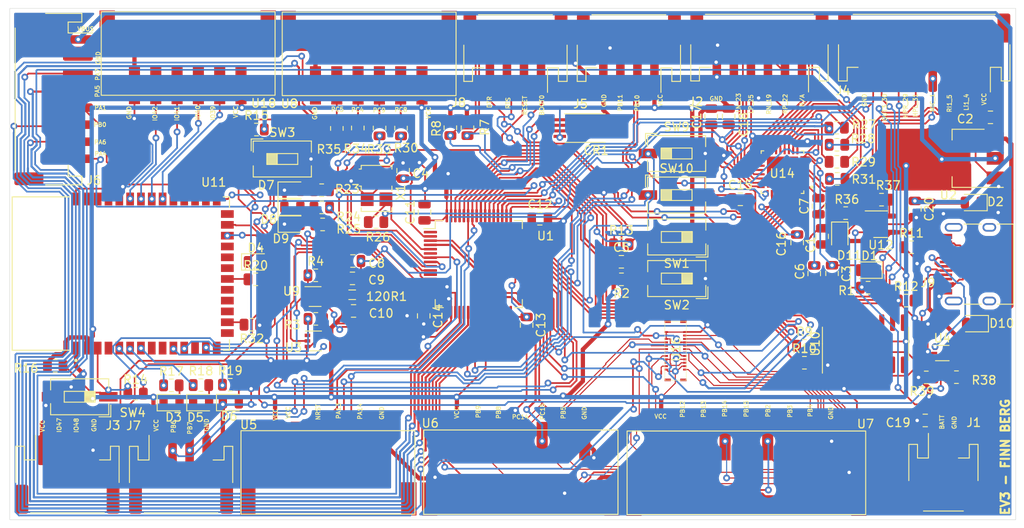
<source format=kicad_pcb>
(kicad_pcb (version 20211014) (generator pcbnew)
  (layers (0 "F.Cu" signal) (31 "B.Cu" power) (34 "B.Paste" user) (35 "F.Paste" user) (36 "B.SilkS" user "B.Silkscreen") (37 "F.SilkS" user "F.Silkscreen") (38 "B.Mask" user) (39 "F.Mask" user) (44 "Edge.Cuts" user))
  (net 0 "")
  (net 1 "+3.3VA")
  (net 2 "+3.3V")
  (net 3 "VBUS")
  (net 4 "GND")
  (net 5 "/RESET")
  (net 6 "/MICBIAS")
  (net 7 "Net-(C7-Pad2)")
  (net 8 "Net-(C15-Pad2)")
  (net 9 "+BATT")
  (net 13 "/EEP_SDA")
  (net 14 "/EEP_SCL")
  (net 16 "Net-(D1-Pad1)")
  (net 17 "Net-(D3-Pad2)")
  (net 18 "Net-(D4-Pad2)")
  (net 19 "Net-(D5-Pad2)")
  (net 20 "Net-(D6-Pad2)")
  (net 21 "Net-(D7-Pad2)")
  (net 22 "Net-(D8-Pad2)")
  (net 23 "Net-(D9-Pad2)")
  (net 24 "Net-(D11-Pad1)")
  (net 25 "Net-(J9-PadA5)")
  (net 26 "/USB_D+")
  (net 27 "/USB_D-")
  (net 29 "Net-(J9-PadB5)")
  (net 32 "/IO_PC4")
  (net 33 "/IO_PC5")
  (net 34 "/IO_PC8")
  (net 35 "/IO_PC9")
  (net 36 "/UART1_RX")
  (net 37 "/CH_TXD")
  (net 38 "/UART1_TX")
  (net 39 "/CH_RXD")
  (net 40 "/BOOT0")
  (net 41 "/EN_ESP")
  (net 42 "Net-(R14-Pad2)")
  (net 43 "Net-(R15-Pad1)")
  (net 44 "Net-(R17-Pad1)")
  (net 45 "Net-(R18-Pad1)")
  (net 46 "Net-(R19-Pad1)")
  (net 47 "Net-(R20-Pad1)")
  (net 50 "/PC1")
  (net 51 "/PC0")
  (net 52 "/PD2")
  (net 53 "/HSE_IN")
  (net 54 "Net-(R26-Pad2)")
  (net 55 "/BCLK")
  (net 56 "Net-(R27-Pad2)")
  (net 57 "/DACLRC")
  (net 58 "Net-(R28-Pad2)")
  (net 59 "/DACDAT")
  (net 60 "Net-(R29-Pad2)")
  (net 61 "Net-(R30-Pad1)")
  (net 62 "/ADCDAT")
  (net 63 "Net-(R31-Pad2)")
  (net 64 "Net-(R32-Pad2)")
  (net 65 "Net-(R33-Pad1)")
  (net 66 "Net-(R34-Pad1)")
  (net 67 "Net-(R35-Pad1)")
  (net 68 "Net-(R36-Pad1)")
  (net 69 "/BATT_CHG_PA0")
  (net 70 "Net-(SW9-Pad1)")
  (net 71 "Net-(SW10-Pad1)")
  (net 73 "/BB_COLS_3")
  (net 74 "/BB_COLS_4")
  (net 78 "/CS_PA1")
  (net 79 "/ESP_UART1_RX")
  (net 80 "/ESP_UART1_TX")
  (net 81 "/SCK_SPI")
  (net 82 "/RST_PA6")
  (net 83 "/MOSI_SPI")
  (net 84 "/DC_PB0")
  (net 85 "/BB_MIC")
  (net 86 "/BB_ROW_5")
  (net 87 "/UART3_TX")
  (net 88 "/UART3_RX")
  (net 90 "/BB_ROW_1")
  (net 91 "/BB_ROW_2")
  (net 92 "/BB_ROW_3")
  (net 93 "/BB_ROW_4")
  (net 97 "/SWD_DIO")
  (net 99 "/SWD_CLK")
  (net 100 "/BL_PA4")
  (net 101 "/BB_ROW_6")
  (net 102 "/BB_ROW_7")
  (net 103 "/BB_COLS_5")
  (net 104 "/BB_COLS_2")
  (net 105 "/BB_COLS_1")
  (net 106 "/UD-")
  (net 107 "/UD+")
  (net 114 "/RTS")
  (net 123 "/ESP_SDA")
  (net 124 "/ESP_SCL")
  (net 130 "/MTCK")
  (net 131 "/MTDO")
  (net 132 "/MTDI")
  (net 133 "/MTMS")
  (net 138 "/LINPUT1")
  (net 139 "/RINPUT1")
  (net 143 "/SPK_RN")
  (net 144 "/SPK_RP")
  (net 145 "/SPK_LN")
  (net 146 "/SPK_LP")
  (net 147 "/HP_R")
  (net 148 "/OUT3")
  (net 149 "/HP_L")
  (net 156 "/DTR")
  (net 157 "/ESP_UART1_EN")
  (net 158 "/UART2_EN")
  (net 159 "/UART2_TX")
  (net 160 "/UART2_RX")
  (net 166 "Net-(U12-Pad5)")
  (net 167 "Net-(D2-Pad1)")
  (footprint "Capacitor_SMD:C_0805_2012Metric" (layer "F.Cu") (at 175.5 69.27 90)
    (fp_text reference "C17")
    (fp_text value "100n" hide)
  )
  (footprint "Diode_SMD:D_0805_2012Metric" (layer "F.Cu") (at 206.2025 79.34 180)
    (fp_text reference "D2")
    (fp_text value "DIODE" hide)
  )
  (footprint "1x4 pin download:1x6_connector" (layer "F.Cu") (at 124.32 107.31)
    (fp_text reference "U5")
    (fp_text value "1x6_connector" hide)
  )
  (footprint "Capacitor_SMD:C_0805_2012Metric" (layer "F.Cu") (at 178.92 78.96)
    (fp_text reference "C15")
    (fp_text value "4.7u" hide)
  )
  (footprint "Resistor_SMD:R_0805_2012Metric" (layer "F.Cu") (at 129.8 79.91 180)
    (fp_text reference "R24")
    (fp_text value "660" hide)
  )
  (footprint "Resistor_SMD:R_0805_2012Metric" (layer "F.Cu") (at 195.49 79)
    (fp_text reference "R37")
    (fp_text value "2k" hide)
  )
  (footprint "Resistor_SMD:R_0805_2012Metric" (layer "F.Cu") (at 98.52 98.5 180)
    (fp_text reference "R16")
    (fp_text value "10k" hide)
  )
  (footprint "1x4 pin download:1x7_connector" (layer "F.Cu") (at 145.66 107.33)
    (fp_text reference "U6")
    (fp_text value "1x7_connector" hide)
  )
  (footprint "Resistor_SMD:R_0805_2012Metric" (layer "F.Cu") (at 204.28 99.83)
    (fp_text reference "R38")
    (fp_text value "10k" hide)
  )
  (footprint "Button_Switch_SMD:SW_DIP_SPSTx01_Slide_6.7x4.1mm_W6.73mm_P2.54mm_LowProfile_JPin" (layer "F.Cu") (at 171.46 88.26 180)
    (fp_text reference "SW2")
    (fp_text value "SW_Push" hide)
  )
  (footprint "Connector_JST:JST_PH_S4B-PH-SM4-TB_1x04-1MP_P2.00mm_Horizontal" (layer "F.Cu") (at 99.96 111.25)
    (fp_text reference "J3")
    (fp_text value "Conn_01x04_Female" hide)
  )
  (footprint "LED_SMD:LED_0805_2012Metric" (layer "F.Cu") (at 126.35 77.88)
    (fp_text reference "D7")
    (fp_text value "LED" hide)
  )
  (footprint "Resistor_SMD:R_0805_2012Metric" (layer "F.Cu") (at 134.03 70.59 -90)
    (fp_text reference "R34")
    (fp_text value "220" hide)
  )
  (footprint "Capacitor_SMD:C_0805_2012Metric" (layer "F.Cu") (at 188.1 79.77 90)
    (fp_text reference "C7")
    (fp_text value "4.7u" hide)
  )
  (footprint "Resistor_SMD:R_0805_2012Metric" (layer "F.Cu") (at 146.9 70.57 -90)
    (fp_text reference "R7")
    (fp_text value "1k5" hide)
  )
  (footprint "Capacitor_SMD:C_0805_2012Metric" (layer "F.Cu") (at 153.84 93.72 -90)
    (fp_text reference "C13")
    (fp_text value "100n" hide)
  )
  (footprint "LED_SMD:LED_0805_2012Metric" (layer "F.Cu") (at 193.88 87.27 180)
    (fp_text reference "D1")
    (fp_text value "LED" hide)
  )
  (footprint "Package_QFP:LQFP-64_10x10mm_P0.5mm" (layer "F.Cu") (at 148.225 86.56)
    (fp_text reference "U1")
    (fp_text value "STM32F405RGTx" hide)
  )
  (footprint "Capacitor_SMD:C_0805_2012Metric" (layer "F.Cu") (at 133.53 92.06)
    (fp_text reference "C10")
    (fp_text value "1u" hide)
  )
  (footprint "Package_TO_SOT_SMD:SOT-666" (layer "F.Cu") (at 202.62 97)
    (fp_text reference "U4")
    (fp_text value "USBLC6-2P6" hide)
  )
  (footprint "Inductor_SMD:L_0805_2012Metric" (layer "F.Cu") (at 133.37 90.16 180)
    (fp_text reference "120R1")
    (fp_text value "FerriteBead" hide)
  )
  (footprint "Capacitor_SMD:C_0805_2012Metric" (layer "F.Cu") (at 139.35 75.59 90)
    (fp_text reference "C4")
    (fp_text value "100n" hide)
  )
  (footprint "Resistor_SMD:R_0805_2012Metric" (layer "F.Cu") (at 122.05 88.35)
    (fp_text reference "R20")
    (fp_text value "660" hide)
  )
  (footprint "Connector_JST:JST_PH_S8B-PH-SM4-TB_1x08-1MP_P2.00mm_Horizontal" (layer "F.Cu") (at 98.33 67.2 -90)
    (fp_text reference "J6")
    (fp_text value "Conn_01x08_Female" hide)
  )
  (footprint "Capacitor_SMD:C_0805_2012Metric" (layer "F.Cu") (at 208.27 69.34)
    (fp_text reference "C2")
    (fp_text value "22u" hide)
  )
  (footprint "Resistor_SMD:R_0805_2012Metric" (layer "F.Cu") (at 131.57 70.64 -90)
    (fp_text reference "R35")
    (fp_text value "220" hide)
  )
  (footprint "Resistor_SMD:R_0805_2012Metric" (layer "F.Cu") (at 139.1 70.61 -90)
    (fp_text reference "R30")
    (fp_text value "220" hide)
  )
  (footprint "Resistor_SMD:R_0805_2012Metric" (layer "F.Cu") (at 119.06 100.72)
    (fp_text reference "R19")
    (fp_text value "660" hide)
  )
  (footprint "Resistor_SMD:R_0805_2012Metric" (layer "F.Cu") (at 136.58 70.6 -90)
    (fp_text reference "R33")
    (fp_text value "220" hide)
  )
  (footprint "Resistor_SMD:R_0805_2012Metric" (layer "F.Cu") (at 144.89 70.56 -90)
    (fp_text reference "R8")
    (fp_text value "1k5" hide)
  )
  (footprint "Connector_JST:JST_PH_S4B-PH-SM4-TB_1x04-1MP_P2.00mm_Horizontal" (layer "F.Cu") (at 152.53 61.81 180)
    (fp_text reference "J8")
    (fp_text value "Conn_01x04_Female" hide)
  )
  (footprint "Resistor_SMD:R_0805_2012Metric" (layer "F.Cu") (at 164.97 88.35 180)
    (fp_text reference "R2")
    (fp_text value "4k7" hide)
  )
  (footprint "Package_TO_SOT_SMD:SOT-23-5" (layer "F.Cu") (at 195.37 81.88)
    (fp_text reference "U12")
    (fp_text value "MCP73832-2-OT" hide)
  )
  (footprint "Button_Switch_SMD:SW_DIP_SPSTx01_Slide_6.7x4.1mm_W6.73mm_P2.54mm_LowProfile_JPin" (layer "F.Cu") (at 171.44 78.46)
    (fp_text reference "SW10")
    (fp_text value "SW_Push" hide)
  )
  (footprint "LED_SMD:LED_0805_2012Metric" (layer "F.Cu") (at 122.07 86.31)
    (fp_text reference "D4")
    (fp_text value "LED" hide)
  )
  (footprint "Capacitor_SMD:C_0805_2012Metric" (layer "F.Cu") (at 177.55 69.25 90)
    (fp_text reference "C18")
    (fp_text value "100n" hide)
  )
  (footprint "Resistor_SMD:R_0805_2012Metric" (layer "F.Cu") (at 186.44 98.14)
    (fp_text reference "R10")
    (fp_text value "560" hide)
  )
  (footprint "Capacitor_SMD:C_0805_2012Metric" (layer "F.Cu") (at 164.96 86.29)
    (fp_text reference "C5")
    (fp_text value "100n" hide)
  )
  (footprint "Capacitor_SMD:C_0805_2012Metric" (layer "F.Cu") (at 155.39 81.24)
    (fp_text reference "C12")
    (fp_text value "100n" hide)
  )
  (footprint "Capacitor_SMD:C_0805_2012Metric" (layer "F.Cu") (at 189.68 87.65 90)
    (fp_text reference "C3")
    (fp_text value "100n" hide)
  )
  (footprint "Connector_JST:JST_PH_S8B-PH-SM4-TB_1x08-1MP_P2.00mm_Horizontal" (layer "F.Cu") (at 200.5 61.76 180)
    (fp_text reference "J4")
    (fp_text value "Conn_01x08_Female" hide)
  )
  (footprint "1x4 pin download:1x6_connector" (layer "F.Cu") (at 120.32 65.55 180)
    (fp_text reference "U18")
    (fp_text value "1x6_connector" hide)
  )
  (footprint "Capacitor_SMD:C_0805_2012Metric" (layer "F.Cu") (at 133.45 86.2 180)
    (fp_text reference "C8")
    (fp_text value "10n" hide)
  )
  (footprint "Capacitor_SMD:C_0805_2012Metric" (layer "F.Cu") (at 141.855 80.48 90)
    (fp_text reference "C11")
    (fp_text value "100n" hide)
  )
  (footprint "Capacitor_SMD:C_0805_2012Metric" (layer "F.Cu") (at 187.59 87.67 90)
    (fp_text reference "C6")
    (fp_text value "100n" hide)
  )
  (footprint "Connector_JST:JST_PH_S6B-PH-SM4-TB_1x06-1MP_P2.00mm_Horizontal" (layer "F.Cu") (at 181.16 61.76 180)
    (fp_text reference "J2")
    (fp_text value "Conn_01x06_Female" hide)
  )
  (footprint "Connector_JST:JST_PH_S4B-PH-SM4-TB_1x04-1MP_P2.00mm_Horizontal" (layer "F.Cu") (at 165.84 61.81 180)
    (fp_text reference "J5")
    (fp_text value "Conn_01x04_Female" hide)
  )
  (footprint "Resistor_SMD:R_0805_2012Metric" (layer "F.Cu") (at 121.59 93.67 180)
    (fp_text reference "R32")
    (fp_text value "4k7" hide)
  )
  (footprint "Button_Switch_SMD:SW_DIP_SPSTx01_Slide_6.7x4.1mm_W6.73mm_P2.54mm_LowProfile_JPin" (layer "F.Cu") (at 171.46 83.38 180)
    (fp_text reference "SW1")
    (fp_text value "SW_Push" hide)
  )
  (footprint "Resistor_SMD:R_0805_2012Metric" (layer "F.Cu") (at 129.9 81.91 180)
    (fp_text reference "R25")
    (fp_text value "660" hide)
  )
  (footprint "Resistor_SMD:R_0805_2012Metric" (layer "F.Cu") (at 190.29 76.56)
    (fp_text reference "R31")
    (fp_text value "100" hide)
  )
  (footprint "Resistor_SMD:R_0805_2012Metric" (layer "F.Cu") (at 191.28 80.58 180)
    (fp_text reference "R36")
    (fp_text value "1k" hide)
  )
  (footprint "Resistor_SMD:R_0805_2012Metric" (layer "F.Cu") (at 198.38 90.84)
    (fp_text reference "R12")
    (fp_text value "5k1" hide)
  )
  (footprint "Resistor_SMD:R_0805_2012Metric" (layer "F.Cu") (at 115.62 100.76)
    (fp_text reference "R18")
    (fp_text value "660" hide)
  )
  (footprint "Resistor_SMD:R_0805_2012Metric" (layer "F.Cu") (at 190.25 74.56)
    (fp_text reference "R29")
    (fp_text value "100" hide)
  )
  (footprint "LED_SMD:LED_0805_2012Metric" (layer "F.Cu") (at 119.13 102.81)
    (fp_text reference "D6")
    (fp_text value "LED" hide)
  )
  (footprint "ESP32-S3-WROOM-1-N8R2:M24C02-RDW6TP" (layer "F.Cu") (at 160.68 70.6 180)
    (fp_text reference "CR1")
    (fp_text value "M24C02-RDW6TP" hide)
  )
  (footprint "ESP32-S3-WROOM-1-N8R2:QFN50P500X500X90-33N" (layer "F.Cu") (at 183.8675 75.77 180)
    (fp_text reference "U14")
    (fp_text value "WM8960CGEFL/RV" hide)
  )
  (footprint "LED_SMD:LED_0805_2012Metric" (layer "F.Cu") (at 190.59 83.31 -90)
    (fp_text reference "D11")
    (fp_text value "LED" hide)
  )
  (footprint "Resistor_SMD:R_0805_2012Metric" (layer "F.Cu") (at 190.26 72.56)
    (fp_text reference "R28")
    (fp_text value "100" hide)
  )
  (footprint "Capacitor_SMD:C_0805_2012Metric" (layer "F.Cu") (at 185.59 84.04 -90)
    (fp_text reference "C16")
    (fp_text value "100n" hide)
  )
  (footprint "Resistor_SMD:R_0805_2012Metric" (layer "F.Cu") (at 107.95 101.76)
    (fp_text reference "R14")
    (fp_text value "100" hide)
  )
  (footprint "Resistor_SMD:R_0805_2012Metric" (layer "F.Cu") (at 200.74 99.86)
    (fp_text reference "R39")
    (fp_text value "6.8k" hide)
  )
  (footprint "Resistor_SMD:R_0805_2012Metric" (layer "F.Cu") (at 186.4375 96.15)
    (fp_text reference "R9")
    (fp_text value "560" hide)
  )
  (footprint "Capacitor_SMD:C_0805_2012Metric" (layer "F.Cu") (at 188.52 83.31 90)
    (fp_text reference "C1")
    (fp_text value "4u7" hide)
  )
  (footprint "Resistor_SMD:R_0805_2012Metric" (layer "F.Cu") (at 164.9475 84.24)
    (fp_text reference "R13")
    (fp_text value "4k7" hide)
  )
  (footprint "Capacitor_SMD:C_0805_2012Metric" (layer "F.Cu") (at 200.62 104.91 180)
    (fp_text reference "C19")
    (fp_text value "4u7" hide)
  )
  (footprint "Resistor_SMD:R_0805_2012Metric" (layer "F.Cu") (at 193.91 89.33)
    (fp_text reference "R1")
    (fp_text value "150" hide)
  )
  (footprint "Capacitor_SMD:C_0805_2012Metric" (layer "F.Cu") (at 141.765 92.64 -90)
    (fp_text reference "C14")
    (fp_text value "100n" hide)
  )
  (footprint "Capacitor_SMD:C_0805_2012Metric" (layer "F.Cu") (at 133.4 88.24 180)
    (fp_text reference "C9")
    (fp_text value "1u" hide)
  )
  (footprint "Package_TO_SOT_SMD:SOT-353_SC-70-5" (layer "F.Cu") (at 129.07 95.58)
    (fp_text reference "U3")
    (fp_text value "NC7SZ125P5X" hide)
  )
  (footprint "LED_SMD:LED_0805_2012Metric" (layer "F.Cu") (at 112.17 102.82)
    (fp_text reference "D3")
    (fp_text value "LED" hide)
  )
  (footprint "Oscillator:Oscillator_SMD_SeikoEpson_SG8002LB-4Pin_5.0x3.2mm" (layer "F.Cu") (at 136.23 77.68 -90)
    (fp_text reference "X1")
    (fp_text value "SG-5032CAN" hide)
  )
  (footprint "Capacitor_SMD:C_0805_2012Metric" (layer "F.Cu") (at 199.4 80.1 -90)
    (fp_text reference "C20")
    (fp_text value "100n" hide)
  )
  (footprint "Connector_USB:USB_C_Receptacle_HRO_TYPE-C-31-M-12" (layer "F.Cu") (at 207.09 86.57 90)
    (fp_text reference "J9")
    (fp_text value "USB_C_Receptacle" hide)
  )
  (footprint "Button_Switch_SMD:SW_DIP_SPSTx01_Slide_6.7x4.1mm_W6.73mm_P2.54mm_LowProfile_JPin" (layer "F.Cu") (at 101.39 102.13 180)
    (fp_text reference "SW4")
    (fp_text value "SW_Push" hide)
  )
  (footprint "Resistor_SMD:R_0805_2012Metric" (layer "F.Cu") (at 199.01 84.58)
    (fp_text reference "R11")
    (fp_text value "5k1" hide)
  )
  (footprint "Connector_JST:JST_PH_S4B-PH-SM4-TB_1x04-1MP_P2.00mm_Horizontal" (layer "F.Cu") (at 113.29 111.26)
    (fp_text reference "J7")
    (fp_text value "Conn_01x04_Female" hide)
  )
  (footprint "Resistor_SMD:R_0805_2012Metric" (layer "F.Cu") (at 129.79 77.89 180)
    (fp_text reference "R23")
    (fp_text value "660" hide)
  )
  (footprint "Resistor_SMD:R_0805_2012Metric" (layer "F.Cu") (at 190.22 70.55)
    (fp_text reference "R27")
    (fp_text value "100" hide)
  )
  (footprint "Button_Switch_SMD:SW_DIP_SPSTx01_Slide_6.7x4.1mm_W6.73mm_P2.54mm_LowProfile_JPin" (layer "F.Cu") (at 125.17 74.23)
    (fp_text reference "SW3")
    (fp_text value "SW_Push" hide)
  )
  (footprint "1x4 pin download:1x6_connector" (layer "F.Cu") (at 141.56 65.59 180)
    (fp_text reference "U8")
    (fp_text value "1x6_connector" hide)
  )
  (footprint "Resistor_SMD:R_0805_2012Metric" (layer "F.Cu") (at 112.15 100.79)
    (fp_text reference "R17")
    (fp_text value "660" hide)
  )
  (footprint "1x4 pin download:1x9_connector" (layer "F.Cu") (at 169.63 107.35)
    (fp_text reference "U7")
    (fp_text value "1x9_connector" hide)
  )
  (footprint "Resistor_SMD:R_0805_2012Metric" (layer "F.Cu") (at 129.1 92.99)
    (fp_text reference "R3")
    (fp_text value "4k7" hide)
  )
  (footprint "LED_SMD:LED_0805_2012Metric" (layer "F.Cu") (at 126.35 79.88)
    (fp_text reference "D8")
    (fp_text value "LED" hide)
  )
  (footprint "LED_SMD:LED_0805_2012Metric" (layer "F.Cu") (at 126.36 81.87)
    (fp_text reference "D9")
    (fp_text value "LED" hide)
  )
  (footprint "Package_TO_SOT_SMD:SOT-353_SC-70-5" (layer "F.Cu") (at 129.02 90.37)
    (fp_text reference "U9")
    (fp_text value "NC7SZ125P5X" hide)
  )
  (footprint "Resistor_SMD:R_0805_2012Metric" (layer "F.Cu") (at 136.17 81.63)
    (fp_text reference "R26")
    (fp_text value "220" hide)
  )
  (footprint "footprints:BM20B(0.8)-24DS-0.4V(51)" (layer "F.Cu") (at 172.615 98.94 90)
    (fp_text reference "U16")
    (fp_text value "BM20B(0.8)-24DS-0.4V(51)" hide)
  )
  (footprint "Resistor_SMD:R_0805_2012Metric" (layer "F.Cu") (at 122.14 70.77)
    (fp_text reference "R15")
    (fp_text value "10k" hide)
  )
  (footprint "Connector_JST:JST_PH_S2B-PH-SM4-TB_1x02-1MP_P2.00mm_Horizontal" (layer "F.Cu") (at 202.75 111.03)
    (fp_text reference "J1")
    (fp_text value "Conn_01x02_Female" hide)
  )
  (footprint "Package_TO_SOT_SMD:SOT-223-3_TabPin2" (layer "F.Cu") (at 205.68 74.15 180)
    (fp_text reference "U2")
    (fp_text value "AMS1117-3.3" hide)
  )
  (footprint "Resistor_SMD:R_0805_2012Metric" (layer "F.Cu") (at 129.09 87.88)
    (fp_text reference "R4")
    (fp_text value "4k7" hide)
  )
  (footprint "Package_SO:SOIC-16_3.9x9.9mm_P1.27mm" (layer "F.Cu") (at 193.61 95.91 90)
    (fp_text reference "U10")
    (fp_text value "CH340C" hide)
  )
  (footprint "Button_Switch_SMD:SW_DIP_SPSTx01_Slide_6.7x4.1mm_W6.73mm_P2.54mm_LowProfile_JPin" (layer "F.Cu") (at 171.44 73.58)
    (fp_text reference "SW9")
    (fp_text value "SW_Push" hide)
  )
  (footprint "ESP32-S3-WROOM-1-N8R2:ESP32-S3-WROOM-1-N8R2" (layer "F.Cu") (at 106.22 87.67 90)
    (fp_text reference "U11")
    (fp_text value "ESP32-S3-WROOM-1-N8R2" hide)
  )
  (footprint "Diode_SMD:D_0805_2012Metric" (layer "F.Cu") (at 206.35 93.55 180)
    (fp_text reference "D10")
    (fp_text value "DIODE" hide)
  )
  (footprint "LED_SMD:LED_0805_2012Metric" (layer "F.Cu") (at 115.64 102.82)
    (fp_text reference "D5")
    (fp_text value "LED" hide)
  )
  (gr_rect (start 93.19 56.56) (end 211.24 116.56) (layer "Edge.Cuts") (width 0.05) (fill none))
  (gr_text "PB12" (at 172.14 103.59 90) (layer "F.SilkS") (effects (font (size 0.5 0.5) (thickness 0.1))))
  (gr_text "GND" (at 189.54 104.04 90) (layer "F.SilkS") (effects (font (size 0.5 0.5) (thickness 0.1))))
  (gr_text "GND" (at 162.92 67.39 90) (layer "F.SilkS") (effects (font (size 0.5 0.5) (thickness 0.1))))
  (gr_text "PB0" (at 103.78 70.2) (layer "F.SilkS") (effects (font (size 0.5 0.5) (thickness 0.1))))
  (gr_text "MIC_1" (at 201.48 67.62 90) (layer "F.SilkS") (effects (font (size 0.5 0.5) (thickness 0.1))))
  (gr_text "NRST" (at 129.37 103.92 90) (layer "F.SilkS") (effects (font (size 0.5 0.5) (thickness 0.1))))
  (gr_text "VCC" (at 207.52 67.21 90) (layer "F.SilkS") (effects (font (size 0.5 0.5) (thickness 0.1))))
  (gr_text "PC14" (at 153.11 104.5) (layer "F.SilkS") (effects (font (size 0.5 0.5) (thickness 0.1))))
  (gr_text "GND" (at 103.56 62.37 90) (layer "F.SilkS") (effects (font (size 0.5 0.5) (thickness 0.1))))
  (gr_text "GND" (at 103.08 105.47 90) (layer "F.SilkS") (effects (font (size 0.5 0.5) (thickness 0.1))))
  (gr_text "HPL_31" (at 199.47 67.93 90) (layer "F.SilkS") (effects (font (size 0.5 0.5) (thickness 0.1))))
  (gr_text "GND" (at 193.49 67.33 90) (layer "F.SilkS") (effects (font (size 0.5 0.5) (thickness 0.1))))
  (gr_text "PB8" (at 150.55 103.97 90) (layer "F.SilkS") (effects (font (size 0.5 0.5) (thickness 0.1))))
  (gr_text "VCC" (at 169.56 104.44) (layer "F.SilkS") (effects (font (size 0.5 0.5) (thickness 0.1))))
  (gr_text "RTS" (at 151.67 67.67 90) (layer "F.SilkS") (effects (font (size 0.5 0.5) (thickness 0.1))))
  (gr_text "GND" (at 160.62 104.05 90) (layer "F.SilkS") (effects (font (size 0.5 0.5) (thickness 0.1))))
  (gr_text "VCC" (at 142.33 68.82 90) (layer "F.SilkS") (effects (font (size 0.5 0.5) (thickness 0.1))))
  (gr_text "PB15" (at 179.61 103.55 90) (layer "F.SilkS") (effects (font (size 0.5 0.5) (thickness 0.1))))
  (gr_text "VCC" (at 169.53 67.35 90) (layer "F.SilkS") (effects (font (size 0.5 0.5) (thickness 0.1))))
  (gr_text "EV3 - FINN BERG" (at 210.01 109.2 90) (layer "F.SilkS") (effects (font (size 1 1) (thickness 0.25))))
  (gr_text "IO42" (at 110.23 68.92 90) (layer "F.SilkS") (effects (font (size 0.5 0.5) (thickness 0.1))))
  (gr_text "PA1" (at 103.83 68.22) (layer "F.SilkS") (effects (font (size 0.5 0.5) (thickness 0.1))))
  (gr_text "IO48" (at 101 105.49 90) (layer "F.SilkS") (effects (font (size 0.5 0.5) (thickness 0.1))))
  (gr_text "PC4" (at 134 68.45) (layer "F.SilkS") (effects (font (size 0.5 0.5) (thickness 0.1))))
  (gr_text "PC15" (at 155.72 103.86 90) (layer "F.SilkS") (effects (font (size 0.5 0.5) (thickness 0.1))))
  (gr_text "PA13" (at 131.77 103.78 90) (layer "F.SilkS") (effects (font (size 0.5 0.5) (thickness 0.1))))
  (gr_text "IO47" (at 98.99 105.47 90) (layer "F.SilkS") (effects (font (size 0.5 0.5) (thickness 0.1))))
  (gr_text "PB14" (at 177.09 103.52 90) (layer "F.SilkS") (effects (font (size 0.5 0.5) (thickness 0.1))))
  (gr_text "GND" (at 136.84 104.05 90) (layer "F.SilkS") (effects (font (size 0.5 0.5) (thickness 0.1))))
  (gr_text "IO39" (at 117.03 68.86 90) (layer "F.SilkS") (effects (font (size 0.5 0.5) (thickness 0.1))))
  (gr_text "VCC" (at 124.37 104.23 90) (layer "F.SilkS") (effects (font (size 0.5 0.5) (thickness 0.1))))
  (gr_text "DTR" (at 149.48 67.56 90) (layer "F.SilkS") (effects (font (size 0.5 0.5) (thickness 0.1))))
  (gr_text "HPR_29" (at 198.31 67.98 90) (layer "F.SilkS") (effects (font (size 0.5 0.5) (thickness 0.1))))
  (gr_text "GND" (at 107.19 68.8 90) (layer "F.SilkS") (effects (font (size 0.5 0.5) (thickness 0.1))))
  (gr_text "OUT3_30" (at 195.86 68.17 90) (layer "F.SilkS") (effects (font (size 0.5 0.5) (thickness 0.1))))
  (gr_text "PA6" (at 103.81 72.25) (layer "F.SilkS") (effects (font (size 0.5 0.5) (thickness 0.1))))
  (gr_text "GND" (at 116.28 105.45 90) (layer "F.SilkS") (effects (font (size 0.5 0.5) (thickness 0.1))))
  (gr_text "PC8" (at 139.09 68.45) (layer "F.SilkS") (effects (font (size 0.5 0.5) (thickness 0.1))))
  (gr_text "RN_19" (at 182.27 67.81 90) (layer "F.SilkS") (effects (font (size 0.5 0.5) (thickness 0.1))))
  (gr_text "VBUS" (at 102.09 58.97) (layer "F.SilkS") (effects (font (size 0.5 0.5) (thickness 0.1))))
  (gr_text "PA14" (at 134.28 103.85 90) (layer "F.SilkS") (effects (font (size 0.5 0.5) (thickness 0.1))))
  (gr_text "PB4" (at 187.12 103.75 90) (layer "F.SilkS") (effects (font (size 0.5 0.5) (thickness 0.1))))
  (gr_text "PB11" (at 164.82 67.62 90) (layer "F.SilkS") (effects (font (size 0.5 0.5) (thickness 0.1))))
  (gr_text "GND" (at 128.99 68.86 90) (layer "F.SilkS") (effects (font (size 0.5 0.5) (thickness 0.1))))
  (gr_text "PA5" (at 103.47 66.28 90) (layer "F.SilkS") (effects (font (size 0.5 0.5) (thickness 0.1))))
  (gr_text "BATT" (at 202.58 105.1 90) (layer "F.SilkS") (effects (font (size 0.5 0.5) (thickness 0.1))))
  (gr_text "IO41" (at 112.8 68.9 90) (layer "F.SilkS") (effects (font (size 0.5 0.5) (thickness 0.1))))
  (gr_text "LP_25" (at 180.17 67.78 90) (layer "F.SilkS") (effects (font (size 0.5 0.5) (thickness 0.1))))
  (gr_text "PC5" (at 131.64 68.41) (layer "F.SilkS") (effects (font (size 0.5 0.5) (thickness 0.1))))
  (gr_text "PC9" (at 136.54 68.51) (layer "F.SilkS") (effects (font (size 0.5 0.5) (thickness 0.1))))
  (gr_text "VCC" (at 110.37 105.49 90) (layer "F.SilkS") (effects (font (size 0.5 0.5) (thickness 0.1))))
  (gr_text "VCC" (at 119.7 68.72 90) (layer "F.SilkS") (effects (font (size 0.5 0.5) (thickness 0.1))))
  (gr_text "PB13" (at 174.6 103.59 90) (layer "F.SilkS") (effects (font (size 0.5 0.5) (thickness 0.1))))
  (gr_text "VCC" (at 145.64 103.99 90) (layer "F.SilkS") (effects (font (size 0.5 0.5) (thickness 0.1))))
  (gr_text "PA7" (at 103.5 64.31 90) (layer "F.SilkS") (effects (font (size 0.5 0.5) (thickness 0.1))))
  (gr_text "PB7" (at 114.33 105.8 90) (layer "F.SilkS") (effects (font (size 0.5 0.5) (thickness 0.1))))
  (gr_text "RP_22" (at 184.19 67.76 90) (layer "F.SilkS") (effects (font (size 0.5 0.5) (thickness 0.1))))
  (gr_text "RESET" (at 153.63 67.94 90) (layer "F.SilkS") (effects (font (size 0.5 0.5) (thickness 0.1))))
  (gr_text "VCC" (at 97.02 105.58 90) (layer "F.SilkS") (effects (font (size 0.5 0.5) (thickness 0.1))))
  (gr_text "PB10" (at 166.8 67.69 90) (layer "F.SilkS") (effects (font (size 0.5 0.5) (thickness 0.1))))
  (gr_text "BOOT0\n" (at 155.63 67.92 90) (layer "F.SilkS") (effects (font (size 0.5 0.5) (thickness 0.1))))
  (gr_text "GND" (at 176.09 67.15) (layer "F.SilkS") (effects (font (size 0.5 0.5) (thickness 0.1))))
  (gr_text "PB6" (at 112.4 105.63 90) (layer "F.SilkS") (effects (font (size 0.5 0.5) (thickness 0.1))))
  (gr_text "PA4" (at 103.85 73.62) (layer "F.SilkS") (effects (font (size 0.5 0.5) (thickness 0.1))))
  (gr_text "PB2" (at 182.17 103.78 90) (layer "F.SilkS") (effects (font (size 0.5 0.5) (thickness 0.1))))
  (gr_text "LN_23" (at 178.71 67.64 90) (layer "F.SilkS") (effects (font (size 0.5 0.5) (thickness 0.1))))
  (gr_text "N/A" (at 186.18 67.37 90) (layer "F.SilkS") (effects (font (size 0.5 0.5) (thickness 0.1))))
  (gr_text "PB3" (at 184.75 103.84 90) (layer "F.SilkS") (effects (font (size 0.5 0.5) (thickness 0.1))))
  (gr_text "VCC" (at 125.87 104 90) (layer "F.SilkS") (effects (font (size 0.5 0.5) (thickness 0.1))))
  (gr_text "PB9" (at 148.17 103.88 90) (layer "F.SilkS") (effects (font (size 0.5 0.5) (thickness 0.1))))
  (gr_text "GND" (at 204.03 105.16 90) (layer "F.SilkS") (effects (font (size 0.5 0.5) (thickness 0.1))))
  (gr_text "RI1_5" (at 203.46 67.71 90) (layer "F.SilkS") (effects (font (size 0.5 0.5) (thickness 0.1))))
  (gr_text "IO40" (at 115.26 68.79 90) (layer "F.SilkS") (effects (font (size 0.5 0.5) (thickness 0.1))))
  (gr_text "PB5" (at 158.15 103.99 90) (layer "F.SilkS") (effects (font (size 0.5 0.5) (thickness 0.1))))
  (gr_text "Li1_4" (at 205.44 67.56 90) (layer "F.SilkS") (effects (font (size 0.5 0.5) (thickness 0.1))))
  (segment (start 177.228936 71.955378) (end 177.987157 71.197157) (width 0.2) (layer "F.Cu") (net 1))
  (segment (start 176.342158 72.842157) (end 176.342158 72.772158) (width 0.2) (layer "F.Cu") (net 1))
  (segment (start 176.76 75.19) (end 176.28 74.71) (width 0.2) (layer "F.Cu") (net 1))
  (segment (start 183.14 82.92) (end 183.31 83.09) (width 0.2) (layer "F.Cu") (net 1))
  (segment (start 182.6175 78.245) (end 182.6175 79.498384) (width 0.2) (layer "F.Cu") (net 1))
  (segment (start 180.079516 77.8375) (end 177.432016 75.19) (width 0.2) (layer "F.Cu") (net 1))
  (segment (start 181.244315 80.871571) (end 180.68 80.307256) (width 0.2) (layer "F.Cu") (net 1))
  (segment (start 179.0075 74.502743) (end 180.524757 76.02) (width 0.2) (layer "F.Cu") (net 1))
  (segment (start 176.28 74.71) (end 176.28 72.904315) (width 0.2) (layer "F.Cu") (net 1))
  (segment (start 206.99 61.97) (end 207.5 62.48) (width 0.2) (layer "F.Cu") (net 1))
  (segment (start 177.432016 75.19) (end 176.76 75.19) (width 0.2) (layer "F.Cu") (net 1))
  (segment (start 194.51 63.072183) (end 195.612183 61.97) (width 0.2) (layer "F.Cu") (net 1))
  (segment (start 137.170308 84.853249) (end 141.127058 88.81) (width 0.2) (layer "F.Cu") (net 1))
  (segment (start 183.14 82.37) (end 183.14 82.92) (width 0.2) (layer "F.Cu") (net 1))
  (segment (start 176.805378 71.955378) (end 177.228936 71.955378) (width 0.2) (layer "F.Cu") (net 1))
  (segment (start 175.6 70.75) (end 175.6 70.29) (width 0.2) (layer "F.Cu") (net 1))
  (segment (start 134.4 90.045) (end 134.525 90.17) (width 0.2) (layer "F.Cu") (net 1))
  (segment (start 207.5 62.48) (end 207.5 64.61) (width 0.2) (layer "F.Cu") (net 1))
  (segment (start 176.28 72.904315) (end 176.342158 72.842157) (width 0.2) (layer "F.Cu") (net 1))
  (segment (start 177.987157 71.197157) (end 177.987157 70.637157) (width 0.2) (layer "F.Cu") (net 1))
  (segment (start 182.265884 79.85) (end 182.372942 79.742942) (width 0.2) (layer "F.Cu") (net 1))
  (segment (start 182.372942 79.742942) (end 181.244315 80.871571) (width 0.2) (layer "F.Cu") (net 1))
  (segment (start 195.612183 61.97) (end 206.99 61.97) (width 0.2) (layer "F.Cu") (net 1))
  (segment (start 176.805378 71.955378) (end 175.6 70.75) (width 0.2) (layer "F.Cu") (net 1))
  (segment (start 134.4 86.2) (end 134.4 88.26) (width 0.2) (layer "F.Cu") (net 1))
  (segment (start 193.65 68.3895) (end 194.51 67.5295) (width 0.2) (layer "F.Cu") (net 1))
  (segment (start 183.31 83.09) (end 185.59 83.09) (width 0.2) (layer "F.Cu") (net 1))
  (segment (start 176.342158 72.772158) (end 175.6 72.03) (width 0.2) (layer "F.Cu") (net 1))
  (segment (start 180.524757 76.02) (end 181.3925 76.02) (width 0.2) (layer "F.Cu") (net 1))
  (segment (start 180.4175 77.8375) (end 180.079516 77.8375) (width 0.2) (layer "F.Cu") (net 1))
  (segment (start 194.51 67.5295) (end 194.51 63.072183) (width 0.2) (layer "F.Cu") (net 1))
  (segment (start 180.68 78.1) (end 180.4175 77.8375) (width 0.2) (layer "F.Cu") (net 1))
  (segment (start 134.4 88.26) (end 134.4 90.045) (width 0.2) (layer "F.Cu") (net 1))
  (segment (start 180.68 80.307256) (end 180.68 78.1) (width 0.2) (layer "F.Cu") (net 1))
  (segment (start 137.170308 84.769692) (end 137.170308 84.853249) (width 0.2) (layer "F.Cu") (net 1))
  (segment (start 181.41 79.85) (end 182.265884 79.85) (width 0.2) (layer "F.Cu") (net 1))
  (segment (start 185.6175 78.245) (end 185.6175 79.8925) (width 0.2) (layer "F.Cu") (net 1))
  (segment (start 141.127058 88.81) (end 142.55 88.81) (width 0.2) (layer "F.Cu") (net 1))
  (segment (start 182.6175 79.498384) (end 182.372942 79.742942) (width 0.2) (layer "F.Cu") (net 1))
  (segment (start 185.6175 79.8925) (end 183.14 82.37) (width 0.2) (layer "F.Cu") (net 1))
  (segment (start 175.6 72.03) (end 175.6 70.29) (width 0.2) (layer "F.Cu") (net 1))
  (segment (start 178.682215 72.717835) (end 179.0075 73.04312) (width 0.2) (layer "F.Cu") (net 1))
  (segment (start 179.0075 73.04312) (end 179.0075 74.502743) (width 0.2) (layer "F.Cu") (net 1))
  (segment (start 177.987157 70.637157) (end 177.55 70.2) (width 0.2) (layer "F.Cu") (net 1))
  (via (at 185.59 83.09) (size 0.8) (drill 0.4) (layers "F.Cu" "B.Cu") (net 1))
  (via (at 193.65 68.3895) (size 0.8) (drill 0.4) (layers "F.Cu" "B.Cu") (net 1))
  (via (at 176.805378 71.955378) (size 0.8) (drill 0.4) (layers "F.Cu" "B.Cu") (net 1))
  (via (at 137.170308 84.769692) (size 0.8) (drill 0.4) (layers "F.Cu" "B.Cu") (net 1))
  (via (at 181.41 79.85) (size 0.8) (drill 0.4) (layers "F.Cu" "B.Cu") (net 1))
  (via (at 134.4 86.2) (size 0.8) (drill 0.4) (layers "F.Cu" "B.Cu") (net 1))
  (via (at 178.682215 72.717835) (size 0.8) (drill 0.4) (layers "F.Cu" "B.Cu") (net 1))
  (segment (start 162.714067 74.6795) (end 166.53995 74.6795) (width 0.2) (layer "B.Cu") (net 1))
  (segment (start 191.945586 69.22) (end 191.92 69.22) (width 0.2) (layer "B.Cu") (net 1))
  (segment (start 139.972201 87.571585) (end 144.338415 87.571585) (width 0.2) (layer "B.Cu") (net 1))
  (segment (start 144.87 87.04) (end 144.87 81.03) (width 0.2) (layer "B.Cu") (net 1))
  (segment (start 177.567835 72.717835) (end 176.805378 71.955378) (width 0.2) (layer "B.Cu") (net 1))
  (segment (start 167.41 73.80945) (end 167.41 73.179922) (width 0.2) (layer "B.Cu") (net 1))
  (segment (start 167.41 73.179922) (end 169.504961 71.084961) (width 0.2) (layer "B.Cu") (net 1))
  (segment (start 189.78 71.36) (end 185.625 71.36) (width 0.2) (layer "B.Cu") (net 1))
  (segment (start 193.047793 68.117793) (end 191.945586 69.22) (width 0.2) (layer "B.Cu") (net 1))
  (segment (start 137.170308 84.769692) (end 135.74 86.2) (width 0.2) (layer "B.Cu") (net 1))
  (segment (start 158.72 78.57) (end 158.94 78.35) (width 0.2) (layer "B.Cu") (net 1))
  (segment (start 144.338415 87.571585) (end 144.87 87.04) (width 0.2) (layer "B.Cu") (net 1))
  (segment (start 158.94 78.35) (end 158.94 77.254567) (width 0.2) (layer "B.Cu") (net 1))
  (segment (start 166.53995 74.6795) (end 167.41 73.80945) (width 0.2) (layer "B.Cu") (net 1))
  (segment (start 158.72 79.596135) (end 158.72 78.57) (width 0.2) (layer "B.Cu") (net 1))
  (segment (start 135.74 86.2) (end 134.4 86.2) (width 0.2) (layer "B.Cu") (net 1))
  (segment (start 178.682215 72.717835) (end 177.567835 72.717835) (width 0.2) (layer "B.Cu") (net 1))
  (segment (start 193.65 68.3895) (end 193.378293 68.117793) (width 0.2) (layer "B.Cu") (net 1))
  (segment (start 162.114567 74.08) (end 162.714067 74.6795) (width 0.2) (layer "B.Cu") (net 1))
  (segment (start 175.934961 71.084961) (end 176.805378 71.955378) (width 0.2) (layer "B.Cu") (net 1))
  (segment (start 144.87 81.03) (end 157.286135 81.03) (width 0.2) (layer "B.Cu") (net 1))
  (segment (start 185.065 70.8) (end 177.960756 70.8) (width 0.2) (layer "B.Cu") (net 1))
  (segment (start 185.625 71.36) (end 185.065 70.8) (width 0.2) (layer "B.Cu") (net 1))
  (segment (start 157.286135 81.03) (end 158.72 79.596135) (width 0.2) (layer "B.Cu") (net 1))
  (segment (start 184.65 83.09) (end 181.41 79.85) (width 0.2) (layer "B.Cu") (net 1))
  (segment (start 191.92 69.22) (end 189.78 71.36) (width 0.2) (layer "B.Cu") (net 1))
  (segment (start 185.59 83.09) (end 184.65 83.09) (width 0.2) (layer "B.Cu") (net 1))
  (segment (start 137.170308 84.769692) (end 139.972201 87.571585) (width 0.2) (layer "B.Cu") (net 1))
  (segment (start 158.94 77.254567) (end 162.114567 74.08) (width 0.2) (layer "B.Cu") (net 1))
  (segment (start 177.960756 70.8) (end 176.805378 71.955378) (width 0.2) (layer "B.Cu") (net 1))
  (segment (start 169.504961 71.084961) (end 175.934961 71.084961) (width 0.2) (layer "B.Cu") (net 1))
  (segment (start 193.378293 68.117793) (end 193.047793 68.117793) (width 0.2) (layer "B.Cu") (net 1))
  (segment (start 143.08 75.95) (end 144.425 77.295) (width 0.5) (layer "F.Cu") (net 2))
  (segment (start 186.3425 74.02) (end 186.9325 74.02) (width 0.2) (layer "F.Cu") (net 2))
  (segment (start 189.68 86.7) (end 192.345 86.7) (width 0.2) (layer "F.Cu") (net 2))
  (segment (start 189.165 93.435) (end 189.165 94.39021) (width 0.2) (layer "F.Cu") (net 2))
  (segment (start 143.08 74.03) (end 143.08 75.95) (width 0.5) (layer "F.Cu") (net 2))
  (segment (start 131.415 93.535) (end 132.58 92.37) (width 0.5) (layer "F.Cu") (net 2))
  (segment (start 146.83 68.23) (end 146.85 68.21) (width 0.5) (layer "F.Cu") (net 2))
  (segment (start 124.32 107.31) (end 126.82 107.31) (width 0.2) (layer "F.Cu") (net 2))
  (segment (start 171.29 100.54) (end 169.66 102.17) (width 0.127) (layer "F.Cu") (net 2))
  (segment (start 187.690265 74.408622) (end 188.226878 74.408622) (width 0.2) (layer "F.Cu") (net 2))
  (segment (start 141.765 91.69) (end 139.92 93.535) (width 0.2) (layer "F.Cu") (net 2))
  (segment (start 192.975 97.245) (end 191.37 95.64) (width 0.2) (layer "F.Cu") (net 2))
  (segment (start 152.52 84.03) (end 152.52 88.67) (width 0.2) (layer "F.Cu") (net 2))
  (segment (start 173.275 81.83) (end 173.275 68.265) (width 0.5) (layer "F.Cu") (net 2))
  (segment (start 153.09467 82.81) (end 152.52 83.38467) (width 0.2) (layer "F.Cu") (net 2))
  (segment (start 189.165 94.3) (end 189.165 94.390209) (width 0.2) (layer "F.Cu") (net 2))
  (segment (start 185.1175 72.614314) (end 185.881814 71.85) (width 0.2) (layer "F.Cu") (net 2))
  (segment (start 189.165 94.39021) (end 189.262395 94.487605) (width 0.2) (layer "F.Cu") (net 2))
  (segment (start 168.84 68.19) (end 168.86 68.21) (width 0.5) (layer "F.Cu") (net 2))
  (segment (start 102.23 96.42) (end 102.23 95.17) (width 0.5) (layer "F.Cu") (net 2))
  (segment (start 141.56 68.16) (end 141.51 68.21) (width 0.5) (layer "F.Cu") (net 2))
  (segment (start 171.29 99.14) (end 171.29 100.54) (width 0.127) (layer "F.Cu") (net 2))
  (segment (start 110.29 108.41) (end 110.05 108.17) (width 0.5) (layer "F.Cu") (net 2))
  (segment (start 145.66 107.33) (end 145.66 102.2) (width 0.5) (layer "F.Cu") (net 2))
  (segment (start 171.29 99.14) (end 171.46 99.14) (width 0.127) (layer "F.Cu") (net 2))
  (segment (start 189.165 94.390209) (end 189.262395 94.487605) (width 0.2) (layer "F.Cu") (net 2))
  (segment (start 102.9295 95.0005) (end 102.23 95.7) (width 0.5) (layer "F.Cu") (net 2))
  (segment (start 102.929654 102.3395) (end 99.9055 102.3395) (width 0.5) (layer "F.Cu") (net 2))
  (segment (start 185.1175 73.295) (end 185.1175 72.614314) (width 0.2) (layer "F.Cu") (net 2))
  (segment (start 192.345 86.7) (end 192.915 87.27) (width 0.2) (layer "F.Cu") (net 2))
  (segment (start 172.06 98.54) (end 172.405 98.54) (width 0.127) (layer "F.Cu") (net 2))
  (segment (start 157.7336 71.574999) (end 157.7336 71.695903) (width 0.2) (layer "F.Cu") (net 2))
  (segment (start 97.605 98.105) (end 98.58 97.13) (width 0.5) (layer "F.Cu") (net 2))
  (segment (start 146.83 69.6675) (end 146.83 68.23) (width 0.5) (layer "F.Cu") (net 2))
  (segment (start 145.66 102.2) (end 145.63 102.17) (width 0.5) (layer "F.Cu") (net 2))
  (segment (start 96.96 105.285) (end 96.96 108.4) (width 0.5) (layer "F.Cu") (net 2))
  (segment (start 157.7336 71.695903) (end 157.74 71.702303) (width 0.2) (layer "F.Cu") (net 2))
  (segment (start 154.635 81.49) (end 154.635 82.075) (width 0.2) (layer "F.Cu") (net 2))
  (segment (start 120.32 65.55) (end 120.32 68.1) (width 0.5) (layer "F.Cu") (net 2))
  (segment (start 142.47533 91.69) (end 143.625 90.54033) (width 0.2) (layer "F.Cu") (net 2))
  (segment (start 185.889363 71.85) (end 186.519363 71.22) (width 0.2) (layer "F.Cu") (net 2))
  (segment (start 99.72 96.8) (end 99.39 97.13) (width 0.5) (layer "F.Cu") (net 2))
  (segment (start 154.635 82.075) (end 153.9 82.81) (width 0.2) (layer "F.Cu") (net 2))
  (segment (start 192.975 98.385) (end 192.975 97.245) (width 0.2) (layer "F.Cu") (net 2))
  (segment (start 152.5 92.76) (end 151.975 92.235) (width 0.2) (layer "F.Cu") (net 2))
  (segment (start 144.425 77.295) (end 144.425 78.693299) (width 0.5) (layer "F.Cu") (net 2))
  (segment (start 144.475 80.885) (end 144.475 78.693299) (width 0.2) (layer "F.Cu") (net 2))
  (segment (start 137.42 76.5) (end 137.33 76.41) (width 0.5) (layer "F.Cu") (net 2))
  (segment (start 120.32 68.1) (end 120.43 68.21) (width 0.5) (layer "F.Cu") (net 2))
  (segment (start 130.42 90.17) (end 129.97 89.72) (width 0.5) (layer "F.Cu") (net 2))
  (segment (start 143.625 90.54033) (end 143.625 90.185) (width 0.2) (layer "F.Cu") (net 2))
  (segment (start 102.9295 94.19) (end 102.9295 95.0005) (width 0.5) (layer "F.Cu") (net 2))
  (segment (start 123.0525 70.77) (end 123.0525 70.7225) (width 0.2) (layer "F.Cu") (net 2))
  (segment (start 168.84 64.66) (end 168.84 68.19) (width 0.5) (layer "F.Cu") (net 2))
  (segment (start 130.91 94.04) (end 130.91 102.17) (width 0.5) (layer "F.Cu") (net 2))
  (segment (start 102.23 95.7) (end 102.23 96.42) (width 0.5) (layer "F.Cu") (net 2))
  (segment (start 207.32 72.64) (end 207.32 69.34) (width 0.2) (layer "F.Cu") (net 2))
  (segment (start 158.713302 102.0205) (end 158.12 102.0205) (width 0.5) (layer "F.Cu") (net 2))
  (segment (start 187.67 72.59055) (end 186.821693 73.438857) (width 0.2) (layer "F.Cu") (net 2))
  (segment (start 99.72 95.68) (end 99.72 96.8) (width 0.5) (layer "F.Cu") (net 2))
  (segment (start 186.821693 73.438857) (end 186.821693 73.54005) (width 0.2) (layer "F.Cu") (net 2))
  (segment (start 110.05 108.17) (end 110.05 102.17) (width 0.5) (layer "F.Cu") (net 2))
  (segment (start 143.625 90.185) (end 143.885 89.925) (width 0.2) (layer "F.Cu") (net 2))
  (segment (start 132.58 92.06) (end 132.58 90.35) (width 0.5) (layer "F.Cu") (net 2))
  (segment (start 202.53 74.22) (end 202.56 74.25) (width 0.5) (layer "F.Cu") (net 2))
  (segment (start 186.3425 74.02) (end 186.3425 74.019243) (width 0.2) (layer "F.Cu") (net 2))
  (segment (start 164.0575 88.35) (end 164.0575 89.8375) (width 0.5) (layer "F.Cu") (net 2))
  (segment (start 170.425 99.14) (end 170.225 98.94) (width 0.127) (layer "F.Cu") (net 2))
  (segment (start 152.52 88.67) (end 152.11 89.08) (width 0.2) (layer "F.Cu") (net 2))
  (segment (start 174.825 83.38) (end 173.275 81.83) (width 0.5) (layer "F.Cu") (net 2))
  (segment (start 144.89 68.23) (end 144.91 68.21) (width 0.5) (layer "F.Cu") (net 2))
  (segment (start 139.39 76.5) (end 137.42 76.5) (width 0.5) (layer "F.Cu") (net 2))
  (segment (start 169.63 102.2) (end 169.66 102.17) (width 0.5) (layer "F.Cu") (net 2))
  (segment (start 149.04 98.76) (end 145.63 102.17) (width 0.2) (layer "F.Cu") (net 2))
  (segment (start 124.32 102.25) (end 124.24 102.17) (width 0.5) (layer "F.Cu") (net 2))
  (segment (start 153.9 82.81) (end 153.09467 82.81) (width 0.2) (layer "F.Cu") (net 2))
  (segment (start 186.519363 71.22) (end 187.67 71.22) (width 0.2) (layer "F.Cu") (net 2))
  (segment (start 132.58 90.35) (end 132.4 90.17) (width 0.5) (layer "F.Cu") (net 2))
  (segment (start 139.92 93.535) (end 131.415 93.535) (width 0.2) (layer "F.Cu") (net 2))
  (segment (start 202.53 74.15) (end 202.53 74.22) (width 0.5) (layer "F.Cu") (net 2))
  (segment (start 151.975 93.90363) (end 149.04 96.83863) (width 0.2) (layer "F.Cu") (net 2))
  (segment (start 153.96 92.76) (end 152.5 92.76) (width 0.2) (layer "F.Cu") (net 2))
  (segment (start 132.58 92.37) (end 132.58 92.06) (width 0.5) (layer "F.Cu") (net 2))
  (segment (start 149.04 96.83863) (end 149.04 98.76) (width 0.2) (layer "F.Cu") (net 2))
  (segment (start 141.765 91.69) (end 142.47533 91.69) (width 0.2) (layer "F.Cu") (net 2))
  (segment (start 195.075 85.11) (end 195.99 85.11) (width 0.2) (layer "F.Cu") (net 2))
  (segment (start 97.605 98.31) (end 97.605 98.105) (width 0.5) (layer "F.Cu") (net 2))
  (segment (start 132.4 90.17) (end 130.42 90.17) (width 0.5) (layer "F.Cu") (net 2))
  (segment (start 169.63 107.35) (end 169.63 102.2) (width 0.5) (layer "F.Cu") (net 2))
  (segment (start 186.3425 74.019243) (end 186.821693 73.54005) (width 0.2) (layer "F.Cu") (net 2))
  (segment (start 143.885 89.925) (end 145.475 89.925) (width 0.2) (layer "F.Cu") (net 2))
  (segment (start 171.46 97.74) (end 171.39 97.67) (width 0.127) (layer "F.Cu") (net 2))
  (segment (start 144.89 69.6475) (end 144.89 68.23) (width 0.5) (layer "F.Cu") (net 2))
  (segment (start 100.23 95.17) (end 99.72 95.68) (width 0.5) (layer "F.Cu") (net 2))
  (segment (start 131.415 93.535) (end 130.91 94.04) (width 0.5) (layer "F.Cu") (net 2))
  (segment (start 152.52 83.38467) (end 152.52 84.03) (width 0.2) (layer "F.Cu") (net 2))
  (segment (start 208.83 74.15) (end 207.32 72.64) (width 0.2) (layer "F.Cu") (net 2))
  (segment (start 192.915 87.27) (end 195.075 85.11) (width 0.2) (layer "F.Cu") (net 2))
  (segment (start 164.0575 89.8375) (end 164.11 89.89) (width 0.5) (layer "F.Cu") (net 2))
  (segment (start 195.99 85.11) (end 198.37 87.49) (width 0.2) (layer "F.Cu") (net 2))
  (segment (start 191.37 95.64) (end 198.37 95.64) (width 0.2) (layer "F.Cu") (net 2))
  (segment (start 102.23 95.17) (end 100.23 95.17) (width 0.5) (layer "F.Cu") (net 2))
  (segment (start 160.44 96.57) (end 160.44 100.293802) (width 0.5) (layer "F.Cu") (net 2))
  (segment (start 143.93 81.43) (end 144.475 80.885) (width 0.2) (layer "F.Cu") (net 2))
  (segment (start 124.32 107.31) (end 124.32 102.25) (width 0.5) (layer "F.Cu") (net 2))
  (segment (start 172.405 97.74) (end 171.997552 97.74) (width 0.127) (layer "F.Cu") (net 2))
  (segment (start 139.35 76.54) (end 139.39 76.5) (width 0.5) (layer "F.Cu") (net 2))
  (segment (start 141.56 65.59) (end 141.56 68.16) (width 0.5) (layer "F.Cu") (net 2))
  (segment (start 171.29 99.14) (end 170.425 99.14) (width 0.127) (layer "F.Cu") (net 2))
  (segment (start 185.881814 71.85) (end 185.889363 71.85) (width 0.2) (layer "F.Cu") (net 2))
  (segment (start 190.414791 95.64) (end 191.37 95.64) (width 0.2) (layer "F.Cu") (net 2))
  (segment (start 151.975 92.235) (end 151.975 93.90363) (width 0.2) (layer "F.Cu") (net 2))
  (segment (start 141.855 81.43) (end 143.93 81.43) (width 0.2) (layer "F.Cu") (net 2))
  (segment (start 171.46 99.14) (end 172.06 98.54) (width 0.127) (layer "F.Cu") (net 2))
  (segment (start 173.275 68.265) (end 173.22 68.21) (width 0.5) (layer "F.Cu") (net 2))
  (segment (start 130.02 94.93) (end 131.415 93.535) (width 0.5) (layer "F.Cu") (net 2))
  (segment (start 187.67 71.22) (end 187.67 72.59055) (width 0.2) (layer "F.Cu") (net 2))
  (segment (start 186.9325 74.02) (end 188.3075 75.395) (width 0.2) (layer "F.Cu") (net 2))
  (segment (start 189.262395 94.487605) (end 190.414791 95.64) (width 0.2) (layer "F.Cu") (net 2))
  (segment (start 123.0525 70.7225) (end 123.05 70.72) (width 0.2) (layer "F.Cu") (net 2))
  (segment (start 188.3075 75.395) (end 188.3075 75.873856) (width 0.2) (layer "F.Cu") (net 2))
  (segment (start 198.37 87.49) (end 198.37 87.91) (width 0.2) (layer "F.Cu") (net 2))
  (segment (start 145.475 89.925) (end 145.475 92.235) (width 0.2) (layer "F.Cu") (net 2))
  (segment (start 188.3075 75.873856) (end 188.295643 75.885713) (width 0.2) (layer "F.Cu") (net 2))
  (segment (start 99.39 97.13) (end 98.58 97.13) (width 0.5) (layer "F.Cu") (net 2))
  (segment (start 99.9055 102.3395) (end 96.96 105.285) (width 0.5) (layer "F.Cu") (net 2))
  (segment (start 160.44 100.293802) (end 158.713302 102.0205) (width 0.5) (layer "F.Cu") (net 2))
  (segment (start 186.821693 73.54005) (end 187.690265 74.408622) (width 0.2) (layer "F.Cu") (net 2))
  (segment (start 163.4 93.61) (end 160.44 96.57) (width 0.5) (layer "F.Cu") (net 2))
  (segment (start 171.997552 97.74) (end 171.46 97.74) (width 0.127) (layer "F.Cu") (net 2))
  (via (at 208.83 74.15) (size 0.8) (drill 0.4) (layers "F.Cu" "B.Cu") (net 2))
  (via (at 102.929654 102.3395) (size 0.8) (drill 0.4) (layers "F.Cu" "B.Cu") (net 2))
  (via (at 139.39 76.5) (size 0.8) (drill 0.4) (layers "F.Cu" "B.Cu") (net 2))
  (via (at 188.295643 75.885713) (size 0.8) (drill 0.4) (layers "F.Cu" "B.Cu") (net 2))
  (via (at 110.05 102.17) (size 0.8) (drill 0.4) (layers "F.Cu" "B.Cu") (net 2))
  (via (at 202.56 74.25) (size 0.8) (drill 0.4) (layers "F.Cu" "B.Cu") (net 2))
  (via (at 163.4 93.61) (size 0.8) (drill 0.4) (layers "F.Cu" "B.Cu") (net 2))
  (via (at 198.37 95.64) (size 0.8) (drill 0.4) (layers "F.Cu" "B.Cu") (net 2))
  (via (at 141.51 68.21) (size 0.8) (drill 0.4) (layers "F.Cu" "B.Cu") (net 2))
  (via (at 173.22 68.21) (size 0.8) (drill 0.4) (layers "F.Cu" "B.Cu") (net 2))
  (via (at 169.66 102.17) (size 0.8) (drill 0.4) (layers "F.Cu" "B.Cu") (net 2))
  (via (at 146.85 68.21) (size 0.8) (drill 0.4) (layers "F.Cu" "B.Cu") (net 2))
  (via (at 144.91 68.21) (size 0.8) (drill 0.4) (layers "F.Cu" "B.Cu") (net 2))
  (via (at 153.84 92.77) (size 0.8) (drill 0.4) (layers "F.Cu" "B.Cu") (net 2))
  (via (at 124.24 102.17) (size 0.8) (drill 0.4) (layers "F.Cu" "B.Cu") (net 2))
  (via (at 168.86 68.21) (size 0.8) (drill 0.4) (layers "F.Cu" "B.Cu") (net 2))
  (via (at 198.37 75.02) (size 0.8) (drill 0.4) (layers "F.Cu" "B.Cu") (net 2))
  (via (at 198.37 87.91) (size 0.8) (drill 0.4) (layers "F.Cu" "B.Cu") (net 2))
  (via (at 171.29 99.14) (size 0.8) (drill 0.4) (layers "F.Cu" "B.Cu") (net 2))
  (via (at 123.05 70.72) (size 0.8) (drill 0.4) (layers "F.Cu" "B.Cu") (net 2))
  (via (at 102.9295 94.19) (size 0.8) (drill 0.4) (layers "F.Cu" "B.Cu") (net 2))
  (via (at 188.226878 74.408622) (size 0.8) (drill 0.4) (layers "F.Cu" "B.Cu") (net 2))
  (via (at 120.43 68.21) (size 0.8) (drill 0.4) (layers "F.Cu" "B.Cu") (net 2))
  (via (at 152.11 89.08) (size 0.8) (drill 0.4) (layers "F.Cu" "B.Cu") (net 2))
  (via (at 143.08 74.03) (size 0.8) (drill 0.4) (layers "F.Cu" "B.Cu") (net 2))
  (via (at 145.63 102.17) (size 0.8) (drill 0.4) (layers "F.Cu" "B.Cu") (net 2))
  (via (at 171.39 97.67) (size 0.8) (drill 0.4) (layers "F.Cu" "B.Cu") (net 2))
  (via (at 158.12 102.0205) (size 0.8) (drill 0.4) (layers "F.Cu" "B.Cu") (net 2))
  (via (at 164.11 89.89) (size 0.8) (drill 0.4) (layers "F.Cu" "B.Cu") (net 2))
  (via (at 187.62 86.72) (size 0.8) (drill 0.4) (layers "F.Cu" "B.Cu") (net 2))
  (via (at 130.91 102.17) (size 0.8) (drill 0.4) (layers "F.Cu" "B.Cu") (net 2))
  (via (at 157.74 71.702303) (size 0.8) (drill 0.4) (layers "F.Cu" "B.Cu") (net 2))
  (via (at 189.68 86.7) (size 0.8) (drill 0.4) (layers "F.Cu" "B.Cu") (net 2))
  (segment (start 163.42 90.58) (end 163.42 93.46) (width 0.5) (layer "B.Cu") (net 2))
  (segment (start 102.929654 102.3395) (end 103.099154 102.17) (width 0.5) (layer "B.Cu") (net 2))
  (segment (start 188.295643 75.885713) (end 188.295643 85.315643) (width 0.2) (layer "B.Cu") (net 2))
  (segment (start 202.56 74.25) (end 200.245 71.935) (width 0.5) (layer "B.Cu") (net 2))
  (segment (start 143.08 74.03) (end 143.08 74.5) (width 0.5) (layer "B.Cu") (net 2))
  (segment (start 187.6 86.7) (end 187.62 86.72) (width 0.2) (layer "B.Cu") (net 2))
  (segment (start 123.1 68.21) (end 120.43 68.21) (width 0.5) (layer "B.Cu") (net 2))
  (segment (start 198.37 95.64) (end 198.37 87.91) (width 0.5) (layer "B.Cu") (net 2))
  (segment (start 188.295643 85.315643) (end 189.68 86.7) (width 0.2) (layer "B.Cu") (net 2))
  (segment (start 110.05 102.17) (end 124.24 102.17) (width 0.5) (layer "B.Cu") (net 2))
  (segment (start 152.11 89.08) (end 152.11 91.04) (width 0.2) (layer "B.Cu") (net 2))
  (segment (start 141.51 68.21) (end 123.1 68.21) (width 0.5) (layer "B.Cu") (net 2))
  (segment (start 171.39 97.67) (end 171.39 99.04) (width 0.127) (layer "B.Cu") (net 2))
  (segment (start 191.612082 68.21) (end 173.22 68.21) (width 0.5) (layer "B.Cu") (net 2))
  (segment (start 124.24 102.17) (end 130.91 102.17) (width 0.5) (layer "B.Cu") (net 2))
  (segment (start 145.63 102.17) (end 169.66 102.17) (width 0.5) (layer "B.Cu") (net 2))
  (segment (start 169.66 102.17) (end 198.19 102.17) (width 0.5) (layer "B.Cu") (net 2))
  (segment (start 157.74 71.702303) (end 157.74 68.23) (width 0.2) (layer "B.Cu") (net 2))
  (segment (start 164.11 89.89) (end 163.42 90.58) (width 0.5) (layer "B.Cu") (net 2))
  (segment (start 157.76 68.21) (end 146.85 68.21) (width 0.5) (layer "B.Cu") (net 2))
  (segment (start 141.51 72.46) (end 141.51 68.21) (width 0.5) (layer "B.Cu") (net 2))
  (segment (start 208.73 74.25) (end 208.83 74.15) (width 0.5) (layer "B.Cu") (net 2))
  (segment (start 123.1 70.67) (end 123.05 70.72) (width 0.5) (layer "B.Cu") (net 2))
  (segment (start 163.42 93.46) (end 163.4 93.48) (width 0.5) (layer "B.Cu") (net 2))
  (segment (start 202.56 74.25) (end 208.73 74.25) (width 0.5) (layer "B.Cu") (net 2))
  (segment (start 173.22 68.21) (end 168.86 68.21) (width 0.5) (layer "B.Cu") (net 2))
  (segment (start 192.682082 67.14) (end 191.612082 68.21) (width 0.5) (layer "B.Cu") (net 2))
  (segment (start 144.91 68.21) (end 141.51 68.21) (width 0.5) (layer "B.Cu") (net 2))
  (segment (start 141.08 76.5) (end 139.39 76.5) (width 0.5) (layer "B.Cu") (net 2))
  (segment (start 102.8 68.21) (end 120.43 68.21) (width 0.5) (layer "B.Cu") (net 2))
  (segment (start 187.6 75.0355) (end 187.6 86.7) (width 0.2) (layer "B.Cu") (net 2))
  (segment (start 168.86 68.21) (end 157.76 68.21) (width 0.5) (layer "B.Cu") (net 2))
  (segment (start 163.4 93.48) (end 163.4 93.61) (width 0.5) (layer "B.Cu") (net 2))
  (segment (start 143.08 74.5) (end 141.08 76.5) (width 0.5) (layer "B.Cu") (net 2))
  (segment (start 198.37 101.99) (end 198.37 95.64) (width 0.5) (layer "B.Cu") (net 2))
  (segment (start 198.37 87.91) (end 198.37 75.02) (width 0.5) (layer "B.Cu") (net 2))
  (segment (start 200.245 71.935) (end 200.245 67.14) (width 0.5) (layer "B.Cu") (net 2))
  (segment (start 171.39 99.04) (end 171.29 99.14) (width 0.127) (layer "B.Cu") (net 2))
  (segment (start 130.91 102.17) (end 145.63 102.17) (width 0.5) (layer "B.Cu") (net 2))
  (segment (start 123.1 68.21) (end 123.1 70.67) (width 0.5) (layer "B.Cu") (net 2))
  (segment (start 146.85 68.21) (end 144.91 68.21) (width 0.5) (layer "B.Cu") (net 2))
  (segment (start 102.8 102.209846) (end 102.8 68.21) (width 0.5) (layer "B.Cu") (net 2))
  (segment (start 102.929654 102.3395) (end 102.8 102.209846) (width 0.5) (layer "B.Cu") (net 2))
  (segment (start 152.11 91.04) (end 153.84 92.77) (width 0.2) (layer "B.Cu") (net 2))
  (segment (start 200.245 67.14) (end 192.682082 67.14) (width 0.5) (layer "B.Cu") (net 2))
  (segment (start 103.099154 102.17) (end 110.05 102.17) (width 0.5) (layer "B.Cu") (net 2))
  (segment (start 188.226878 74.408622) (end 187.6 75.0355) (width 0.2) (layer "B.Cu") (net 2))
  (segment (start 157.74 68.23) (end 157.76 68.21) (width 0.2) (layer "B.Cu") (net 2))
  (segment (start 143.08 74.03) (end 141.51 72.46) (width 0.5) (layer "B.Cu") (net 2))
  (segment (start 198.19 102.17) (end 198.37 101.99) (width 0.5) (layer "B.Cu") (net 2))
  (segment (start 101.18 60.2) (end 101.22 60.2) (width 0.2) (layer "F.Cu") (net 3))
  (segment (start 201.8 79.34) (end 205.265 79.34) (width 0.5) (layer "F.Cu") (net 3))
  (segment (start 201.93 84.12) (end 201.16 83.35) (width 0.5) (layer "F.Cu") (net 3))
  (segment (start 204.69 84.355001) (end 205.03 84.695001) (width 0.2) (layer "F.Cu") (net 3))
  (segment (start 204.37 97.01) (end 204.22 97.01) (width 0.5) (layer "F.Cu") (net 3))
  (segment (start 204.078768 88.916636) (end 203.866636 88.916636) (width 0.2) (layer "F.Cu") (net 3))
  (segment (start 201.61 79.15) (end 201.8 79.34) (width 0.5) (layer "F.Cu") (net 3))
  (segment (start 203.763272 89.02) (end 203.866636 88.916636) (width 0.5) (layer "F.Cu") (net 3))
  (segment (start 188.5325 84.2475) (end 188.52 84.26) (width 0.2) (layer "F.Cu") (net 3))
  (segment (start 203.045 84.12) (end 203.94 84.12) (width 0.2) (layer "F.Cu") (net 3))
  (segment (start 205.03 88.38) (end 204.615404 88.38) (width 0.2) (layer "F.Cu") (net 3))
  (segment (start 204.210405 84.355001) (end 204.69 84.355001) (width 0.2) (layer "F.Cu") (net 3))
  (segment (start 204.21 97) (end 203.545 97) (width 0.2) (layer "F.Cu") (net 3))
  (segment (start 196.5075 82.83) (end 195.4875 83.85) (width 0.5) (layer "F.Cu") (net 3))
  (segment (start 204.64 96.74) (end 204.37 97.01) (width 0.5) (layer "F.Cu") (net 3))
  (segment (start 203.045 89.02) (end 203.763272 89.02) (width 0.5) (layer "F.Cu") (net 3))
  (segment (start 201.55 89.02) (end 201.03 89.54) (width 0.5) (layer "F.Cu") (net 3))
  (segment (start 204.64 95.36) (end 204.64 96.74) (width 0.5) (layer "F.Cu") (net 3))
  (segment (start 201.84 92.56) (end 204.64 95.36) (width 0.5) (layer "F.Cu") (net 3))
  (segment (start 196.5075 82.83) (end 200.64 82.83) (width 0.5) (layer "F.Cu") (net 3))
  (segment (start 203.045 84.12) (end 201.93 84.12) (width 0.5) (layer "F.Cu") (net 3))
  (segment (start 203.94 84.12) (end 203.957702 84.102298) (width 0.2) (layer "F.Cu") (net 3))
  (segment (start 199.4 79.15) (end 201.61 79.15) (width 0.5) (layer "F.Cu") (net 3))
  (segment (start 204.615404 88.38) (end 204.078768 88.916636) (width 0.2) (layer "F.Cu") (net 3))
  (segment (start 201.16 83.35) (end 201.16 79.98) (width 0.5) (layer "F.Cu") (net 3))
  (segment (start 203.957702 84.102298) (end 204.210405 84.355001) (width 0.2) (layer "F.Cu") (net 3))
  (segment (start 190.9875 83.85) (end 190.59 84.2475) (width 0.5) (layer "F.Cu") (net 3))
  (segment (start 201.16 79.98) (end 201.8 79.34) (width 0.5) (layer "F.Cu") (net 3))
  (segment (start 205.03 84.695001) (end 205.03 88.38) (width 0.2) (layer "F.Cu") (net 3))
  (segment (start 200.64 82.83) (end 201.16 83.35) (width 0.5) (layer "F.Cu") (net 3))
  (segment (start 203.045 89.02) (end 201.55 89.02) (width 0.5) (layer "F.Cu") (net 3))
  (segment (start 190.59 84.2475) (end 188.5325 84.2475) (width 0.2) (layer "F.Cu") (net 3))
  (segment (start 201.03 89.54) (end 201.03 91.75) (width 0.5) (layer "F.Cu") (net 3))
  (segment (start 204.22 97.01) (end 204.21 97) (width 0.2) (layer "F.Cu") (net 3))
  (segment (start 201.03 91.75) (end 201.84 92.56) (width 0.5) (layer "F.Cu") (net 3))
  (segment (start 195.4875 83.85) (end 190.9875 83.85) (width 0.5) (layer "F.Cu") (net 3))
  (via (at 199.4 79.15) (size 0.8) (drill 0.4) (layers "F.Cu" "B.Cu") (net 3))
  (via (at 101.22 60.2) (size 0.8) (drill 0.4) (layers "F.Cu" "B.Cu") (net 3))
  (segment (start 208.85 57.13) (end 210.6 58.88) (width 0.5) (layer "B.Cu") (net 3))
  (segment (start 104.29 57.13) (end 208.85 57.13) (width 0.5) (layer "B.Cu") (net 3))
  (segment (start 199.53 79.28) (end 199.4 79.15) (width 0.5) (layer "B.Cu") (net 3))
  (segment (start 210.6 73.92) (end 205.24 79.28) (width 0.5) (layer "B.Cu") (net 3))
  (segment (start 101.22 60.2) (end 104.29 57.13) (width 0.5) (layer "B.Cu") (net 3))
  (segment (start 210.6 58.88) (end 210.6 73.92) (width 0.5) (layer "B.Cu") (net 3))
  (segment (start 205.24 79.28) (end 199.53 79.28) (width 0.5) (layer "B.Cu") (net 3))
  (segment (start 176.16 64.61) (end 176.16 62.95) (width 0.5) (layer "F.Cu") (net 4))
  (segment (start 101.18 62.08) (end 100.4 61.3) (width 0.5) (layer "F.Cu") (net 4))
  (segment (start 139.35 74.68) (end 139.34 74.69) (width 0.2) (layer "F.Cu") (net 4))
  (segment (start 185.6175 73.295) (end 185.6175 72.68) (width 0.2) (layer "F.Cu") (net 4))
  (segment (start 115.27 111.19) (end 116.29 110.17) (width 0.5) (layer "F.Cu") (net 4))
  (segment (start 181.410001 81.837257) (end 181.078629 81.837257) (width 0.2) (layer "F.Cu") (net 4))
  (segment (start 192.6 111.01) (end 199.57 111.01) (width 0.5) (layer "F.Cu") (net 4))
  (segment (start 144.460686 93.78) (end 144.460686 93.799314) (width 0.2) (layer "F.Cu") (net 4))
  (segment (start 176.16 62.95) (end 176.08 62.87) (width 0.5) (layer "F.Cu") (net 4))
  (segment (start 187.64 88.6) (end 187.62 88.62) (width 0.2) (layer "F.Cu") (net 4))
  (segment (start 172.06 97.34) (end 170.92 96.2) (width 0.127) (layer "F.Cu") (net 4))
  (segment (start 98.065 101.64) (end 99.73 101.64) (width 0.5) (layer "F.Cu") (net 4))
  (segment (start 172.405 97.34) (end 172.06 97.34) (width 0.127) (layer "F.Cu") (net 4))
  (segment (start 129.15 61.3) (end 107.9 61.3) (width 0.5) (layer "F.Cu") (net 4))
  (segment (start 136.28 75.31) (end 136.4805 75.1095) (width 0.2) (layer "F.Cu") (net 4))
  (segment (start 147.06 113.11) (end 151.57 113.11) (width 0.5) (layer "F.Cu") (net 4))
  (segment (start 130.0125 92.99) (end 130.0125 92.9825) (width 0.2) (layer "F.Cu") (net 4))
  (segment (start 195.45 61.17) (end 207.52 61.17) (width 0.5) (layer "F.Cu") (net 4))
  (segment (start 141.92 77.71) (end 141.92 79.465) (width 0.2) (layer "F.Cu") (net 4))
  (segment (start 205.85 70) (end 205.85 68.25) (width 0.2) (layer "F.Cu") (net 4))
  (segment (start 177.27 74.79) (end 176.91 74.43) (width 0.2) (layer "F.Cu") (net 4))
  (segment (start 129.06 65.59) (end 129.06 61.39) (width 0.5) (layer "F.Cu") (net 4))
  (segment (start 202.24 81.57) (end 202.24 82.89) (width 0.2) (layer "F.Cu") (net 4))
  (segment (start 125.4225 81.87) (end 125.4225 79.9225) (width 0.2) (layer "F.Cu") (net 4))
  (segment (start 174.24 68.85) (end 174.24 71.85) (width 0.5) (layer "F.Cu") (net 4))
  (segment (start 143.58 88.31) (end 142.55 88.31) (width 0.2) (layer "F.Cu") (net 4))
  (segment (start 132.5 88.26) (end 132.5 88.33) (width 0.2) (layer "F.Cu") (net 4))
  (segment (start 189.86 112.84) (end 191.69 111.01) (width 0.5) (layer "F.Cu") (net 4))
  (segment (start 181.3925 75.52) (end 180.590443 75.52) (width 0.2) (layer "F.Cu") (net 4))
  (segment (start 174.24 71.85) (end 174.805 72.415) (width 0.5) (layer "F.Cu") (net 4))
  (segment (start 171.739949 61.3) (end 129.15 61.3) (width 0.5) (layer "F.Cu") (net 4))
  (segment (start 107.9 61.3) (end 100.4 61.3) (width 0.5) (layer "F.Cu") (net 4))
  (segment (start 130.0125 92.99) (end 129.13 93.8725) (width 0.2) (layer "F.Cu") (net 4))
  (segment (start 141.92 75.31) (end 141.92 77.71) (width 0.2) (layer "F.Cu") (net 4))
  (segment (start 141.26 74.65) (end 141.92 75.31) (width 0.2) (layer "F.Cu") (net 4))
  (segment (start 123.32 95.57) (end 123.32 97.3795) (width 0.2) (layer "F.Cu") (net 4))
  (segment (start 209.22 62.87) (end 209.22 69.34) (width 0.5) (layer "F.Cu") (net 4))
  (segment (start 193.5 63.12) (end 195.45 61.17) (width 0.5) (layer "F.Cu") (net 4))
  (segment (start 181.45 113.62) (end 181.77 113.94) (width 0.5) (layer "F.Cu") (net 4))
  (segment (start 107.82 65.55) (end 107.82 61.38) (width 0.5) (layer "F.Cu") (net 4))
  (segment (start 136.28 77.8) (end 136.28 75.31) (width 0.2) (layer "F.Cu") (net 4))
  (segment (start 101.83 99.45) (end 100.96 98.58) (width 0.5) (layer "F.Cu") (net 4))
  (segment (start 162.91 79.174314) (end 165.37 81.634314) (width 0.2) (layer "F.Cu") (net 4))
  (segment (start 99.73 101.64) (end 100.39 100.98) (width 0.5) (layer "F.Cu") (net 4))
  (segment (start 100.96 78.92) (end 100.96 77.87) (width 0.2) (layer "F.Cu") (net 4))
  (segment (start 201.06 102.13) (end 201.06 101.0925) (width 0.5) (layer "F.Cu") (net 4))
  (segment (start 100.96 77.87) (end 101.12 77.71) (width 0.2) (layer "F.Cu") (net 4))
  (segment (start 161.73 109.29) (end 161.73 108.4) (width 0.5) (layer "F.Cu") (net 4))
  (segment (start 116.29 105.49) (end 116.29 108.41) (width 0.5) (layer "F.Cu") (net 4))
  (segment (start 101.12 77.71) (end 104.99 77.71) (width 0.2) (layer "F.Cu") (net 4))
  (segment (start 111.2325 102.82) (end 111.2325 103.2425) (width 0.5) (layer "F.Cu") (net 4))
  (segment (start 137.611927 83.94) (end 128.62995 83.94) (width 0.2) (layer "F.Cu") (net 4))
  (segment (start 151.57 113.11) (end 157.96 113.11) (width 0.5) (layer "F.Cu") (net 4))
  (segment (start 183.6175 79.629756) (end 181.410001 81.837257) (width 0.2) (layer "F.Cu") (net 4))
  (segment (start 184.26 112.84) (end 189.86 112.84) (width 0.5) (layer "F.Cu") (net 4))
  (segment (start 206.53 74.54) (end 206.53 70.68) (width 0.2) (layer "F.Cu") (net 4))
  (segment (start 162.84 68.51) (end 163.6264 69.2964) (width 0.5) (layer "F.Cu") (net 4))
  (segment (start 180.967629 77.52) (end 180.885129 77.4375) (width 0.2) (layer "F.Cu") (net 4))
  (segment (start 171.997552 98.14) (end 172.405 98.14) (width 0.127) (layer "F.Cu") (net 4))
  (segment (start 170.225 95.34) (end 170.225 94.94) (width 0.127) (layer "F.Cu") (net 4))
  (segment (start 143.51 94.75) (end 143.16 95.1) (width 0.2) (layer "F.Cu") (net 4))
  (segment (start 181.77 113.94) (end 183.16 113.94) (width 0.5) (layer "F.Cu") (net 4))
  (segment (start 121.51 101.19) (end 121.51 103.02) (width 0.2) (layer "F.Cu") (net 4))
  (segment (start 144.460686 93.799314) (end 143.51 94.75) (width 0.2) (layer "F.Cu") (net 4))
  (segment (start 162.84 64.66) (end 161.2405 64.66) (width 0.5) (layer "F.Cu") (net 4))
  (segment (start 116.29 108.41) (end 119.21 111.33) (width 0.5) (layer "F.Cu") (net 4))
  (segment (start 177.55 68.08) (end 176.16 66.69) (width 0.5) (layer "F.Cu") (net 4))
  (segment (start 144.975 90.905) (end 144.975 92.235) (width 0.2) (layer "F.Cu") (net 4))
  (segment (start 177.55 68.3) (end 177.55 68.08) (width 0.5) (layer "F.Cu") (net 4))
  (segment (start 199.57 111.01) (end 203.719949 111.01) (width 0.5) (layer "F.Cu") (net 4))
  (segment (start 171.687552 98.45) (end 171.997552 98.14) (width 0.127) (layer "F.Cu") (net 4))
  (segment (start 176.98 86.105) (end 174.825 88.26) (width 0.2) (layer "F.Cu") (net 4))
  (segment (start 179.4075 73.1525) (end 180.18 72.38) (width 0.2) (layer "F.Cu") (net 4))
  (segment (start 157.9 81.24) (end 158.17 81.51) (width 0.2) (layer "F.Cu") (net 4))
  (segment (start 206.08 68.02) (end 208.27 68.02) (width 0.2) (layer "F.Cu") (net 4))
  (segment (start 107.82 61.38) (end 107.9 61.3) (width 0.5) (layer "F.Cu") (net 4))
  (segment (start 179.2595 80.2495) (end 177.97 78.96) (width 0.2) (layer "F.Cu") (net 4))
  (segment (start 164.12 82.88) (end 164.12 84.155) (width 0.2) (layer "F.Cu") (net 4))
  (segment (start 175.09 93.69) (end 174.255 94.525) (width 0.2) (layer "F.Cu") (net 4))
  (segment (start 143.16 95.1) (end 141.73 95.1) (width 0.2) (layer "F.Cu") (net 4))
  (segment (start 165.04 90.11) (end 165.04 87.842183) (width 0.2) (layer "F.Cu") (net 4))
  (segment (start 208.83 76.45) (end 208.44 76.45) (width 0.2) (layer "F.Cu") (net 4))
  (segment (start 139.35 74.64) (end 139.35 74.68) (width 0.2) (layer "F.Cu") (net 4))
  (segment (start 142.55 88.31) (end 141.74467 88.31) (width 0.2) (layer "F.Cu") (net 4))
  (segment (start 128.04 96.31) (end 128.12 96.23) (width 0.2) (layer "F.Cu") (net 4))
  (segment (start 184.737843 87.192157) (end 184.737843 85.842157) (width 0.2) (layer "F.Cu") (net 4))
  (segment (start 129.02 90.83) (end 128.83 91.02) (width 0.2) (layer "F.Cu") (net 4))
  (segment (start 199.4 81.05) (end 199.52 81.05) (width 0.2) (layer "F.Cu") (net 4))
  (segment (start 174.805 73.58) (end 174.805 78.46) (width 0.2) (layer "F.Cu") (net 4))
  (segment (start 187.2 83.29) (end 188.13 82.36) (width 0.2) (layer "F.Cu") (net 4))
  (segment (start 144.975 92.235) (end 144.975 93.265686) (width 0.2) (layer "F.Cu") (net 4))
  (segment (start 202.67 83.32) (end 203.045 83.32) (width 0.2) (layer "F.Cu") (net 4))
  (segment (start 180.18 67.56) (end 181.04 66.7) (width 0.2) (layer "F.Cu") (net 4))
  (segment (start 128.002714 83.94) (end 127.312714 83.25) (width 0.2) (layer "F.Cu") (net 4))
  (segment (start 125.4225 79.9225) (end 125.435 79.91) (width 0.2) (layer "F.Cu") (net 4))
  (segment (start 130.0025 88.7275) (end 128.99 89.74) (width 0.2) (layer "F.Cu") (net 4))
  (segment (start 201.064 97) (end 200.902 96.838) (width 0.2) (layer "F.Cu") (net 4))
  (segment (start 130.0125 92.9825) (end 128.07 91.04) (width 0.2) (layer "F.Cu") (net 4))
  (segment (start 144.975 76.295) (end 144.63 75.95) (width 0.2) (layer "F.Cu") (net 4))
  (segment (start 199.67 104.91) (end 199.67 110.91) (width 0.5) (layer "F.Cu") (net 4))
  (segment (start 130.0025 87.88) (end 132.12 87.88) (width 0.2) (layer "F.Cu") (net 4))
  (segment (start 100.96 98.58) (end 100.96 96.42) (width 0.5) (layer "F.Cu") (net 4))
  (segment (start 138.17945 74.64) (end 139.35 74.64) (width 0.2) (layer "F.Cu") (net 4))
  (segment (start 121.1325 86.0875) (end 122.48 84.74) (width 0.2) (layer "F.Cu") (net 4))
  (segment (start 125.4225 82.4525) (end 125.4225 81.87) (width 0.2) (layer "F.Cu") (net 4))
  (segment (start 111.2325 103.2425) (end 113.48 105.49) (width 0.5) (layer "F.Cu") (net 4))
  (segment (start 179.490872 80.2495) (end 179.2595 80.2495) (width 0.2) (layer "F.Cu") (net 4))
  (segment (start 172.975 90.11) (end 165.04 90.11) (width 0.2) (layer "F.Cu") (net 4))
  (segment (start 144.975 78.758984) (end 144.975 76.295) (width 0.2) (layer "F.Cu") (net 4))
  (segment (start 206.53 70.68) (end 205.85 70) (width 0.2) (layer "F.Cu") (net 4))
  (segment (start 208.44 76.45) (end 206.53 74.54) (width 0.2) (layer "F.Cu") (net 4))
  (segment (start 192.6 102.69) (end 192.6 111.01) (width 0.2) (layer "F.Cu") (net 4))
  (segment (start 170.75 98.45) (end 171.687552 98.45) (width 0.127) (layer "F.Cu") (net 4))
  (segment (start 133.47 89.3) (end 133.47 91.05) (width 0.2) (layer "F.Cu") (net 4))
  (segment (start 125.4225 77.89) (end 125.4225 79.8975) (width 0.5) (layer "F.Cu") (net 4))
  (segment (start 176.91 73.8795) (end 176.9795 73.81) (width 0.2) (layer "F.Cu") (net 4))
  (segment (start 186.42 72.54) (end 186.79 72.17) (width 0.2) (layer "F.Cu") (net 4))
  (segment (start 195.34 81.33) (end 195.34 79.7625) (width 0.2) (layer "F.Cu") (net 4))
  (segment (start 189.165 98.385) (end 189.165 98.405) (width 0.2) (layer "F.Cu") (net 4))
  (segment (start 128.07 91.04) (end 128.07 91.02) (width 0.2) (layer "F.Cu") (net 4))
  (segment (start 98.065 101.64) (end 98.065 102.505) (width 0.5) (layer "F.Cu") (net 4))
  (segment (start 177.597702 74.79) (end 177.27 74.79) (width 0.2) (layer "F.Cu") (net 4))
  (segment (start 191.69 111.01) (end 192.6 111.01) (width 0.5) (layer "F.Cu") (net 4))
  (segment (start 168.424714 112.250942) (end 168.939058 112.250942) (width 0.5) (layer "F.Cu") (net 4))
  (segment (start 141.74467 88.31) (end 141.381927 87.947257) (width 0.2) (layer "F.Cu") (net 4))
  (segment (start 192.9975 89.33) (end 190.41 89.33) (width 0.2) (layer "F.Cu") (net 4))
  (segment (start 135.13 78.69) (end 133.25 76.81) (width 0.2) (layer "F.Cu") (net 4))
  (segment (start 189.165 98.405) (end 189.18 98.42) (width 0.2) (layer "F.Cu") (net 4))
  (segment (start 136.4805 75.1095) (end 137.70995 75.1095) (width 0.2) (layer "F.Cu") (net 4))
  (segment (start 174.255 94.525) (end 172.405 94.525) (width 0.2) (layer "F.Cu") (net 4))
  (segment (start 170.6985 97.7185) (end 170.6985 97.1915) (width 0.127) (layer "F.Cu") (net 4))
  (segment (start 132.12 87.88) (end 132.5 88.26) (width 0.2) (layer "F.Cu") (net 4))
  (segment (start 202.78 89.82) (end 202.25 90.35) (width 0.2) (layer "F.Cu") (net 4))
  (segment (start 165.47 81.82) (end 165.6795 82.0295) (width 0.2) (layer "F.Cu") (net 4))
  (segment (start 145.66 111.71) (end 147.06 113.11) (width 0.5) (layer "F.Cu") (net 4))
  (segment (start 128.99 90.8) (end 129.02 90.83) (width 0.2) (layer "F.Cu") (net 4))
  (segment (start 190.413503 64.61) (end 186.823502 61.02) (width 0.5) (layer "F.Cu") (net 4))
  (segment (start 187.2 83.38) (end 187.2 83.29) (width 0.2) (layer "F.Cu") (net 4))
  (segment (start 116.29 104.4075) (end 116.29 105.49) (width 0.5) (layer "F.Cu") (net 4))
  (segment (start 192.43005 81.88) (end 194.2325 81.88) (width 0.2) (layer "F.Cu") (net 4))
  (segment (start 128.99 89.74) (end 128.99 90.8) (width 0.2) (layer "F.Cu") (net 4))
  (segment (start 209.04 80.65) (end 209.18 80.51) (width 0.2) (layer "F.Cu") (net 4))
  (segment (start 203.719949 111.01) (end 203.75 110.979949) (width 0.5) (layer "F.Cu") (net 4))
  (segment (start 199.52 81.05) (end 199.57 81.1) (width 0.2) (layer "F.Cu") (net 4))
  (segment (start 202.75 80.65) (end 209.04 80.65) (width 0.2) (layer "F.Cu") (net 4))
  (segment (start 207.52 61.17) (end 209.22 62.87) (width 0.5) (layer "F.Cu") (net 4))
  (segment (start 153.84 102.4) (end 152.51 103.73) (width 0.2) (layer "F.Cu") (net 4))
  (segment (start 129.13 93.8725) (end 129.13 95.54) (width 0.2) (layer "F.Cu") (net 4))
  (segment (start 181.078629 81.837257) (end 179.490872 80.2495) (width 0.2) (layer "F.Cu") (net 4))
  (segment (start 128.62995 83.94) (end 128.002714 83.94) (width 0.2) (layer "F.Cu") (net 4))
  (segment (start 116.29 110.17) (end 116.29 108.41) (width 0.5) (layer "F.Cu") (net 4))
  (segment (start 180.590443 75.52) (end 179.4075 74.337057) (width 0.2) (layer "F.Cu") (net 4))
  (segment (start 193.5 64.61) (end 193.5 63.12) (width 0.5) (layer "F.Cu") (net 4))
  (segment (start 104.99 77.71) (end 105.23 77.47) (width 0.2) (layer "F.Cu") (net 4))
  (segment (start 209.23 76.85) (end 208.83 76.45) (width 0.2) (layer "F.Cu") (net 4))
  (segment (start 202.75 81.06) (end 202.24 81.57) (width 0.2) (layer "F.Cu") (net 4))
  (segment (start 185.59 84.99) (end 187.2 83.38) (width 0.2) (layer "F.Cu") (net 4))
  (segment (start 193.062372 89.265128) (end 192.9975 89.33) (width 0.2) (layer "F.Cu") (net 4))
  (segment (start 208.27 68.02) (end 209.22 68.97) (width 0.2) (layer "F.Cu") (net 4))
  (segment (start 128.04 97.8795) (end 128.04 96.31) (width 0.2) (layer "F.Cu") (net 4))
  (segment (start 199.66 86.1425) (end 199.66 86.5) (width 0.2) (layer "F.Cu") (net 4))
  (segment (start 170.6985 95.8485) (end 170.6985 95.3615) (width 0.127) (layer "F.Cu") (net 4))
  (segment (start 170.308117 113.62) (end 181.45 113.62) (width 0.5) (layer "F.Cu") (net 4))
  (segment (start 162.84 64.66) (end 162.84 68.51) (width 0.5) (layer "F.Cu") (net 4))
  (segment (start 180.18 71.56) (end 180.18 67.56) (width 0.2) (layer "F.Cu") (net 4))
  (segment (start 132.5 88.33) (end 133.47 89.3) (width 0.2) (layer "F.Cu") (net 4))
  (segment (start 137.70995 75.1095) (end 138.17945 74.64) (width 0.2) (layer "F.Cu") (net 4))
  (segment (start 113.48 105.49) (end 116.29 105.49) (width 0.5) (layer "F.Cu") (net 4))
  (segment (start 177.46 68.39) (end 177.55 68.3) (width 0.5) (layer "F.Cu") (net 4))
  (segment (start 123.32 97.3795) (end 123.82 97.8795) (width 0.2) (layer "F.Cu") (net 4))
  (segment (start 181.3925 77.52) (end 180.967629 77.52) (width 0.2) (layer "F.Cu") (net 4))
  (segment (start 101.18 62.2) (end 101.18 62.08) (width 0.5) (layer "F.Cu") (net 4))
  (segment (start 119.21 111.33) (end 135.83 111.33) (width 0.5) (layer "F.Cu") (net 4))
  (segment (start 195.34 79.7625) (end 194.5775 79) (width 0.2) (layer "F.Cu") (net 4))
  (segment (start 170.677 97.74) (end 170.6985 97.7185) (width 0.127) (layer "F.Cu") (net 4))
  (segment (start 170.75 98.2345) (end 170.75 98.45) (width 0.127) (layer "F.Cu") (net 4))
  (segment (start 191.09 101.18) (end 192.6 102.69) (width 0.2) (layer "F.Cu") (net 4))
  (segment (start 161.2405 64.66) (end 159.58 62.9995) (width 0.5) (layer "F.Cu") (net 4))
  (segment (start 165.6795 82.0295) (end 165.6795 82.7595) (width 0.2) (layer "F.Cu") (net 4))
  (segment (start 177.47 78.46) (end 174.805 78.46) (width 0.2) (layer "F.Cu") (net 4))
  (segment (start 202.75 80.65) (end 202.75 81.06) (width 0.2) (layer "F.Cu") (net 4))
  (segment (start 197.4675 90.9875) (end 197.4675 90.84) (width 0.2) (layer "F.Cu") (net 4))
  (segment (start 114.7025 102.82) (end 116.29 104.4075) (width 0.5) (layer "F.Cu") (net 4))
  (segment (start 153.84 94.67) (end 153.84 102.4) (width 0.2) (layer "F.Cu") (net 4))
  (segment (start 199.39 92.91) (end 197.4675 90.9875) (width 0.2) (layer "F.Cu") (net 4))
  (segment (start 122.5025 93.67) (end 122.5025 93.7325) (width 0.2) (layer "F.Cu") (net 4))
  (segment (start 191.71 82.60005) (end 192.43005 81.88) (width 0.2) (layer "F.Cu") (net 4))
  (segment (start 188.52 82.36) (end 189.42 83.26) (width 0.2) (layer "F.Cu") (net 4))
  (segment (start 180.245202 77.4375) (end 177.597702 74.79) (width 0.2) (layer "F.Cu") (net 4))
  (segment (start 175.6 68.39) (end 174.7 68.39) (width 0.5) (layer "F.Cu") (net 4))
  (segment (start 198.0975 84.58) (end 199.66 86.1425) (width 0.2) (layer "F.Cu") (net 4))
  (segment (start 105.23 77.47) (end 106.45 77.47) (width 0.2) (layer "F.Cu") (net 4))
  (segment (start 156.34 81.24) (end 157.9 81.24) (width 0.2) (layer "F.Cu") (net 4))
  (segment (start 135.13 78.95) (end 135.13 78.69) (width 0.2) (layer "F.Cu") (net 4))
  (segment (start 179.4075 74.337057) (end 179.4075 73.1525) (width 0.2) (layer "F.Cu") (net 4))
  (segment (start 201.06 101.0925) (end 199.8275 99.86) (width 0.5) (layer "F.Cu") (net 4))
  (segment (start 175.6 68.39) (end 177.46 68.39) (width 0.5) (layer "F.Cu") (net 4))
  (segment (start 170.677 98.1615) (end 170.75 98.2345) (width 0.127) (layer "F.Cu") (net 4))
  (segment (start 172.019949 61.02) (end 171.739949 61.3) (width 0.5) (layer "F.Cu") (net 4))
  (segment (start 202.24 82.89) (end 202.67 83.32) (width 0.2) (layer "F.Cu") (net 4))
  (segment (start 141.381927 87.947257) (end 141.381927 87.71) (width 0.2) (layer "F.Cu") (net 4))
  (segment (start 162.91 78.1705) (end 162.91 79.174314) (width 0.2) (layer "F.Cu") (net 4))
  (segment (start 187.62 88.62) (end 186.165686 88.62) (width 0.2) (layer "F.Cu") (net 4))
  (segment (start 141.22 111.71) (end 145.66 111.71) (width 0.5) (layer "F.Cu") (net 4))
  (segment (start 189.68 88.6) (end 187.64 88.6) (width 0.2) (layer "F.Cu") (net 4))
  (segment (start 194.2325 81.88) (end 198.57 81.88) (width 0.2) (layer "F.Cu") (net 4))
  (segment (start 129.06 61.39) (end 129.15 61.3) (width 0.5) (layer "F.Cu") (net 4))
  (segment (start 165.37 81.634314) (end 165.37 81.66) (width 0.2) (layer "F.Cu") (net 4))
  (segment (start 180.18 72.38) (end 180.18 71.56) (width 0.2) (layer "F.Cu") (net 4))
  (segment (start 126.22 83.25) (end 125.4225 82.4525) (width 0.2) (layer "F.Cu") (net 4))
  (segment (start 176.91 74.43) (end 176.91 73.8795) (width 0.2) (layer "F.Cu") (net 4))
  (segment (start 168.939058 112.250942) (end 170.308117 113.62) (width 0.5) (layer "F.Cu") (net 4))
  (segment (start 144.975 80.885) (end 144.975 78.758984) (width 0.2) (layer "F.Cu") (net 4))
  (segment (start 181.04 66.7) (end 181.06 66.72) (width 0.2) (layer "F.Cu") (net 4))
  (segment (start 194.2325 81.88) (end 194.79 81.88) (width 0.2) (layer "F.Cu") (net 4))
  (segment (start 170.6985 95.3615) (end 170.677 95.34) (width 0.127) (layer "F.Cu") (net 4))
  (segment (start 188.13 82.36) (end 188.52 82.36) (width 0.2) (layer "F.Cu") (net 4))
  (segment (start 144.7 90.63) (end 144.975 90.905) (width 0.2) (layer "F.Cu") (net 4))
  (segment (start 194.79 81.88) (end 195.34 81.33) (width 0.2) (layer "F.Cu") (net 4))
  (segment (start 181.06 66.72) (end 181.06 67.07) (width 0.2) (layer "F.Cu") (net 4))
  (segment (start 164.01 86.812183) (end 164.01 86.29) (width 0.2) (layer "F.Cu") (net 4))
  (segment (start 163.6264 69.2964) (end 163.6264 69.625001) (width 0.5) (layer "F.Cu") (net 4))
  (segment (start 183.16 113.94) (end 184.26 112.84) (width 0.5) (layer "F.Cu") (net 4))
  (segment (start 167.724272 111.5505) (end 168.424714 112.250942) (width 0.5) (layer "F.Cu") (net 4))
  (segment (start 158.3 113.45) (end 160.79 113.45) (width 0.5) (layer "F.Cu") (net 4))
  (segment (start 201.695 97) (end 201.064 97) (width 0.2) (layer "F.Cu") (net 4))
  (segment (start 189.42 83.26) (end 191.36 83.26) (width 0.2) (layer "F.Cu") (net 4))
  (segment (start 118.1925 102.81) (end 118.1925 106.5075) (width 0.5) (layer "F.Cu") (net 4))
  (segment (start 170.225 97.74) (end 170.677 97.74) (width 0.127) (layer "F.Cu") (net 4))
  (segment (start 164.01 86.29) (end 164.01 84.265) (width 0.2) (layer "F.Cu") (net 4))
  (segment (start 191.36 83.26) (end 191.71 82.91) (width 0.2) (layer "F.Cu") (net 4))
  (segment (start 107.82 69.46) (end 107.82 65.55) (width 0.2) (layer "F.Cu") (net 4))
  (segment (start 170.677 95.34) (end 170.225 95.34) (width 0.127) (layer "F.Cu") (net 4))
  (segment (start 144.975 93.265686) (end 144.460686 93.78) (width 0.2) (layer "F.Cu") (net 4))
  (segment (start 121.1325 86.31) (end 121.1325 86.0875) (width 0.2) (layer "F.Cu") (net 4))
  (segment (start 129.13 95.54) (end 128.44 96.23) (width 0.2) (layer "F.Cu") (net 4))
  (segment (start 174.805 80.715) (end 176.98 82.89) (width 0.2) (layer "F.Cu") (net 4))
  (segment (start 184.737843 85.842157) (end 185.59 84.99) (width 0.2) (layer "F.Cu") (net 4))
  (segment (start 174.805 72.415) (end 174.805 73.58) (width 0.5) (layer "F.Cu") (net 4))
  (segment (start 136.82 110.34) (end 136.82 107.31) (width 0.5) (layer "F.Cu") (net 4))
  (segment (start 127.312714 83.25) (end 126.22 83.25) (width 0.2) (layer "F.Cu") (net 4))
  (segment (start 199.67 110.91) (end 199.57 111.01) (width 0.5) (layer "F.Cu") (net 4))
  (segment (start 164.01 84.265) (end 164.035 84.24) (width 0.2) (layer "F.Cu") (net 4))
  (segment (start 172.07 97.34) (end 172.405 97.34) (width 0.127) (layer "F.Cu") (net 4))
  (segment (start 193.174372 89.265128) (end 193.062372 89.265128) (width 0.2) (layer "F.Cu") (net 4))
  (segment (start 174.825 88.26) (end 172.975 90.11) (width 0.2) (layer "F.Cu") (net 4))
  (segment (start 118.1925 106.5075) (end 116.29 108.41) (width 0.5) (layer "F.Cu") (net 4))
  (segment (start 209.23 77.46) (end 209.23 76.85) (width 0.2) (layer "F.Cu") (net 4))
  (segment (start 186.165686 88.62) (end 184.737843 87.192157) (width 0.2) (layer "F.Cu") (net 4))
  (segment (start 132.5 86.2) (end 132.5 88.26) (width 0.2) (layer "F.Cu") (net 4))
  (segment (start 186.823502 61.02) (end 172.019949 61.02) (width 0.5) (layer "F.Cu") (net 4))
  (segment (start 176.98 82.89) (end 176.98 86.105) (width 0.2) (layer "F.Cu") (net 4))
  (segment (start 174.805 78.46) (end 174.805 80.715) (width 0.2) (layer "F.Cu") (net 4))
  (segment (start 135.13 78.95) (end 136.28 77.8) (width 0.2) (layer "F.Cu") (net 4))
  (segment (start 170.6985 97.1915) (end 171.31 96.58) (width 0.127) (layer "F.Cu") (net 4))
  (segment (start 170.92 96.2) (end 170.92 96.07) (width 0.127) (layer "F.Cu") (net 4))
  (segment (start 105.75 111.19) (end 115.27 111.19) (width 0.5) (layer "F.Cu") (net 4))
  (segment (start 165.37 81.72) (end 165.47 81.82) (width 0.2) (layer "F.Cu") (net 4))
  (segment (start 133.47 91.05) (end 134.48 92.06) (width 0.2) (layer "F.Cu") (net 4))
  (segment (start 157.96 113.11) (end 158.3 113.45) (width 0.5) (layer "F.Cu") (net 4))
  (segment (start 180.885129 77.4375) (end 180.245202 77.4375) (width 0.2) (layer "F.Cu") (net 4))
  (segment (start 177.97 78.96) (end 177.47 78.46) (width 0.2) (layer "F.Cu") (net 4))
  (segment (start 170.225 97.74) (end 170.225 98.14) (width 0.127) (layer "F.Cu") (net 4))
  (segment (start 190.41 89.33) (end 189.68 88.6) (width 0.2) (layer "F.Cu") (net 4))
  (segment (start 193.5 64.61) (end 190.413503 64.61) (width 0.5) (layer "F.Cu") (net 4))
  (segment (start 165.04 87.842183) (end 164.01 86.812183) (width 0.2) (layer "F.Cu") (net 4))
  (segment (start 174.7 68.39) (end 174.24 68.85) (width 0.5) (layer "F.Cu") (net 4))
  (segment (start 130.0025 87.88) (end 130.0025 88.7275) (width 0.2) (layer "F.Cu") (net 4))
  (segment (start 209.22 68.97) (end 209.22 69.34) (width 0.2) (layer "F.Cu") (net 4))
  (segment (start 198.57 81.88) (end 199.4 81.05) (width 0.2) (layer "F.Cu") (net 4))
  (segment (start 203.75 110.979949) (end 203.75 108.18) (width 0.5) (layer "F.Cu") (net 4))
  (segment (start 200.902 96.838) (end 200.902 93.628) (width 0.2) (layer "F.Cu") (net 4))
  (segment (start 183.6175 78.245) (end 183.6175 79.629756) (width 0.2) (layer "F.Cu") (net 4))
  (segment (start 135.83 111.33) (end 136.82 110.34) (width 0.5) (layer "F.Cu") (net 4))
  (segment (start 136.82 107.31) (end 141.22 111.71) (width 0.5) (layer "F.Cu") (net 4))
  (segment (start 161.73 108.4) (end 160.66 107.33) (width 0.5) (layer "F.Cu") (net 4))
  (segment (start 98.065 102.505) (end 97.42 103.15) (width 0.5) (layer "F.Cu") (net 4))
  (segment (start 200.902 93.628) (end 200.94 93.59) (width 0.2) (layer "F.Cu") (net 4))
  (segment (start 122.5025 93.7325) (end 122.51 93.74) (width 0.2) (layer "F.Cu") (net 4))
  (segment (start 185.6175 72.68) (end 185.7575 72.54) (width 0.2) (layer "F.Cu") (net 4))
  (segment (start 160.79 113.45) (end 162.6895 111.5505) (width 0.5) (layer "F.Cu") (net 4))
  (segment (start 139.25 92.06) (end 139.81 92.62) (width 0.2) (layer "F.Cu") (net 4))
  (segment (start 144.495 89.225) (end 143.58 88.31) (width 0.2) (layer "F.Cu") (net 4))
  (segment (start 165.37 81.66) (end 165.37 81.72) (width 0.2) (layer "F.Cu") (net 4))
  (segment (start 141.92 79.465) (end 141.855 79.53) (width 0.2) (layer "F.Cu") (net 4))
  (segment (start 170.225 94.94) (end 170.225 94.54) (width 0.127) (layer "F.Cu") (net 4))
  (segment (start 170.677 97.74) (end 170.677 98.1615) (width 0.127) (layer "F.Cu") (net 4))
  (segment (start 128.83 91.02) (end 128.07 91.02) (width 0.2) (layer "F.Cu") (net 4))
  (segment (start 164.12 84.155) (end 164.035 84.24) (width 0.2) (layer "F.Cu") (net 4))
  (segment (start 172.405 94.54) (end 170.225 94.54) (width 0.127) (layer "F.Cu") (net 4))
  (segment (start 107.8 69.48) (end 107.82 69.46) (width 0.2) (layer "F.Cu") (net 4))
  (segment (start 102.96 108.4) (end 105.75 111.19) (width 0.5) (layer "F.Cu") (net 4))
  (segment (start 205.85 68.25) (end 206.08 68.02) (width 0.2) (layer "F.Cu") (net 4))
  (segment (start 185.7575 72.54) (end 186.42 72.54) (width 0.2) (layer "F.Cu") (net 4))
  (segment (start 203.045 89.82) (end 202.78 89.82) (width 0.2) (layer "F.Cu") (net 4))
  (segment (start 128.44 96.23) (end 128.12 96.23) (width 0.2) (layer "F.Cu") (net 4))
  (segment (start 134.48 92.06) (end 139.25 92.06) (width 0.2) (layer "F.Cu") (net 4))
  (segment (start 125.4225 79.8975) (end 125.435 79.91) (width 0.5) (layer "F.Cu") (net 4))
  (segment (start 170.92 96.07) (end 170.6985 95.8485) (width 0.127) (layer "F.Cu") (net 4))
  (segment (start 162.6895 111.5505) (end 167.724272 111.5505) (width 0.5) (layer "F.Cu") (net 4))
  (segment (start 171.31 96.58) (end 172.07 97.34) (width 0.127) (layer "F.Cu") (net 4))
  (segment (start 176.16 66.69) (end 176.16 64.61) (width 0.5) (layer "F.Cu") (net 4))
  (segment (start 191.71 82.91) (end 191.71 82.60005) (width 0.2) (layer "F.Cu") (net 4))
  (segment (start 141.381927 87.71) (end 137.611927 83.94) (width 0.2) (layer "F.Cu") (net 4))
  (via (at 128.535 74.23) (size 0.8) (drill 0.4) (layers "F.Cu" "B.Cu") (net 4))
  (via (at 202.25 90.35) (size 0.8) (drill 0.4) (layers "F.Cu" "B.Cu") (net 4))
  (via (at 144.495 89.225) (size 0.8) (drill 0.4) (layers "F.Cu" "B.Cu") (net 4))
  (via (at 141.73 95.1) (size 0.8) (drill 0.4) (layers "F.Cu" "B.Cu") (net 4))
  (via (at 128.04 97.8795) (size 0.8) (drill 0.4) (layers "F.Cu" "B.Cu") (net 4))
  (via (at 199.8275 99.86) (size 0.8) (drill 0.4) (layers "F.Cu" "B.Cu") (net 4))
  (via (at 191.69 111.01) (size 0.8) (drill 0.4) (layers "F.Cu" "B.Cu") (net 4))
  (via (at 176.08 62.87) (size 0.8) (drill 0.4) (layers "F.Cu" "B.Cu") (net 4))
  (via (at 125.4225 81.87) (size 0.8) (drill 0.4) (layers "F.Cu" "B.Cu") (net 4))
  (via (at 141.26 74.65) (size 0.8) (drill 0.4) (layers "F.Cu" "B.Cu") (net 4))
  (via (at 189.63 107.35) (size 0.8) (drill 0.4) (layers "F.Cu" "B.Cu") (net 4))
  (via (at 165.6795 82.7595) (size 0.8) (drill 0.4) (layers "F.Cu" "B.Cu") (net 4))
  (via (at 199.66 86.5) (size 0.8) (drill 0.4) (layers "F.Cu" "B.Cu") (net 4))
  (via (at 200.902 96.838) (size 0.8) (drill 0.4) (layers "F.Cu" "B.Cu") (net 4))
  (via (at 122.51 93.74) (size 0.8) (drill 0.4) (layers "F.Cu" "B.Cu") (net 4))
  (via (at 158.3 113.45) (size 0.8) (drill 0.4) (layers "F.Cu" "B.Cu") (net 4))
  (via (at 164.12 82.88) (size 0.8) (drill 0.4) (layers "F.Cu" "B.Cu") (net 4))
  (via (at 162.91 78.1705) (size 0.8) (drill 0.4) (layers "F.Cu" "B.Cu") (net 4))
  (via (at 193.174372 89.265128) (size 0.8) (drill 0.4) (layers "F.Cu" "B.Cu") (net 4))
  (via (at 161.73 109.29) (size 0.8) (drill 0.4) (layers "F.Cu" "B.Cu") (net 4))
  (via (at 199.57 81.1) (size 0.8) (drill 0.4) (layers "F.Cu" "B.Cu") (net 4))
  (via (at 144.63 75.95) (size 0.8) (drill 0.4) (layers "F.Cu" "B.Cu") (net 4))
  (via (at 122.48 84.74) (size 0.8) (drill 0.4) (layers "F.Cu" "B.Cu") (net 4))
  (via (at 176.25 60.8705) (size 0.8) (drill 0.4) (layers "F.Cu" "B.Cu") (net 4))
  (via (at 97.42 103.15) (size 0.8) (drill 0.4) (layers "F.Cu" "B.Cu") (net 4))
  (via (at 174.805 73.58) (size 0.8) (drill 0.4) (layers "F.Cu" "B.Cu") (net 4))
  (via (at 118.1925 103.0195) (size 0.8) (drill 0.4) (layers "F.Cu" "B.Cu") (net 4))
  (via (at 107.8 69.48) (size 0.8) (drill 0.4) (layers "F.Cu" "B.Cu") (net 4))
  (via (at 123.82 97.8795) (size 0.8) (drill 0.4) (layers "F.Cu" "B.Cu") (net 4))
  (via (at 176.9795 73.81) (size 0.8) (drill 0.4) (layers "F.Cu" "B.Cu") (net 4))
  (via (at 144.7 90.63) (size 0.8) (drill 0.4) (layers "F.Cu" "B.Cu") (net 4))
  (via (at 123.32 95.57) (size 0.8) (drill 0.4) (layers "F.Cu" "B.Cu") (net 4))
  (via (at 121.51 101.19) (size 0.8) (drill 0.4) (layers "F.Cu" "B.Cu") (net 4))
  (via (at 186.79 72.17) (size 0.8) (drill 0.4) (layers "F.Cu" "B.Cu") (net 4))
  (via (at 199.39 92.91) (size 0.8) (drill 0.4) (layers "F.Cu" "B.Cu") (net 4))
  (via (at 133.25 76.81) (size 0.8) (drill 0.4) (layers "F.Cu" "B.Cu") (net 4))
  (via (at 209.23 77.46) (size 0.8) (drill 0.4) (layers "F.Cu" "B.Cu") (net 4))
  (via (at 201.06 102.13) (size 0.8) (drill 0.4) (layers "F.Cu" "B.Cu") (net 4))
  (via (at 100.39 100.98) (size 0.8) (drill 0.4) (layers "F.Cu" "B.Cu") (net 4))
  (via (at 139.81 92.62) (size 0.8) (drill 0.4) (layers "F.Cu" "B.Cu") (net 4))
  (via (at 121.51 103.02) (size 0.8) (drill 0.4) (layers "F.Cu" "B.Cu") (net 4))
  (via (at 174.825 88.26) (size 0.8) (drill 0.4) (layers "F.Cu" "B.Cu") (net 4))
  (via (at 106.45 77.47) (size 0.8) (drill 0.4) (layers "F.Cu" "B.Cu") (net 4))
  (via (at 159.58 62.9995) (size 0.8) (drill 0.4) (layers "F.Cu" "B.Cu") (net 4))
  (via (at 199.67 104.91) (size 0.8) (drill 0.4) (layers "F.Cu" "B.Cu") (net 4))
  (via (at 176.16 64.61) (size 0.8) (drill 0.4) (layers "F.Cu" "B.Cu") (net 4))
  (via (at 202.75 80.65) (size 0.8) (drill 0.4) (layers "F.Cu" "B.Cu") (net 4))
  (via (at 139.34 74.69) (size 0.8) (drill 0.4) (layers "F.Cu" "B.Cu") (net 4))
  (via (at 191.09 101.18) (size 0.8) (drill 0.4) (layers "F.Cu" "B.Cu") (net 4))
  (via (at 152.51 103.73) (size 0.8) (drill 0.4) (layers "F.Cu" "B.Cu") (net 4))
  (via (at 189.18 98.42) (size 0.8) (drill 0.4) (layers "F.Cu" "B.Cu") (net 4))
  (via (at 180.34 71.52) (size 0.8) (drill 0.4) (layers "F.Cu" "B.Cu") (net 4))
  (via (at 158.17 81.51) (size 0.8) (drill 0.4) (layers "F.Cu" "B.Cu") (net 4))
  (via (at 163.63 61.2005) (size 0.8) (drill 0.4) (layers "F.Cu" "B.Cu") (net 4))
  (via (at 200.94 93.59) (size 0.8) (drill 0.4) (layers "F.Cu" "B.Cu") (net 4))
  (via (at 197.4675 90.84) (size 0.8) (drill 0.4) (layers "F.Cu" "B.Cu") (net 4))
  (via (at 143.09 111.580498) (size 0.8) (drill 0.4) (layers "F.Cu" "B.Cu") (net 4))
  (via (at 181.06 67.07) (size 0.8) (drill 0.4) (layers "F.Cu" "B.Cu") (net 4))
  (via (at 125.4225 77.89) (size 0.8) (drill 0.4) (layers "F.Cu" "B.Cu") (net 4))
  (via (at 209.18 80.51) (size 0.8) (drill 0.4) (layers "F.Cu" "B.Cu") (net 4))
  (via (at 175.09 93.69) (size 0.8) (drill 0.4) (layers "F.Cu" "B.Cu") (net 4))
  (via (at 141.765 93.59) (size 0.8) (drill 0.4) (layers "F.Cu" "B.Cu") (net 4))
  (via (at 102.96 108.4) (size 0.8) (drill 0.4) (layers "F.Cu" "B.Cu") (net 4))
  (via (at 101.83 99.45) (size 0.8) (drill 0.4) (layers "F.Cu" "B.Cu") (net 4))
  (via (at 141.92 77.71) (size 0.8) (drill 0.4) (layers "F.Cu" "B.Cu") (net 4))
  (segment (start 200.94 93.59) (end 200.07 93.59) (width 0.2) (layer "B.Cu") (net 4))
  (segment (start 123.82 97.8795) (end 128.04 97.8795) (width 0.2) (layer "B.Cu") (net 4))
  (segment (start 159.58 62.9995) (end 161.831 62.9995) (width 0.5) (layer "B.Cu") (net 4))
  (segment (start 99.37 105.1) (end 103.04 105.1) (width 0.5) (layer "B.Cu") (net 4))
  (segment (start 125.35 81.87) (end 125.4225 81.87) (width 0.2) (layer "B.Cu") (net 4))
  (segment (start 141.73 93.625) (end 141.765 93.59) (width 0.2) (layer "B.Cu") (net 4))
  (segment (start 143.09 110.54005) (end 143.09 111.580498) (width 0.2) (layer "B.Cu") (net 4))
  (segment (start 199.66 86.5) (end 199.66 81.19) (width 0.2) (layer "B.Cu") (net 4))
  (segment (start 200.07 93.59) (end 199.39 92.91) (width 0.2) (layer "B.Cu") (net 4))
  (segment (start 144.495 89.225) (end 144.495 90.425) (width 0.2) (layer "B.Cu") (net 4))
  (segment (start 146.550378 109.689622) (end 143.940428 109.689622) (width 0.2) (layer "B.Cu") (net 4))
  (segment (start 199.67 104.91) (end 199.67 103.52) (width 0.5) (layer "B.Cu") (net 4))
  (segment (start 199.66 81.19) (end 199.57 81.1) (width 0.2) (layer "B.Cu") (net 4))
  (segment (start 133.25 76.81) (end 132.72 76.28) (width 0.2) (layer "B.Cu") (net 4))
  (segment (start 161.831 62.9995) (end 163.63 61.2005) (width 0.5) (layer "B.Cu") (net 4))
  (segment (start 109.94 72.57) (end 109.7 72.33) (width 0.2) (layer "B.Cu") (net 4))
  (segment (start 106.45 77.47) (end 107.157256 77.47) (width 0.2) (layer "B.Cu") (net 4))
  (segment (start 158.17 81.51) (end 161.43 78.25) (width 0.2) (layer "B.Cu") (net 4))
  (segment (start 191.69 111.01) (end 191.69 109.41) (width 0.5) (layer "B.Cu") (net 4))
  (segment (start 97.42 103.15) (end 99.37 105.1) (width 0.5) (layer "B.Cu") (net 4))
  (segment (start 158.3 112.047818) (end 160.91 109.437818) (width 0.5) (layer "B.Cu") (net 4))
  (segment (start 109.94 73.42) (end 109.94 72.57) (width 0.2) (layer "B.Cu") (net 4))
  (segment (start 176.08 61.0405) (end 176.25 60.8705) (width 0.5) (layer "B.Cu") (net 4))
  (segment (start 191.69 109.41) (end 189.63 107.35) (width 0.5) (layer "B.Cu") (net 4))
  (segment (start 141.22 74.69) (end 141.26 74.65) (width 0.2) (layer "B.Cu") (net 4))
  (segment (start 100.39 100.98) (end 100.39 100.89) (width 0.5) (layer "B.Cu") (net 4))
  (segment (start 139.34 74.69) (end 141.22 74.69) (width 0.2) (layer "B.Cu") (net 4))
  (segment (start 103.04 105.1) (end 103.04 108.32) (width 0.5) (layer "B.Cu") (net 4))
  (segment (start 164.2405 82.7595) (end 164.12 82.88) (width 0.2) (layer "B.Cu") (net 4))
  (segment (start 176.7495 73.58) (end 174.805 73.58) (width 0.2) (layer "B.Cu") (net 4))
  (segment (start 121.51 103.02) (end 118.193 103.02) (width 0.2) (layer "B.Cu") (net 4))
  (segment (start 122.48 84.74) (end 125.35 81.87) (width 0.2) (layer "B.Cu") (net 4))
  (segment (start 194.749244 90.84) (end 193.174372 89.265128) (width 0.2) (layer "B.Cu") (net 4))
  (segment (start 174.825 88.26) (end 174.825 93.425) (width 0.2) (layer "B.Cu") (net 4))
  (segment (start 177.2 67.07) (end 176.16 66.03) (width 0.2) (layer "B.Cu") (net 4))
  (segment (start 109.7 72.33) (end 107.8 70.43) (width 0.2) (layer "B.Cu") (net 4))
  (segment (start 162.53 78.25) (end 162.8305 78.25) (width 0.2) (layer "B.Cu") (net 4))
  (segment (start 197.4675 90.84) (end 194.749244 90.84) (width 0.2) (layer "B.Cu") (net 4))
  (segment (start 118.193 103.02) (end 118.1925 103.0195) (width 0.2) (layer "B.Cu") (net 4))
  (segment (start 100.39 100.89) (end 101.83 99.45) (width 0.5) (layer "B.Cu") (net 4))
  (segment (start 209.18 80.51) (end 209.18 77.51) (width 0.2) (layer "B.Cu") (net 4))
  (segment (start 199.8275 97.9125) (end 199.8275 99.86) (width 0.2) (layer "B.Cu") (net 4))
  (segment (start 161.057818 109.29) (end 161.73 109.29) (width 0.5) (layer "B.Cu") (net 4))
  (segment (start 165.6795 82.7595) (end 164.2405 82.7595) (width 0.2) (layer "B.Cu") (net 4))
  (segment (start 158.3 113.45) (end 158.3 112.047818) (width 0.5) (layer "B.Cu") (net 4))
  (segment (start 142.87 77.71) (end 141.92 77.71) (width 0.2) (layer "B.Cu") (net 4))
  (segment (start 162.8305 78.25) (end 162.91 78.1705) (width 0.2) (layer "B.Cu") (net 4))
  (segment (start 140.78 93.59) (end 141.765 93.59) (width 0.2) (layer "B.Cu") (net 4))
  (segment (start 128.535 74.23) (end 125.4225 77.3425) (width 0.2) (layer "B.Cu") (net 4))
  (segment (start 180.99 72.17) (end 180.34 71.52) (width 0.2) (layer "B.Cu") (net 4))
  (segment (start 202.25 92.28) (end 202.25 90.35) (width 0.2) (layer "B.Cu") (net 4))
  (segment (start 199.57 81.1) (end 200.02 80.65) (width 0.2) (layer "B.Cu") (net 4))
  (segment (start 107.157256 77.47) (end 109.723628 74.903628) (width 0.2) (layer "B.Cu") (net 4))
  (segment (start 128.535 76.245) (end 128.535 74.23) (width 0.2) (layer "B.Cu") (net 4))
  (segment (start 144.495 90.425) (end 144.7 90.63) (width 0.2) (layer "B.Cu") (net 4))
  (segment (start 189.18 98.42) (end 191.09 100.33) (width 0.2) (layer "B.Cu") (net 4))
  (segment (start 139.81 92.62) (end 140.78 93.59) (width 0.2) (layer "B.Cu") (net 4))
  (segment (start 181.06 67.07) (end 177.2 67.07) (width 0.2) (layer "B.Cu") (net 4))
  (segment (start 200.902 96.838) (end 199.8275 97.9125) (width 0.2) (layer "B.Cu") (net 4))
  (segment (start 161.43 78.25) (end 162.53 78.25) (width 0.2) (layer "B.Cu") (net 4))
  (segment (start 103.04 108.32) (end 102.96 108.4) (width 0.5) (layer "B.Cu") (net 4))
  (segment (start 128.57 76.28) (end 128.535 76.245) (width 0.2) (layer "B.Cu") (net 4))
  (segment (start 144.63 75.95) (end 142.87 77.71) (width 0.2) (layer "B.Cu") (net 4))
  (segment (start 121.51 100.1895) (end 121.51 101.19) (width 0.2) (layer "B.Cu") (net 4))
  (segment (start 122.51 94.76) (end 123.32 95.57) (width 0.2) (layer "B.Cu") (net 4))
  (segment (start 143.940428 109.689622) (end 143.09 110.54005) (width 0.2) (layer "B.Cu") (net 4))
  (segment (start 200.94 93.59) (end 202.25 92.28) (width 0.2) (layer "B.Cu") (net 4))
  (segment (start 122.51 93.74) (end 122.51 94.76) (width 0.2) (layer "B.Cu") (net 4))
  (segment (start 209.18 77.51) (end 209.23 77.46) (width 0.2) (layer "B.Cu") (net 4))
  (segment (start 125.4225 77.3425) (end 125.4225 77.89) (width 0.2) (layer "B.Cu") (net 4))
  (segment (start 174.825 93.425) (end 175.09 93.69) (width 0.2) (layer "B.Cu") (net 4))
  (segment (start 186.79 72.17) (end 180.99 72.17) (width 0.2) (layer "B.Cu") (net 4))
  (segment (start 176.16 66.03) (end 176.16 64.61) (width 0.2) (layer "B.Cu") (net 4))
  (segment (start 152.51 103.73) (end 146.550378 109.689622) (width 0.2) (layer "B.Cu") (net 4))
  (segment (start 141.73 95.1) (end 141.73 93.625) (width 0.2) (layer "B.Cu") (net 4))
  (segment (start 107.8 70.43) (end 107.8 69.48) (width 0.2) (layer "B.Cu") (net 4))
  (segment (start 176.08 62.87) (end 176.08 61.0405) (width 0.5) (layer "B.Cu") (net 4))
  (segment (start 132.72 76.28) (end 128.57 76.28) (width 0.2) (layer "B.Cu") (net 4))
  (segment (start 200.02 80.65) (end 202.75 80.65) (width 0.2) (layer "B.Cu") (net 4))
  (segment (start 123.82 97.8795) (end 121.51 100.1895) (width 0.2) (layer "B.Cu") (net 4))
  (segment (start 191.09 100.33) (end 191.09 101.18) (width 0.2) (layer "B.Cu") (net 4))
  (segment (start 176.9795 73.81) (end 176.7495 73.58) (width 0.2) (layer "B.Cu") (net 4))
  (segment (start 160.91 109.437818) (end 161.057818 109.29) (width 0.5) (layer "B.Cu") (net 4))
  (segment (start 109.723628 74.903628) (end 109.94 74.687256) (width 0.2) (layer "B.Cu") (net 4))
  (segment (start 109.94 74.687256) (end 109.94 73.42) (width 0.2) (layer "B.Cu") (net 4))
  (segment (start 199.67 103.52) (end 201.06 102.13) (width 0.5) (layer "B.Cu") (net 4))
  (segment (start 165.91 86.29) (end 165.91 88.3225) (width 0.2) (layer "F.Cu") (net 5))
  (segment (start 132.13 77.185364) (end 132.13 76.535686) (width 0.2) (layer "F.Cu") (net 5))
  (segment (start 165.9725 88.26) (end 168.095 88.26) (width 0.2) (layer "F.Cu") (net 5))
  (segment (start 142.55 85.81) (end 141.74467 85.81) (width 0.2) (layer "F.Cu") (net 5))
  (segment (start 134 82.63) (end 133.24 81.87) (width 0.2) (layer "F.Cu") (net 5))
  (segment (start 145.1 85.76) (end 142.6 85.76) (width 0.2) (layer "F.Cu") (net 5))
  (segment (start 162.26 79.08) (end 162.26 79.09) (width 0.2) (layer "F.Cu") (net 5))
  (segment (start 145.66 86.32) (end 145.1 85.76) (width 0.2) (layer "F.Cu") (net 5))
  (segment (start 134.256186 74.4095) (end 137.42 74.4095) (width 0.2) (layer "F.Cu") (net 5))
  (segment (start 156.34995 73.17) (end 162.25995 79.08) (width 0.2) (layer "F.Cu") (net 5))
  (segment (start 137.6395 73.17) (end 150.96 73.17) (width 0.2) (layer "F.Cu") (net 5))
  (segment (start 141.74467 85.81) (end 138.56467 82.63) (width 0.2) (layer "F.Cu") (net 5))
  (segment (start 150.96 71.43) (end 153.37 69.02) (width 0.2) (layer "F.Cu") (net 5))
  (segment (start 165.91 88.3225) (end 165.8825 88.35) (width 0.2) (layer "F.Cu") (net 5))
  (segment (start 138.56467 82.63) (end 134 82.63) (width 0.2) (layer "F.Cu") (net 5))
  (segment (start 162.26 79.09) (end 164.98 81.81) (width 0.2) (layer "F.Cu") (net 5))
  (segment (start 150.96 73.17) (end 156.34995 73.17) (width 0.2) (layer "F.Cu") (net 5))
  (segment (start 133.24 78.295364) (end 132.13 77.185364) (width 0.2) (layer "F.Cu") (net 5))
  (segment (start 132.13 76.535686) (end 134.256186 74.4095) (width 0.2) (layer "F.Cu") (net 5))
  (segment (start 142.256761 96.62032) (end 142.256761 96.196761) (width 0.2) (layer "F.Cu") (net 5))
  (segment (start 139.908541 98.96854) (end 142.256761 96.62032) (width 0.2) (layer "F.Cu") (net 5))
  (segment (start 132.81201 98.96854) (end 139.908541 98.96854) (width 0.2) (layer "F.Cu") (net 5))
  (segment (start 129.32 107.31) (end 129.32 105.71) (width 0.2) (layer "F.Cu") (net 5))
  (segment (start 165.8825 88.35) (end 165.9725 88.26) (width 0.2) (layer "F.Cu") (net 5))
  (segment (start 153.37 64.82) (end 153.53 64.66) (width 0.2) (layer "F.Cu") (net 5))
  (segment (start 133.24 81.87) (end 133.24 78.295364) (width 0.2) (layer "F.Cu") (net 5))
  (segment (start 137.48 73.0105) (end 137.6395 73.17) (width 0.2) (layer "F.Cu") (net 5))
  (segment (start 164.98 86.27) (end 165 86.29) (width 0.2) (layer "F.Cu") (net 5))
  (segment (start 142.6 85.76) (end 142.55 85.81) (width 0.2) (layer "F.Cu") (net 5))
  (segment (start 153.37 69.02) (end 153.37 64.82) (width 0.2) (layer "F.Cu") (net 5))
  (segment (start 165 86.29) (end 165.91 86.29) (width 0.2) (layer "F.Cu") (net 5))
  (segment (start 131.61 103.42) (end 131.61 100.17055) (width 0.2) (layer "F.Cu") (net 5))
  (segment (start 164.98 81.81) (end 164.98 86.27) (width 0.2) (layer "F.Cu") (net 5))
  (segment (start 131.61 100.17055) (end 132.81201 98.96854) (width 0.2) (layer "F.Cu") (net 5))
  (segment (start 129.32 105.71) (end 131.61 103.42) (width 0.2) (layer "F.Cu") (net 5))
  (segment (start 150.96 73.17) (end 150.96 71.43) (width 0.2) (layer "F.Cu") (net 5))
  (segment (start 162.25995 79.08) (end 162.26 79.08) (width 0.2) (layer "F.Cu") (net 5))
  (via (at 145.66 86.32) (size 0.8) (drill 0.4) (layers "F.Cu" "B.Cu") (net 5))
  (via (at 142.256761 96.196761) (size 0.8) (drill 0.4) (layers "F.Cu" "B.Cu") (net 5))
  (via (at 137.42 74.4095) (size 0.8) (drill 0.4) (layers "F.Cu" "B.Cu") (net 5))
  (via (at 137.48 73.0105) (size 0.8) (drill 0.4) (layers "F.Cu" "B.Cu") (net 5))
  (segment (start 145.66 92.793522) (end 145.66 86.32) (width 0.2) (layer "B.Cu") (net 5))
  (segment (start 137.42 73.0705) (end 137.48 73.0105) (width 0.2) (layer "B.Cu") (net 5))
  (segment (start 137.42 74.4095) (end 137.42 73.0705) (width 0.2) (layer "B.Cu") (net 5))
  (segment (start 142.256761 96.196761) (end 145.66 92.793522) (width 0.2) (layer "B.Cu") (net 5))
  (segment (start 200.6395 70.07) (end 195.701372 70.07) (width 0.2) (layer "F.Cu") (net 6))
  (segment (start 188.1 80.322817) (end 188.1 80.72) (width 0.2) (layer "F.Cu") (net 6))
  (segment (start 201.5 64.79) (end 201.51 64.8) (width 0.2) (layer "F.Cu") (net 6))
  (segment (start 193.175685 78.41) (end 190.012817 78.41) (width 0.2) (layer "F.Cu") (net 6))
  (segment (start 195.335686 70.435686) (end 195.335686 76.25) (width 0.2) (layer "F.Cu") (net 6))
  (segment (start 195.335686 76.25) (end 193.175685 78.41) (width 0.2) (layer "F.Cu") (net 6))
  (segment (start 201.5 64.61) (end 201.5 64.79) (width 0.2) (layer "F.Cu") (net 6))
  (segment (start 190.012817 78.41) (end 188.1 80.322817) (width 0.2) (layer "F.Cu") (net 6))
  (segment (start 201.38 69.3295) (end 200.6395 70.07) (width 0.2) (layer "F.Cu") (net 6))
  (segment (start 195.701372 70.07) (end 195.335686 70.435686) (width 0.2) (layer "F.Cu") (net 6))
  (via (at 201.38 69.3295) (size 0.8) (drill 0.4) (layers "F.Cu" "B.Cu") (net 6))
  (via (at 201.51 64.8) (size 0.8) (drill 0.4) (layers "F.Cu" "B.Cu") (net 6))
  (segment (start 201.51 64.8) (end 201.51 69.1995) (width 0.2) (layer "B.Cu") (net 6))
  (segment (start 201.51 69.1995) (end 201.38 69.3295) (width 0.2) (layer "B.Cu") (net 6))
  (segment (start 187.1075 77.65) (end 187.11 77.65) (width 0.2) (layer "F.Cu") (net 7))
  (segment (start 188.1 78.64) (end 188.1 78.82) (width 0.2) (layer "F.Cu") (net 7))
  (segment (start 186.9775 77.52) (end 187.1075 77.65) (width 0.2) (layer "F.Cu") (net 7))
  (segment (start 186.3425 77.52) (end 186.9775 77.52) (width 0.2) (layer "F.Cu") (net 7))
  (segment (start 187.11 77.65) (end 188.1 78.64) (width 0.2) (layer "F.Cu") (net 7))
  (segment (start 183.1175 79.56407) (end 181.244315 81.437257) (width 0.2) (layer "F.Cu") (net 8))
  (segment (start 179.87 80.062942) (end 179.87 78.96) (width 0.2) (layer "F.Cu") (net 8))
  (segment (start 181.244315 81.437257) (end 179.87 80.062942) (width 0.2) (layer "F.Cu") (net 8))
  (segment (start 183.1175 78.245) (end 183.1175 79.56407) (width 0.2) (layer "F.Cu") (net 8))
  (segment (start 201.75 107.440051) (end 201.76 107.430051) (width 0.5) (layer "F.Cu") (net 9))
  (segment (start 201.76 104.53) (end 205.4125 100.8775) (width 0.5) (layer "F.Cu") (net 9))
  (segment (start 201.75 108.18) (end 201.75 107.440051) (width 0.5) (layer "F.Cu") (net 9))
  (segment (start 192.47 82.83) (end 192.41 82.89) (width 0.2) (layer "F.Cu") (net 9))
  (segment (start 194.2325 82.83) (end 192.47 82.83) (width 0.2) (layer "F.Cu") (net 9))
  (segment (start 205.4125 100.8775) (end 205.4125 93.55) (width 0.5) (layer "F.Cu") (net 9))
  (segment (start 199.4 103.02) (end 202.0025 103.02) (width 0.2) (layer "F.Cu") (net 9))
  (segment (start 202.0025 103.02) (end 205.1925 99.83) (width 0.2) (layer "F.Cu") (net 9))
  (segment (start 201.76 107.430051) (end 201.76 104.53) (width 0.5) (layer "F.Cu") (net 9))
  (segment (start 197.42 101.04) (end 199.4 103.02) (width 0.2) (layer "F.Cu") (net 9))
  (via (at 197.42 101.04) (size 0.8) (drill 0.4) (layers "F.Cu" "B.Cu") (net 9))
  (via (at 192.41 82.89) (size 0.8) (drill 0.4) (layers "F.Cu" "B.Cu") (net 9))
  (segment (start 192.41 82.89) (end 192.41 89.49) (width 0.2) (layer "B.Cu") (net 9))
  (segment (start 197.42 94.5) (end 197.42 101.04) (width 0.2) (layer "B.Cu") (net 9))
  (segment (start 194.88 91.96) (end 197.42 94.5) (width 0.2) (layer "B.Cu") (net 9))
  (segment (start 192.41 89.49) (end 194.88 91.96) (width 0.2) (layer "B.Cu") (net 9))
  (segment (start 155.287098 69.625001) (end 157.7336 69.625001) (width 0.2) (layer "F.Cu") (net 13))
  (segment (start 172.66 62.3) (end 148.86 62.3) (width 0.2) (layer "F.Cu") (net 13))
  (segment (start 181.3 72.581814) (end 181.3 72.262122) (width 0.2) (layer "F.Cu") (net 13))
  (segment (start 181.534315 72.027808) (end 181.534315 72) (width 0.2) (layer "F.Cu") (net 13))
  (segment (start 184.758255 68.77606) (end 184.786061 68.77606) (width 0.2) (layer "F.Cu") (net 13))
  (segment (start 146.975 80.885) (end 146.975 84.675) (width 0.2) (layer "F.Cu") (net 13))
  (segment (start 148.86 62.3) (end 148.26 62.9) (width 0.2) (layer "F.Cu") (net 13))
  (segment (start 186.96 62.5) (end 186.43 61.97) (width 0.2) (layer "F.Cu") (net 13))
  (segment (start 181.3925 74.52) (end 180.721814 74.52) (width 0.2) (layer "F.Cu") (net 13))
  (segment (start 148.28 70.51) (end 147.2975 71.4925) (width 0.2) (layer "F.Cu") (net 13))
  (segment (start 147.2975 71.4925) (end 146.83 71.4925) (width 0.2) (layer "F.Cu") (net 13))
  (segment (start 126.65 103.7495) (end 126.6 103.7995) (width 0.2) (layer "F.Cu") (net 13))
  (segment (start 146.975 79.021725) (end 146.975 80.885) (width 0.2) (layer "F.Cu") (net 13))
  (segment (start 126.65 100.3705) (end 126.65 103.7495) (width 0.2) (layer "F.Cu") (net 13))
  (segment (start 150.366726 75.63) (end 146.975 79.021725) (width 0.2) (layer "F.Cu") (net 13))
  (segment (start 186.96 66.602121) (end 186.96 62.5) (width 0.2) (layer "F.Cu") (net 13))
  (segment (start 181.3 72.262122) (end 181.534315 72.027808) (width 0.2) (layer "F.Cu") (net 13))
  (segment (start 180.2075 73.674314) (end 181.3 72.581814) (width 0.2) (layer "F.Cu") (net 13))
  (segment (start 172.99 61.97) (end 172.66 62.3) (width 0.2) (layer "F.Cu") (net 13))
  (segment (start 180.721814 74.52) (end 180.2075 74.005686) (width 0.2) (layer "F.Cu") (net 13))
  (segment (start 148.26 69.58) (end 148.28 69.6) (width 0.2) (layer "F.Cu") (net 13))
  (segment (start 181.534315 72) (end 184.758255 68.77606) (width 0.2) (layer "F.Cu") (net 13))
  (segment (start 186.43 61.97) (end 172.99 61.97) (width 0.2) (layer "F.Cu") (net 13))
  (segment (start 148.26 62.9) (end 148.26 69.58) (width 0.2) (layer "F.Cu") (net 13))
  (segment (start 180.2075 74.005686) (end 180.2075 73.674314) (width 0.2) (layer "F.Cu") (net 13))
  (segment (start 151.7395 75.63) (end 150.366726 75.63) (width 0.2) (layer "F.Cu") (net 13))
  (segment (start 148.28 69.6) (end 148.28 70.51) (width 0.2) (layer "F.Cu") (net 13))
  (segment (start 154.15997 70.752129) (end 155.287098 69.625001) (width 0.2) (layer "F.Cu") (net 13))
  (segment (start 184.786061 68.77606) (end 186.96 66.602121) (width 0.2) (layer "F.Cu") (net 13))
  (segment (start 146.975 84.675) (end 147.04 84.74) (width 0.2) (layer "F.Cu") (net 13))
  (segment (start 152.15 75.2195) (end 151.7395 75.63) (width 0.2) (layer "F.Cu") (net 13))
  (via (at 126.6 103.7995) (size 0.8) (drill 0.4) (layers "F.Cu" "B.Cu") (net 13))
  (via (at 154.15997 70.752129) (size 0.8) (drill 0.4) (layers "F.Cu" "B.Cu") (net 13))
  (via (at 147.04 84.74) (size 0.8) (drill 0.4) (layers "F.Cu" "B.Cu") (net 13))
  (via (at 114.29 108.41) (size 0.8) (drill 0.4) (layers "F.Cu" "B.Cu") (net 13))
  (via (at 126.65 100.3705) (size 0.8) (drill 0.4) (layers "F.Cu" "B.Cu") (net 13))
  (via (at 146.83 71.4925) (size 0.8) (drill 0.4) (layers "F.Cu" "B.Cu") (net 13))
  (via (at 152.15 75.2195) (size 0.8) (drill 0.4) (layers "F.Cu" "B.Cu") (net 13))
  (segment (start 147.04 84.74) (end 147.04 86.85) (width 0.2) (layer "B.Cu") (net 13))
  (segment (start 146.55 93.64) (end 141.32 98.87) (width 0.2) (layer "B.Cu") (net 13))
  (segment (start 152 75.3695) (end 150.8695 75.3695) (width 0.2) (layer "B.Cu") (net 13))
  (segment (start 132.61 98.87) (end 130.81 100.67) (width 0.2) (layer "B.Cu") (net 13))
  (segment (start 147.04 86.85) (end 146.55 87.34) (width 0.2) (layer "B.Cu") (net 13))
  (segment (start 154.15 74.92) (end 154.28 74.79) (width 0.2) (layer "B.Cu") (net 13))
  (segment (start 118.9005 103.7995) (end 114.29 108.41) (width 0.2) (layer "B.Cu") (net 13))
  (segment (start 148.95 71.24) (end 147.0825 71.24) (width 0.2) (layer "B.Cu") (net 13))
  (segment (start 126.9495 100.67) (end 126.65 100.3705) (width 0.2) (layer "B.Cu") (net 13))
  (segment (start 150.8695 75.3695) (end 148.95 73.45) (width 0.2) (layer "B.Cu") (net 13))
  (segment (start 152.15 75.2195) (end 152 75.3695) (width 0.2) (layer "B.Cu") (net 13))
  (segment (start 154.28 72.16) (end 154.02 71.9) (width 0.2) (layer "B.Cu") (net 13))
  (segment (start 147.0825 71.24) (end 146.83 71.4925) (width 0.2) (layer "B.Cu") (net 13))
  (segment (start 154.28 74.79) (end 154.28 72.16) (width 0.2) (layer "B.Cu") (net 13))
  (segment (start 152.15 75.2195) (end 152.4495 74.92) (width 0.2) (layer "B.Cu") (net 13))
  (segment (start 152.4495 74.92) (end 154.15 74.92) (width 0.2) (layer "B.Cu") (net 13))
  (segment (start 146.55 87.34) (end 146.55 93.64) (width 0.2) (layer "B.Cu") (net 13))
  (segment (start 148.95 73.45) (end 148.95 71.24) (width 0.2) (layer "B.Cu") (net 13))
  (segment (start 154.02 70.892099) (end 154.15997 70.752129) (width 0.2) (layer "B.Cu") (net 13))
  (segment (start 126.6 103.7995) (end 118.9005 103.7995) (width 0.2) (layer "B.Cu") (net 13))
  (segment (start 141.32 98.87) (end 132.61 98.87) (width 0.2) (layer "B.Cu") (net 13))
  (segment (start 130.81 100.67) (end 126.9495 100.67) (width 0.2) (layer "B.Cu") (net 13))
  (segment (start 154.02 71.9) (end 154.02 70.892099) (width 0.2) (layer "B.Cu") (net 13))
  (segment (start 127.71 103.85) (end 127.71 99.9905) (width 0.2) (layer "F.Cu") (net 14))
  (segment (start 127.71 99.9905) (end 127.73 99.9705) (width 0.2) (layer "F.Cu") (net 14))
  (segment (start 187.36 62.334315) (end 186.595685 61.57) (width 0.2) (layer "F.Cu") (net 14))
  (segment (start 181.3925 74.02) (end 180.7875 74.02) (width 0.2) (layer "F.Cu") (net 14))
  (segment (start 182.99 71.137808) (end 182.99 71.11) (width 0.2) (layer "F.Cu") (net 14))
  (segment (start 154.72 71.58) (end 154.72 71.35) (width 0.2) (layer "F.Cu") (net 14))
  (segment (start 181.7 72.78) (end 181.7 72.427808) (width 0.2) (layer "F.Cu") (net 14))
  (segment (start 147.475 79.087411) (end 147.475 80.885) (width 0.2) (layer "F.Cu") (net 14))
  (segment (start 172.494315 61.9) (end 148.694314 61.9) (width 0.2) (layer "F.Cu") (net 14))
  (segment (start 154.72 71.35) (end 155.87 70.2) (width 0.2) (layer "F.Cu") (net 14))
  (segment (start 186.595685 61.57) (end 172.824314 61.57) (width 0.2) (layer "F.Cu") (net 14))
  (segment (start 147.86 62.734314) (end 147.86 70.26) (width 0.2) (layer "F.Cu") (net 14))
  (segment (start 180.7875 74.02) (end 180.6075 73.84) (width 0.2) (layer "F.Cu") (net 14))
  (segment (start 112.29 108.42) (end 112.33 108.46) (width 0.2) (layer "F.Cu") (net 14))
  (segment (start 145.7125 70.65) (end 144.89 71.4725) (width 0.2) (layer "F.Cu") (net 14))
  (segment (start 180.6075 73.84) (end 181.6675 72.78) (width 0.2) (layer "F.Cu") (net 14))
  (segment (start 182.99 71.11) (end 183.017807 71.11) (width 0.2) (layer "F.Cu") (net 14))
  (segment (start 183.017807 71.11) (end 187.36 66.767806) (width 0.2) (layer "F.Cu") (net 14))
  (segment (start 112.29 108.41) (end 112.29 108.42) (width 0.2) (layer "F.Cu") (net 14))
  (segment (start 153.083838 75.6195) (end 152.673338 76.03) (width 0.2) (layer "F.Cu") (net 14))
  (segment (start 147.86 70.26) (end 147.47 70.65) (width 0.2) (layer "F.Cu") (net 14))
  (segment (start 187.36 66.767806) (end 187.36 62.334315) (width 0.2) (layer "F.Cu") (net 14))
  (segment (start 152.673338 76.03) (end 150.532411 76.03) (width 0.2) (layer "F.Cu") (net 14))
  (segment (start 148.694314 61.9) (end 147.86 62.734314) (width 0.2) (layer "F.Cu") (net 14))
  (segment (start 147.47 70.65) (end 145.7125 70.65) (width 0.2) (layer "F.Cu") (net 14))
  (segment (start 181.7 72.427808) (end 182.99 71.137808) (width 0.2) (layer "F.Cu") (net 14))
  (segment (start 147.6745 82.0745) (end 147.475 81.875) (width 0.2) (layer "F.Cu") (net 14))
  (segment (start 150.532411 76.03) (end 147.475 79.087411) (width 0.2) (layer "F.Cu") (net 14))
  (segment (start 155.87 70.2) (end 155.944999 70.274999) (width 0.2) (layer "F.Cu") (net 14))
  (segment (start 172.824314 61.57) (end 172.494315 61.9) (width 0.2) (layer "F.Cu") (net 14))
  (segment (start 147.475 81.875) (end 147.475 80.885) (width 0.2) (layer "F.Cu") (net 14))
  (segment (start 155.944999 70.274999) (end 157.7336 70.274999) (width 0.2) (layer "F.Cu") (net 14))
  (segment (start 147.6745 82.62) (end 147.6745 82.0745) (width 0.2) (layer "F.Cu") (net 14))
  (segment (start 181.6675 72.78) (end 181.7 72.78) (width 0.2) (layer "F.Cu") (net 14))
  (via (at 153.083838 75.6195) (size 0.8) (drill 0.4) (layers "F.Cu" "B.Cu") (net 14))
  (via (at 112.33 108.46) (size 0.8) (drill 0.4) (layers "F.Cu" "B.Cu") (net 14))
  (via (at 147.6745 82.62) (size 0.8) (drill 0.4) (layers "F.Cu" "B.Cu") (net 14))
  (via (at 154.72 71.58) (size 0.8) (drill 0.4) (layers "F.Cu" "B.Cu") (net 14))
  (via (at 127.73 99.9705) (size 0.8) (drill 0.4) (layers "F.Cu" "B.Cu") (net 14))
  (via (at 127.71 103.85) (size 0.8) (drill 0.4) (layers "F.Cu" "B.Cu") (net 14))
  (via (at 144.89 71.4725) (size 0.8) (drill 0.4) (layers "F.Cu" "B.Cu") (net 14))
  (segment (start 128.02 100.27) (end 130.59 100.27) (width 0.2) (layer "B.Cu") (net 14))
  (segment (start 152.37 76.05) (end 150.984314 76.05) (width 0.2) (layer "B.Cu") (net 14))
  (segment (start 148.17 72.68) (end 145.18 72.68) (width 0.2) (layer "B.Cu") (net 14))
  (segment (start 127.73 99.9705) (end 127.73 99.98) (width 0.2) (layer "B.Cu") (net 14))
  (segment (start 148.38 72.89) (end 148.17 72.68) (width 0.2) (layer "B.Cu") (net 14))
  (segment (start 146.12 84.89) (end 146.12 84.64) (width 0.2) (layer "B.Cu") (net 14))
  (segment (start 132.39 98.47) (end 141.154314 98.47) (width 0.2) (layer "B.Cu") (net 14))
  (segment (start 119.066186 104.623764) (end 119.066186 104.1995) (width 0.2) (layer "B.Cu") (net 14))
  (segment (start 146.12 84.64) (end 146.88 83.88) (width 0.2) (layer "B.Cu") (net 14))
  (segment (start 150.984314 76.05) (end 148.38 73.445686) (width 0.2) (layer "B.Cu") (net 14))
  (segment (start 125.8395 104.4995) (end 126.9905 104.4995) (width 0.2) (layer "B.Cu") (net 14))
  (segment (start 127.73 99.98) (end 128.02 100.27) (width 0.2) (layer "B.Cu") (net 14))
  (segment (start 130.59 100.27) (end 132.39 98.47) (width 0.2) (layer "B.Cu") (net 14))
  (segment (start 146.64 85.73) (end 146.64 85.41) (width 0.2) (layer "B.Cu") (net 14))
  (segment (start 119.066186 104.1995) (end 125.5395 104.1995) (width 0.2) (layer "B.Cu") (net 14))
  (segment (start 153.083838 75.6195) (end 154.016185 75.6195) (width 0.2) (layer "B.Cu") (net 14))
  (segment (start 127.64 103.85) (end 127.71 103.85) (width 0.2) (layer "B.Cu") (net 14))
  (segment (start 114.57995 109.11) (end 119.066186 104.623764) (width 0.2) (layer "B.Cu") (net 14))
  (segment (start 125.5395 104.1995) (end 125.55 104.21) (width 0.2) (layer "B.Cu") (net 14))
  (segment (start 125.55 104.21) (end 125.8395 104.4995) (width 0.2) (layer "B.Cu") (net 14))
  (segment (start 112.98 109.11) (end 114.57995 109.11) (width 0.2) (layer "B.Cu") (net 14))
  (segment (start 141.23 98.394314) (end 141.23 98.38) (width 0.2) (layer "B.Cu") (net 14))
  (segment (start 146.15 93.474314) (end 146.15 86.86) (width 0.2) (layer "B.Cu") (net 14))
  (segment (start 147.6745 83.0855) (end 147.6745 82.62) (width 0.2) (layer "B.Cu") (net 14))
  (segment (start 152.8005 75.6195) (end 152.37 76.05) (width 0.2) (layer "B.Cu") (net 14))
  (segment (start 153.083838 75.6195) (end 152.8005 75.6195) (width 0.2) (layer "B.Cu") (net 14))
  (segment (start 145.18 72.68) (end 144.89 72.39) (width 0.2) (layer "B.Cu") (net 14))
  (segment (start 146.64 85.41) (end 146.12 84.89) (width 0.2) (layer "B.Cu") (net 14))
  (segment (start 141.23 98.38) (end 141.244314 98.38) (width 0.2) (layer "B.Cu") (net 14))
  (segment (start 144.89 72.39) (end 144.89 71.4725) (width 0.2) (layer "B.Cu") (net 14))
  (segment (start 154.72 74.915685) (end 154.72 71.58) (width 0.2) (layer "B.Cu") (net 14))
  (segment (start 146.88 83.88) (end 147.6745 83.0855) (width 0.2) (layer "B.Cu") (net 14))
  (segment (start 146.15 86.86) (end 146.64 86.37) (width 0.2) (layer "B.Cu") (net 14))
  (segment (start 146.64 86.37) (end 146.64 85.73) (width 0.2) (layer "B.Cu") (net 14))
  (segment (start 112.33 108.46) (end 112.98 109.11) (width 0.2) (layer "B.Cu") (net 14))
  (segment (start 141.154314 98.47) (end 141.23 98.394314) (width 0.2) (layer "B.Cu") (net 14))
  (segment (start 127.61 103.88) (end 127.64 103.85) (width 0.2) (layer "B.Cu") (net 14))
  (segment (start 141.244314 98.38) (end 143.924604 95.69971) (width 0.2) (layer "B.Cu") (net 14))
  (segment (start 148.38 73.445686) (end 148.38 72.89) (width 0.2) (layer "B.Cu") (net 14))
  (segment (start 154.016185 75.6195) (end 154.72 74.915685) (width 0.2) (layer "B.Cu") (net 14))
  (segment (start 143.924604 95.69971) (end 146.15 93.474314) (width 0.2) (layer "B.Cu") (net 14))
  (segment (start 126.9905 104.4995) (end 127.61 103.88) (width 0.2) (layer "B.Cu") (net 14))
  (segment (start 194.79 87.27) (end 194.8225 87.3025) (width 0.2) (layer "F.Cu") (net 16))
  (segment (start 194.8225 87.3025) (end 194.8225 89.33) (width 0.2) (layer "F.Cu") (net 16))
  (segment (start 113.1075 100.835) (end 113.0725 100.8) (width 0.2) (layer "F.Cu") (net 17))
  (segment (start 113.1075 102.82) (end 113.1075 100.835) (width 0.2) (layer "F.Cu") (net 17))
  (segment (start 122.9625 86.355) (end 123.0075 86.31) (width 0.2) (layer "F.Cu") (net 18))
  (segment (start 122.9625 88.35) (end 122.9625 86.355) (width 0.2) (layer "F.Cu") (net 18))
  (segment (start 116.5775 102.82) (end 116.5775 100.845) (width 0.2) (layer "F.Cu") (net 19))
  (segment (start 116.5775 100.845) (end 116.5225 100.79) (width 0.2) (layer "F.Cu") (net 19))
  (segment (start 120.0675 100.885) (end 119.9725 100.79) (width 0.2) (layer "F.Cu") (net 20))
  (segment (start 120.0675 102.81) (end 120.0675 100.885) (width 0.2) (layer "F.Cu") (net 20))
  (segment (start 128.8775 77.89) (end 127.2975 77.89) (width 0.2) (layer "F.Cu") (net 21))
  (segment (start 127.33 79.89) (end 127.31 79.91) (width 0.2) (layer "F.Cu") (net 22))
  (segment (start 128.8775 79.89) (end 127.33 79.89) (width 0.2) (layer "F.Cu") (net 22))
  (segment (start 128.8775 81.86) (end 127.3075 81.86) (width 0.2) (layer "F.Cu") (net 23))
  (segment (start 127.3075 81.86) (end 127.2975 81.87) (width 0.2) (layer "F.Cu") (net 23))
  (segment (start 190.3675 82.15) (end 190.59 82.3725) (width 0.2) (layer "F.Cu") (net 24))
  (segment (start 190.3675 80.58) (end 190.3675 82.15) (width 0.2) (layer "F.Cu") (net 24))
  (segment (start 201.2225 87.82) (end 203.045 87.82) (width 0.2) (layer "F.Cu") (net 25))
  (segment (start 199.8025 90.17) (end 199.1325 90.84) (width 0.2) (layer "F.Cu") (net 25))
  (segment (start 199.8025 89.24) (end 199.8025 90.17) (width 0.2) (layer "F.Cu") (net 25))
  (segment (start 199.8025 89.24) (end 201.2225 87.82) (width 0.2) (layer "F.Cu") (net 25))
  (segment (start 202.14 86.82) (end 203.045 86.82) (width 0.2) (layer "F.Cu") (net 26))
  (segment (start 201.77 96.4625) (end 201.77 96.250498) (width 0.2) (layer "F.Cu") (net 26))
  (segment (start 202.07 85.82) (end 201.82 86.07) (width 0.2) (layer "F.Cu") (net 26))
  (segment (start 201.82 86.22) (end 201.41 85.81) (width 0.2) (layer "F.Cu") (net 26))
  (segment (start 203.045 85.82) (end 202.07 85.82) (width 0.2) (layer "F.Cu") (net 26))
  (segment (start 201.82 86.5) (end 202.14 86.82) (width 0.2) (layer "F.Cu") (net 26))
  (segment (start 201.82 86.5) (end 201.82 86.22) (width 0.2) (layer "F.Cu") (net 26))
  (segment (start 201.82 86.07) (end 201.82 86.5) (width 0.2) (layer "F.Cu") (net 26))
  (via (at 201.77 96.250498) (size 0.8) (drill 0.4) (layers "F.Cu" "B.Cu") (net 26))
  (via (at 201.41 85.81) (size 0.8) (drill 0.4) (layers "F.Cu" "B.Cu") (net 26))
  (segment (start 205.165001 89.180405) (end 205.165001 90.41363) (width 0.2) (layer "B.Cu") (net 26))
  (segment (start 204.769595 88.784999) (end 205.165001 89.180405) (width 0.2) (layer "B.Cu") (net 26))
  (segment (start 201.41 85.81) (end 204.384999 88.784999) (width 0.2) (layer "B.Cu") (net 26))
  (segment (start 205.165001 90.41363) (end 205.31 90.558629) (width 0.2) (layer "B.Cu") (net 26))
  (segment (start 205.31 90.558629) (end 205.31 92.710498) (width 0.2) (layer "B.Cu") (net 26))
  (segment (start 204.384999 88.784999) (end 204.769595 88.784999) (width 0.2) (layer "B.Cu") (net 26))
  (segment (start 205.31 92.710498) (end 201.77 96.250498) (width 0.2) (layer "B.Cu") (net 26))
  (segment (start 204.52 86.82) (end 204.54 86.82) (width 0.2) (layer "F.Cu") (net 27))
  (segment (start 200.5175 97.5375) (end 200.15 97.17) (width 0.2) (layer "F.Cu") (net 27))
  (segment (start 204.02 87.32) (end 204.52 86.82) (width 0.2) (layer "F.Cu") (net 27))
  (segment (start 204.54 86.82) (end 204.04 86.32) (width 0.2) (layer "F.Cu") (net 27))
  (segment (start 202.1 87.32) (end 203.045 87.32) (width 0.2) (layer "F.Cu") (net 27))
  (segment (start 203.045 87.32) (end 204.02 87.32) (width 0.2) (layer "F.Cu") (net 27))
  (segment (start 200.947464 87.176839) (end 201.956839 87.176839) (width 0.2) (layer "F.Cu") (net 27))
  (segment (start 200.2025 92.4275) (end 200.3 92.33) (width 0.2) (layer "F.Cu") (net 27))
  (segment (start 201.956839 87.176839) (end 202.1 87.32) (width 0.2) (layer "F.Cu") (net 27))
  (segment (start 200.15 97.17) (end 200.2025 97.1175) (width 0.2) (layer "F.Cu") (net 27))
  (segment (start 204.04 86.32) (end 203.045 86.32) (width 0.2) (layer "F.Cu") (net 27))
  (segment (start 200.2025 97.1175) (end 200.2025 92.4275) (width 0.2) (layer "F.Cu") (net 27))
  (segment (start 201.77 97.5375) (end 200.5175 97.5375) (width 0.2) (layer "F.Cu") (net 27))
  (via (at 200.3 92.33) (size 0.8) (drill 0.4) (layers "F.Cu" "B.Cu") (net 27))
  (via (at 200.947464 87.176839) (size 0.8) (drill 0.4) (layers "F.Cu" "B.Cu") (net 27))
  (segment (start 200.947464 91.682536) (end 200.947464 87.176839) (width 0.2) (layer "B.Cu") (net 27))
  (segment (start 200.3 92.33) (end 200.947464 91.682536) (width 0.2) (layer "B.Cu") (net 27))
  (segment (start 200.1625 84.82) (end 199.9225 84.58) (width 0.2) (layer "F.Cu") (net 29))
  (segment (start 203.045 84.82) (end 200.1625 84.82) (width 0.2) (layer "F.Cu") (net 29))
  (segment (start 130.33 72.7) (end 132.8325 72.7) (width 0.25) (layer "F.Cu") (net 32))
  (segment (start 130.31 72.68) (end 130.33 72.7) (width 0.25) (layer "F.Cu") (net 32))
  (segment (start 126.61 62.99) (end 127.125 63.505) (width 0.25) (layer "F.Cu") (net 32))
  (segment (start 127.125 67.925) (end 130.31 71.11) (width 0.25) (layer "F.Cu") (net 32))
  (segment (start 147.975 93.908476) (end 141.995 99.888478) (width 0.25) (layer "F.Cu") (net 32))
  (segment (start 127.125 63.505) (end 127.125 67.925) (width 0.25) (layer "F.Cu") (net 32))
  (segment (start 147.975 92.235) (end 147.975 93.908476) (width 0.25) (layer "F.Cu") (net 32))
  (segment (start 130.31 71.11) (end 130.31 72.68) (width 0.25) (layer "F.Cu") (net 32))
  (segment (start 141.995 108.44) (end 141.53724 108.44) (width 0.25) (layer "F.Cu") (net 32))
  (segment (start 141.995 99.888478) (end 141.995 108.44) (width 0.25) (layer "F.Cu") (net 32))
  (segment (start 132.8325 72.7) (end 134.03 71.5025) (width 0.25) (layer "F.Cu") (net 32))
  (segment (start 141.53724 108.44) (end 141.433603 108.543637) (width 0.25) (layer "F.Cu") (net 32))
  (via (at 141.433603 108.543637) (size 0.8) (drill 0.4) (layers "F.Cu" "B.Cu") (net 32))
  (via (at 126.61 62.99) (size 0.8) (drill 0.4) (layers "F.Cu" "B.Cu") (net 32))
  (segment (start 95.015 71.32351) (end 95.015 67.74604) (width 0.25) (layer "B.Cu") (net 32))
  (segment (start 94.86 63.684695) (end 94.86 63.68) (width 0.25) (layer "B.Cu") (net 32))
  (segment (start 99.548149 97.9) (end 100.505 96.943148) (width 0.25) (layer "B.Cu") (net 32))
  (segment (start 94.225 66.95604) (end 94.225 64.319695) (width 0.25) (layer "B.Cu") (net 32))
  (segment (start 139.838274 115.235) (end 94.685 115.235) (width 0.25) (layer "B.Cu") (net 32))
  (segment (start 94.685 115.235) (end 94.675 115.225) (width 0.25) (layer "B.Cu") (net 32))
  (segment (start 94.675 115.225) (end 94.675 97.9) (width 0.25) (layer "B.Cu") (net 32))
  (segment (start 95.015 67.74604) (end 94.225 66.95604) (width 0.25) (layer "B.Cu") (net 32))
  (segment (start 140.285 109.69224) (end 140.285 114.788274) (width 0.25) (layer "B.Cu") (net 32))
  (segment (start 94.675 97.9) (end 99.548149 97.9) (width 0.25) (layer "B.Cu") (net 32))
  (segment (start 95.54604 77.235) (end 94.465 76.15396) (width 0.25) (layer "B.Cu") (net 32))
  (segment (start 125.48 63.335) (end 126.265 63.335) (width 0.25) (layer "B.Cu") (net 32))
  (segment (start 94.225 64.319695) (end 94.86 63.684695) (width 0.25) (layer "B.Cu") (net 32))
  (segment (start 94.86 63.68) (end 95.205 63.335) (width 0.25) (layer "B.Cu") (net 32))
  (segment (start 94.465 76.15396) (end 94.465 71.87351) (width 0.25) (layer "B.Cu") (net 32))
  (segment (start 141.433603 108.543637) (end 140.285 109.69224) (width 0.25) (layer "B.Cu") (net 32))
  (segment (start 100.505 96.943148) (end 100.505 78.396851) (width 0.25) (layer "B.Cu") (net 32))
  (segment (start 94.465 71.87351) (end 95.015 71.32351) (width 0.25) (layer "B.Cu") (net 32))
  (segment (start 99.343147 77.234999) (end 95.54604 77.235) (width 0.25) (layer "B.Cu") (net 32))
  (segment (start 140.285 114.788274) (end 139.838274 115.235) (width 0.25) (layer "B.Cu") (net 32))
  (segment (start 100.505 78.396851) (end 99.343147 77.234999) (width 0.25) (layer "B.Cu") (net 32))
  (segment (start 126.265 63.335) (end 126.61 62.99) (width 0.25) (layer "B.Cu") (net 32))
  (segment (start 95.205 63.335) (end 125.48 63.335) (width 0.25) (layer "B.Cu") (net 32))
  (segment (start 142.42 100.064519) (end 142.42 105.88) (width 0.2) (layer "F.Cu") (net 33))
  (segment (start 142.42 108.98) (end 141.859056 109.540944) (width 0.2) (layer "F.Cu") (net 33))
  (segment (start 142.42 105.88) (end 142.42 108.98) (width 0.2) (layer "F.Cu") (net 33))
  (segment (start 141.859056 109.540944) (end 141.499813 109.540944) (width 0.2) (layer "F.Cu") (net 33))
  (segment (start 131.4225 71.5525) (end 131.57 71.5525) (width 0.2) (layer "F.Cu") (net 33))
  (segment (start 127.44 62.16) (end 127.55 62.27) (width 0.2) (layer "F.Cu") (net 33))
  (segment (start 148.475 92.235) (end 148.475 94.009516) (width 0.2) (layer "F.Cu") (net 33))
  (segment (start 145.544516 96.94) (end 142.42 100.064519) (width 0.2) (layer "F.Cu") (net 33))
  (segment (start 148.475 94.009516) (end 145.544516 96.94) (width 0.2) (layer "F.Cu") (net 33))
  (segment (start 127.55 67.68) (end 131.4225 71.5525) (width 0.2) (layer "F.Cu") (net 33))
  (segment (start 127.55 62.27) (end 127.55 67.68) (width 0.2) (layer "F.Cu") (net 33))
  (via (at 127.44 62.16) (size 0.8) (drill 0.4) (layers "F.Cu" "B.Cu") (net 33))
  (via (at 141.499813 109.540944) (size 0.8) (drill 0.4) (layers "F.Cu" "B.Cu") (net 33))
  (segment (start 94.41 63.36) (end 93.8 63.97) (width 0.2) (layer "B.Cu") (net 33))
  (segment (start 99.167107 77.66) (end 100.08 78.572892) (width 0.2) (layer "B.Cu") (net 33))
  (segment (start 100.08 96.767107) (end 99.387108 97.46) (width 0.2) (layer "B.Cu") (net 33))
  (segment (start 127.44 62.16) (end 125.75 62.16) (width 0.2) (layer "B.Cu") (net 33))
  (segment (start 94.435 63.36) (end 94.41 63.36) (width 0.2) (layer "B.Cu") (net 33))
  (segment (start 100.08 78.572892) (end 100.08 96.767107) (width 0.2) (layer "B.Cu") (net 33))
  (segment (start 94.26 97.46) (end 94.25 97.47) (width 0.2) (layer "B.Cu") (net 33))
  (segment (start 140.014314 115.66) (end 140.71 114.964314) (width 0.2) (layer "B.Cu") (net 33))
  (segment (start 93.8 63.97) (end 93.8 67.13208) (width 0.2) (layer "B.Cu") (net 33))
  (segment (start 94.87 62.91) (end 94.435 63.345) (width 0.2) (layer "B.Cu") (net 33))
  (segment (start 125.75 62.16) (end 125 62.91) (width 0.2) (layer "B.Cu") (net 33))
  (segment (start 94.435 63.345) (end 94.435 63.36) (width 0.2) (layer "B.Cu") (net 33))
  (segment (start 94.435686 115.66) (end 140.014314 115.66) (width 0.2) (layer "B.Cu") (net 33))
  (segment (start 94.04 76.33) (end 95.37 77.66) (width 0.2) (layer "B.Cu") (net 33))
  (segment (start 93.8 67.13208) (end 94.59 67.92208) (width 0.2) (layer "B.Cu") (net 33))
  (segment (start 94.04 71.63) (end 94.04 76.33) (width 0.2) (layer "B.Cu") (net 33))
  (segment (start 94.25 97.47) (end 94.25 115.474314) (width 0.2) (layer "B.Cu") (net 33))
  (segment (start 125 62.91) (end 94.87 62.91) (width 0.2) (layer "B.Cu") (net 33))
  (segment (start 99.387108 97.46) (end 94.26 97.46) (width 0.2) (layer "B.Cu") (net 33))
  (segment (start 140.71 110.330757) (end 141.499813 109.540944) (width 0.2) (layer "B.Cu") (net 33))
  (segment (start 94.59 67.92208) (end 94.59 71.08) (width 0.2) (layer "B.Cu") (net 33))
  (segment (start 140.71 114.964314) (end 140.71 110.330757) (width 0.2) (layer "B.Cu") (net 33))
  (segment (start 95.37 77.66) (end 99.167107 77.66) (width 0.2) (layer "B.Cu") (net 33))
  (segment (start 94.25 115.474314) (end 94.435686 115.66) (width 0.2) (layer "B.Cu") (net 33))
  (segment (start 94.59 71.08) (end 94.04 71.63) (width 0.2) (layer "B.Cu") (net 33))
  (segment (start 124.16 77.663521) (end 124.16 77.11) (width 0.2) (layer "F.Cu") (net 34))
  (segment (start 125.7 99.6405) (end 125.7 90.68) (width 0.2) (layer "F.Cu") (net 34))
  (segment (start 124.17 77.673521) (end 124.16 77.663521) (width 0.2) (layer "F.Cu") (net 34))
  (segment (start 132.7605 75.3395) (end 132.7605 74.673162) (width 0.2) (layer "F.Cu") (net 34))
  (segment (start 157.42 93.93) (end 159.3 95.81) (width 0.2) (layer "F.Cu") (net 34))
  (segment (start 122.857465 82.082535) (end 123.067465 82.082535) (width 0.2) (layer "F.Cu") (net 34))
  (segment (start 126.8 76.68) (end 131.42 76.68) (width 0.2) (layer "F.Cu") (net 34))
  (segment (start 124.17 80.2) (end 124.17 77.673521) (width 0.2) (layer "F.Cu") (net 34))
  (segment (start 131.75 76.35) (end 132.7605 75.3395) (width 0.2) (layer "F.Cu") (net 34))
  (segment (start 154.70533 87.31) (end 157.42 90.02467) (width 0.2) (layer "F.Cu") (net 34))
  (segment (start 124.59 76.68) (end 126.8 76.68) (width 0.2) (layer "F.Cu") (net 34))
  (segment (start 125.7 90.68) (end 125.7 85.138629) (width 0.2) (layer "F.Cu") (net 34))
  (segment (start 157.42 90.02467) (end 157.42 93.93) (width 0.2) (layer "F.Cu") (net 34))
  (segment (start 159.3 100.06) (end 158.84 100.52) (width 0.2) (layer "F.Cu") (net 34))
  (segment (start 122.750686 82.189314) (end 122.857465 82.082535) (width 0.2) (layer "F.Cu") (net 34))
  (segment (start 125.7 85.138629) (end 122.750686 82.189314) (width 0.2) (layer "F.Cu") (net 34))
  (segment (start 124.16 77.11) (end 124.59 76.68) (width 0.2) (layer "F.Cu") (net 34))
  (segment (start 153.9 87.31) (end 154.70533 87.31) (width 0.2) (layer "F.Cu") (net 34))
  (segment (start 131.42 76.68) (end 131.75 76.35) (width 0.2) (layer "F.Cu") (net 34))
  (segment (start 158.84 100.52) (end 156.35 100.52) (width 0.2) (layer "F.Cu") (net 34))
  (segment (start 124.57 100.7705) (end 125.7 99.6405) (width 0.2) (layer "F.Cu") (net 34))
  (segment (start 159.3 95.81) (end 159.3 100.06) (width 0.2) (layer "F.Cu") (net 34))
  (via (at 139.1 71.5225) (size 0.8) (drill 0.4) (layers "F.Cu" "B.Cu") (net 34))
  (via (at 124.17 80.2) (size 0.8) (drill 0.4) (layers "F.Cu" "B.Cu") (net 34))
  (via (at 124.57 100.7705) (size 0.8) (drill 0.4) (layers "F.Cu" "B.Cu") (net 34))
  (via (at 156.35 100.52) (size 0.8) (drill 0.4) (layers "F.Cu" "B.Cu") (net 34))
  (via (at 123.067465 82.082535) (size 0.8) (drill 0.4) (layers "F.Cu" "B.Cu") (net 34))
  (via (at 132.7605 74.673162) (size 0.8) (drill 0.4) (layers "F.Cu" "B.Cu") (net 34))
  (segment (start 136.51 73.24) (end 134.193662 73.24) (width 0.2) (layer "B.Cu") (net 34))
  (segment (start 139.1 71.5225) (end 139.1 72.17) (width 0.2) (layer "B.Cu") (net 34))
  (segment (start 124.17 80.98) (end 124.17 80.2) (width 0.2) (layer "B.Cu") (net 34))
  (segment (start 139.1 72.17) (end 138.97 72.3) (width 0.2) (layer "B.Cu") (net 34))
  (segment (start 137.20055 72.3) (end 136.51 72.99055) (width 0.2) (layer "B.Cu") (net 34))
  (segment (start 123.067465 82.082535) (end 124.17 80.98) (width 0.2) (layer "B.Cu") (net 34))
  (segment (start 150.52 100.9205) (end 150.3705 101.07) (width 0.2) (layer "B.Cu") (net 34))
  (segment (start 155.9495 100.9205) (end 150.52 100.9205) (width 0.2) (layer "B.Cu") (net 34))
  (segment (start 134.193662 73.24) (end 132.7605 74.673162) (width 0.2) (layer "B.Cu") (net 34))
  (segment (start 150.3705 101.07) (end 124.61 101.07) (width 0.2) (layer "B.Cu") (net 34))
  (segment (start 138.97 72.3) (end 137.20055 72.3) (width 0.2) (layer "B.Cu") (net 34))
  (segment (start 124.61 101.07) (end 124.61 100.8105) (width 0.2) (layer "B.Cu") (net 34))
  (segment (start 136.51 72.99055) (end 136.51 73.24) (width 0.2) (layer "B.Cu") (net 34))
  (segment (start 156.35 100.52) (end 155.9495 100.9205) (width 0.2) (layer "B.Cu") (net 34))
  (segment (start 124.61 100.8105) (end 124.57 100.7705) (width 0.2) (layer "B.Cu") (net 34))
  (segment (start 123.76 76.944314) (end 123.76 78.78) (width 0.2) (layer "F.Cu") (net 35))
  (segment (start 157.82 93.76) (end 159.7 95.64) (width 0.2) (layer "F.Cu") (net 35))
  (segment (start 157.3505 100.92) (end 156.95 101.3205) (width 0.2) (layer "F.Cu") (net 35))
  (segment (start 158.9 100.92) (end 157.3505 100.92) (width 0.2) (layer "F.Cu") (net 35))
  (segment (start 125.3 91.46) (end 125.3 85.304315) (width 0.2) (layer "F.Cu") (net 35))
  (segment (start 121.921612 81.867157) (end 122.196414 81.592355) (width 0.2) (layer "F.Cu") (net 35))
  (segment (start 123.34 101.01055) (end 125.3 99.05055) (width 0.2) (layer "F.Cu") (net 35))
  (segment (start 159.7 95.64) (end 159.7 100.04) (width 0.2) (layer "F.Cu") (net 35))
  (segment (start 123.34 101.3205) (end 123.34 101.01055) (width 0.2) (layer "F.Cu") (net 35))
  (segment (start 123.77 79.507768) (end 123.175266 80.102502) (width 0.2) (layer "F.Cu") (net 35))
  (segment (start 125.3 85.304315) (end 121.862843 81.867157) (width 0.2) (layer "F.Cu") (net 35))
  (segment (start 157.82 89.858985) (end 157.82 93.76) (width 0.2) (layer "F.Cu") (net 35))
  (segment (start 154.771015 86.81) (end 157.82 89.858985) (width 0.2) (layer "F.Cu") (net 35))
  (segment (start 159.005686 100.92) (end 158.9 100.92) (width 0.2) (layer "F.Cu") (net 35))
  (segment (start 153.9 86.81) (end 154.771015 86.81) (width 0.2) (layer "F.Cu") (net 35))
  (segment (start 159.7 100.04) (end 159.7 100.225686) (width 0.2) (layer "F.Cu") (net 35))
  (segment (start 124.424315 76.28) (end 123.76 76.944314) (width 0.2) (layer "F.Cu") (net 35))
  (segment (start 159.7 100.225686) (end 159.005686 100.92) (width 0.2) (layer "F.Cu") (net 35))
  (segment (start 131.254314 76.28) (end 124.424315 76.28) (width 0.2) (layer "F.Cu") (net 35))
  (segment (start 121.862843 81.867157) (end 121.921612 81.867157) (width 0.2) (layer "F.Cu") (net 35))
  (segment (start 125.3 99.05055) (end 125.3 91.46) (width 0.2) (layer "F.Cu") (net 35))
  (segment (start 131.7 74.73) (end 131.7 75.834314) (width 0.2) (layer "F.Cu") (net 35))
  (segment (start 123.77 78.79) (end 123.77 79.507768) (width 0.2) (layer "F.Cu") (net 35))
  (segment (start 131.7 75.834314) (end 131.254314 76.28) (width 0.2) (layer "F.Cu") (net 35))
  (segment (start 123.76 78.78) (end 123.77 78.79) (width 0.2) (layer "F.Cu") (net 35))
  (via (at 131.7 74.73) (size 0.8) (drill 0.4) (layers "F.Cu" "B.Cu") (net 35))
  (via (at 122.196414 81.592355) (size 0.8) (drill 0.4) (layers "F.Cu" "B.Cu") (net 35))
  (via (at 136.58 71.5125) (size 0.8) (drill 0.4) (layers "F.Cu" "B.Cu") (net 35))
  (via (at 123.34 101.3205) (size 0.8) (drill 0.4) (layers "F.Cu" "B.Cu") (net 35))
  (via (at 123.175266 80.102502) (size 0.8) (drill 0.4) (layers "F.Cu" "B.Cu") (net 35))
  (via (at 156.95 101.3205) (size 0.8) (drill 0.4) (layers "F.Cu" "B.Cu") (net 35))
  (segment (start 136.58 71.5125) (end 136.56 71.5325) (width 0.2) (layer "B.Cu") (net 35))
  (segment (start 123.175266 80.613503) (end 123.175266 80.102502) (width 0.2) (layer "B.Cu") (net 35))
  (segment (start 136.094864 72.84) (end 133.59 72.84) (width 0.2) (layer "B.Cu") (net 35))
  (segment (start 136.56 71.5325) (end 136.56 72.374864) (width 0.2) (layer "B.Cu") (net 35))
  (segment (start 133.59 72.84) (end 131.7 74.73) (width 0.2) (layer "B.Cu") (net 35))
  (segment (start 122.196414 81.592355) (end 123.175266 80.613503) (width 0.2) (layer "B.Cu") (net 35))
  (segment (start 133.2 101.47) (end 123.38 101.47) (width 0.2) (layer "B.Cu") (net 35))
  (segment (start 153.179297 101.47) (end 133.2 101.47) (width 0.2) (layer "B.Cu") (net 35))
  (segment (start 123.38 101.47) (end 123.36 101.45) (width 0.2) (layer "B.Cu") (net 35))
  (segment (start 123.36 101.45) (end 123.36 101.3405) (width 0.2) (layer "B.Cu") (net 35))
  (segment (start 156.95 101.3205) (end 153.328797 101.3205) (width 0.2) (layer "B.Cu") (net 35))
  (segment (start 136.56 72.374864) (end 136.094864 72.84) (width 0.2) (layer "B.Cu") (net 35))
  (segment (start 123.36 101.3405) (end 123.34 101.3205) (width 0.2) (layer "B.Cu") (net 35))
  (segment (start 153.328797 101.3205) (end 153.179297 101.47) (width 0.2) (layer "B.Cu") (net 35))
  (segment (start 181.855 92.48) (end 185.525 96.15) (width 0.2) (layer "F.Cu") (net 36))
  (segment (start 153.9 85.31) (end 154.771015 85.31) (width 0.2) (layer "F.Cu") (net 36))
  (segment (start 161.941015 92.48) (end 181.855 92.48) (width 0.2) (layer "F.Cu") (net 36))
  (segment (start 154.771015 85.31) (end 161.941015 92.48) (width 0.2) (layer "F.Cu") (net 36))
  (segment (start 190.435 98.385) (end 190.435 98.043604) (width 0.2) (layer "F.Cu") (net 37))
  (segment (start 189.83 97.438604) (end 189.83 96.92) (width 0.2) (layer "F.Cu") (net 37))
  (segment (start 189.06 96.15) (end 187.35 96.15) (width 0.2) (layer "F.Cu") (net 37))
  (segment (start 190.435 98.043604) (end 189.83 97.438604) (width 0.2) (layer "F.Cu") (net 37))
  (segment (start 189.83 96.92) (end 189.06 96.15) (width 0.2) (layer "F.Cu") (net 37))
  (segment (start 154.70533 85.81) (end 161.77533 92.88) (width 0.2) (layer "F.Cu") (net 38))
  (segment (start 153.9 85.81) (end 154.70533 85.81) (width 0.2) (layer "F.Cu") (net 38))
  (segment (start 184.54 95.730686) (end 184.54 97.1525) (width 0.2) (layer "F.Cu") (net 38))
  (segment (start 181.689314 92.88) (end 184.54 95.730686) (width 0.2) (layer "F.Cu") (net 38))
  (segment (start 184.54 97.1525) (end 185.5275 98.14) (width 0.2) (layer "F.Cu") (net 38))
  (segment (start 161.77533 92.88) (end 181.689314 92.88) (width 0.2) (layer "F.Cu") (net 38))
  (segment (start 191.16 98.93) (end 191.16 99.64) (width 0.2) (layer "F.Cu") (net 39))
  (segment (start 187.344377 99.005623) (end 187.344377 98.148123) (width 0.2) (layer "F.Cu") (net 39))
  (segment (start 191.16 99.64) (end 190.44 100.36) (width 0.2) (layer "F.Cu") (net 39))
  (segment (start 187.344377 98.148123) (end 187.3525 98.14) (width 0.2) (layer "F.Cu") (net 39))
  (segment (start 191.705 98.385) (end 191.16 98.93) (width 0.2) (layer "F.Cu") (net 39))
  (segment (start 190.44 100.36) (end 188.698754 100.36) (width 0.2) (layer "F.Cu") (net 39))
  (segment (start 188.698754 100.36) (end 187.344377 99.005623) (width 0.2) (layer "F.Cu") (net 39))
  (segment (start 166.72 83.38) (end 168.095 83.38) (width 0.2) (layer "F.Cu") (net 40))
  (segment (start 155.68 67.7295) (end 155.68 64.81) (width 0.2) (layer "F.Cu") (net 40))
  (segment (start 162.0905 82.76) (end 162.0905 80.7605) (width 0.2) (layer "F.Cu") (net 40))
  (segment (start 154.35 69.0595) (end 155.68 67.7295) (width 0.2) (layer "F.Cu") (net 40))
  (segment (start 155.68 64.81) (end 155.53 64.66) (width 0.2) (layer "F.Cu") (net 40))
  (segment (start 151.0695 74.81) (end 150.62104 74.81) (width 0.2) (layer "F.Cu") (net 40))
  (segment (start 146.525 80.835) (end 146.475 80.885) (width 0.2) (layer "F.Cu") (net 40))
  (segment (start 165.86 84.24) (end 166.72 83.38) (width 0.2) (layer "F.Cu") (net 40))
  (segment (start 146.525 78.90604) (end 146.525 80.835) (width 0.2) (layer "F.Cu") (net 40))
  (segment (start 155.7 74.37) (end 151.5095 74.37) (width 0.2) (layer "F.Cu") (net 40))
  (segment (start 151.5095 74.37) (end 151.0695 74.81) (width 0.2) (layer "F.Cu") (net 40))
  (segment (start 150.62104 74.81) (end 146.525 78.90604) (width 0.2) (layer "F.Cu") (net 40))
  (segment (start 162.0905 80.7605) (end 155.7 74.37) (width 0.2) (layer "F.Cu") (net 40))
  (via (at 154.35 69.0595) (size 0.8) (drill 0.4) (layers "F.Cu" "B.Cu") (net 40))
  (via (at 151.21 74.6695) (size 0.8) (drill 0.4) (layers "F.Cu" "B.Cu") (net 40))
  (via (at 165.86 84.24) (size 0.8) (drill 0.4) (layers "F.Cu" "B.Cu") (net 40))
  (via (at 162.0905 82.76) (size 0.8) (drill 0.4) (layers "F.Cu" "B.Cu") (net 40))
  (segment (start 154.35 69.0595) (end 154.35 69.52) (width 0.2) (layer "B.Cu") (net 40))
  (segment (start 153.45997 70.41003) (end 153.45997 71.93997) (width 0.2) (layer "B.Cu") (net 40))
  (segment (start 153.45997 71.93997) (end 153.88 72.36) (width 0.2) (layer "B.Cu") (net 40))
  (segment (start 153.88 72.36) (end 153.88 74.52) (width 0.2) (layer "B.Cu") (net 40))
  (segment (start 163.2005 83.87) (end 165.49 83.87) (width 0.2) (layer "B.Cu") (net 40))
  (segment (start 154.35 69.52) (end 153.45997 70.41003) (width 0.2) (layer "B.Cu") (net 40))
  (segment (start 151.3595 74.52) (end 151.21 74.6695) (width 0.2) (layer "B.Cu") (net 40))
  (segment (start 165.49 83.87) (end 165.86 84.24) (width 0.2) (layer "B.Cu") (net 40))
  (segment (start 153.88 74.52) (end 151.3595 74.52) (width 0.2) (layer "B.Cu") (net 40))
  (segment (start 162.0905 82.76) (end 163.2005 83.87) (width 0.2) (layer "B.Cu") (net 40))
  (segment (start 104.795 101.3605) (end 104.795 101.64) (width 0.2) (layer "F.Cu") (net 41))
  (segment (start 102.7595 101.6395) (end 103.8145 101.6395) (width 0.2) (layer "F.Cu") (net 41))
  (segment (start 104.755 101.3205) (end 104.795 101.3605) (width 0.2) (layer "F.Cu") (net 41))
  (segment (start 99.43 98.31) (end 102.7595 101.6395) (width 0.2) (layer "F.Cu") (net 41))
  (segment (start 107.03 101.7525) (end 107.0375 101.76) (width 0.2) (layer "F.Cu") (net 41))
  (segment (start 104.305 102.13) (end 104.795 101.64) (width 0.2) (layer "F.Cu") (net 41))
  (segment (start 103.5 96.42) (end 103.5 100.345) (width 0.2) (layer "F.Cu") (net 41))
  (segment (start 103.8145 101.6395) (end 104.305 102.13) (width 0.2) (layer "F.Cu") (net 41))
  (segment (start 103.5 100.345) (end 104.795 101.64) (width 0.2) (layer "F.Cu") (net 41))
  (segment (start 104.755 102.13) (end 104.755 101.3205) (width 0.2) (layer "F.Cu") (net 41))
  (segment (start 107.03 100.88) (end 107.03 101.7525) (width 0.2) (layer "F.Cu") (net 41))
  (via (at 104.755 101.3205) (size 0.8) (drill 0.4) (layers "F.Cu" "B.Cu") (net 41))
  (via (at 107.03 100.88) (size 0.8) (drill 0.4) (layers "F.Cu" "B.Cu") (net 41))
  (segment (start 104.755 101.3205) (end 106.5895 101.3205) (width 0.2) (layer "B.Cu") (net 41))
  (segment (start 106.5895 101.3205) (end 107.03 100.88) (width 0.2) (layer "B.Cu") (net 41))
  (segment (start 140.23 81.79533) (end 140.23 77.162817) (width 0.2) (layer "F.Cu") (net 42))
  (segment (start 140.375 77.017817) (end 140.375 76.062183) (width 0.2) (layer "F.Cu") (net 42))
  (segment (start 120.14 69.59) (end 119.15 70.58) (width 0.2) (layer "F.Cu") (net 42))
  (segment (start 132.617183 73.37) (end 129 73.37) (width 0.2) (layer "F.Cu") (net 42))
  (segment (start 140.375 76.062183) (end 140.23 75.917183) (width 0.2) (layer "F.Cu") (net 42))
  (segment (start 140.23 75.917183) (end 140.23 75.262817) (width 0.2) (layer "F.Cu") (net 42))
  (segment (start 142.55 83.31) (end 141.74467 83.31) (width 0.2) (layer "F.Cu") (net 42))
  (segment (start 132.957183 73.71) (end 132.617183 73.37) (width 0.2) (layer "F.Cu") (net 42))
  (segment (start 119.15 76.21) (end 121.969622 79.029622) (width 0.2) (layer "F.Cu") (net 42))
  (segment (start 129 73.37) (end 125.22 69.59) (width 0.2) (layer "F.Cu") (net 42))
  (segment (start 125.22 69.59) (end 120.14 69.59) (width 0.2) (layer "F.Cu") (net 42))
  (segment (start 140.23 77.162817) (end 140.375 77.017817) (width 0.2) (layer "F.Cu") (net 42))
  (segment (start 108.86 101.7575) (end 108.8625 101.76) (width 0.2) (layer "F.Cu") (net 42))
  (segment (start 141.74467 83.31) (end 140.23 81.79533) (width 0.2) (layer "F.Cu") (net 42))
  (segment (start 121.969622 79.029622) (end 121.969622 79.860378) (width 0.2) (layer "F.Cu") (net 42))
  (segment (start 140.375 73.855) (end 140.23 73.71) (width 0.2) (layer "F.Cu") (net 42))
  (segment (start 140.23 73.71) (end 132.957183 73.71) (width 0.2) (layer "F.Cu") (net 42))
  (segment (start 140.375 75.117817) (end 140.375 73.855) (width 0.2) (layer "F.Cu") (net 42))
  (segment (start 140.23 75.262817) (end 140.375 75.117817) (width 0.2) (layer "F.Cu") (net 42))
  (segment (start 108.86 100.45) (end 108.86 101.7575) (width 0.2) (layer "F.Cu") (net 42))
  (segment (start 119.15 70.58) (end 119.15 76.21) (width 0.2) (layer "F.Cu") (net 42))
  (via (at 121.969622 79.860378) (size 0.8) (drill 0.4) (layers "F.Cu" "B.Cu") (net 42))
  (via (at 108.86 100.45) (size 0.8) (drill 0.4) (layers "F.Cu" "B.Cu") (net 42))
  (segment (start 117.415636 95.98) (end 116.685636 95.25) (width 0.2) (layer "B.Cu") (net 42))
  (segment (start 120.24 95.98) (end 117.415636 95.98) (width 0.2) (layer "B.Cu") (net 42))
  (segment (start 106.27005 95.25) (end 105.33 96.19005) (width 0.2) (layer "B.Cu") (net 42))
  (segment (start 105.33 96.19005) (end 105.33 96.92) (width 0.2) (layer "B.Cu") (net 42))
  (segment (start 121.496414 80.333586) (end 121.496414 94.723586) (width 0.2) (layer "B.Cu") (net 42))
  (segment (start 116.685636 95.25) (end 106.27005 95.25) (width 0.2) (layer "B.Cu") (net 42))
  (segment (start 105.33 96.92) (end 108.86 100.45) (width 0.2) (layer "B.Cu") (net 42))
  (segment (start 121.969622 79.860378) (end 121.496414 80.333586) (width 0.2) (layer "B.Cu") (net 42))
  (segment (start 121.496414 94.723586) (end 120.24 95.98) (width 0.2) (layer "B.Cu") (net 42))
  (segment (start 121.805 74.23) (end 121.805 73.385) (width 0.2) (layer "F.Cu") (net 43))
  (segment (start 118.791 78.92) (end 119.27 78.441) (width 0.2) (layer "F.Cu") (net 43))
  (segment (start 122.561994 78.441) (end 121.946686 78.441) (width 0.2) (layer "F.Cu") (net 43))
  (segment (start 121.22 70.7775) (end 121.2275 70.77) (width 0.2) (layer "F.Cu") (net 43))
  (segment (start 119.55 74.78) (end 120.1 74.23) (width 0.2) (layer "F.Cu") (net 43))
  (segment (start 121.22 72.8) (end 121.22 70.7775) (width 0.2) (layer "F.Cu") (net 43))
  (segment (start 119.55 76.044314) (end 119.55 74.78) (width 0.2) (layer "F.Cu") (net 43))
  (segment (start 121.946686 78.441) (end 119.55 76.044314) (width 0.2) (layer "F.Cu") (net 43))
  (segment (start 120.1 74.23) (end 121.805 74.23) (width 0.2) (layer "F.Cu") (net 43))
  (segment (start 117.47 78.92) (end 118.791 78.92) (width 0.2) (layer "F.Cu") (net 43))
  (segment (start 121.805 73.385) (end 121.22 72.8) (width 0.2) (layer "F.Cu") (net 43))
  (via (at 119.27 78.441) (size 0.8) (drill 0.4) (layers "F.Cu" "B.Cu") (net 43))
  (via (at 122.561994 78.441) (size 0.8) (drill 0.4) (layers "F.Cu" "B.Cu") (net 43))
  (segment (start 119.27 78.441) (end 122.561994 78.441) (width 0.2) (layer "B.Cu") (net 43))
  (segment (start 106.04 96.47) (end 106.03 96.48) (width 0.2) (layer "F.Cu") (net 44))
  (segment (start 106.04 96.42) (end 106.04 96.47) (width 0.2) (layer "F.Cu") (net 44))
  (via (at 106.03 96.48) (size 0.8) (drill 0.4) (layers "F.Cu" "B.Cu") (net 44))
  (via (at 111.2475 100.8) (size 0.8) (drill 0.4) (layers "F.Cu" "B.Cu") (net 44))
  (segment (start 106.03 96.48) (end 108.39 98.84) (width 0.2) (layer "B.Cu") (net 44))
  (segment (start 108.39 98.84) (end 110.85 98.84) (width 0.2) (layer "B.Cu") (net 44))
  (segment (start 110.85 98.84) (end 111.2475 99.2375) (width 0.2) (layer "B.Cu") (net 44))
  (segment (start 111.2475 99.2375) (end 111.2475 100.8) (width 0.2) (layer "B.Cu") (net 44))
  (segment (start 107.31 96.42) (end 107.31 96.5) (width 0.2) (layer "F.Cu") (net 45))
  (segment (start 107.31 96.5) (end 107.29 96.52) (width 0.2) (layer "F.Cu") (net 45))
  (via (at 107.29 96.52) (size 0.8) (drill 0.4) (layers "F.Cu" "B.Cu") (net 45))
  (via (at 114.6975 100.79) (size 0.8) (drill 0.4) (layers "F.Cu" "B.Cu") (net 45))
  (segment (start 112.3475 98.44) (end 114.6975 100.79) (width 0.2) (layer "B.Cu") (net 45))
  (segment (start 107.29 96.52) (end 109.21 98.44) (width 0.2) (layer "B.Cu") (net 45))
  (segment (start 109.21 98.44) (end 112.3475 98.44) (width 0.2) (layer "B.Cu") (net 45))
  (segment (start 108.58 96.43) (end 108.59 96.44) (width 0.2) (layer "F.Cu") (net 46))
  (segment (start 108.58 96.42) (end 108.58 96.43) (width 0.2) (layer "F.Cu") (net 46))
  (via (at 118.1475 100.79) (size 0.8) (drill 0.4) (layers "F.Cu" "B.Cu") (net 46))
  (via (at 108.59 96.44) (size 0.8) (drill 0.4) (layers "F.Cu" "B.Cu") (net 46))
  (segment (start 108.59 96.44) (end 110.19 98.04) (width 0.2) (layer "B.Cu") (net 46))
  (segment (start 110.19 98.04) (end 117.67 98.04) (width 0.2) (layer "B.Cu") (net 46))
  (segment (start 117.67 98.04) (end 118.1475 98.5175) (width 0.2) (layer "B.Cu") (net 46))
  (segment (start 118.1475 98.5175) (end 118.1475 100.79) (width 0.2) (layer "B.Cu") (net 46))
  (segment (start 121.1375 88.35) (end 121.0925 88.305) (width 0.2) (layer "F.Cu") (net 47))
  (segment (start 121.0925 88.305) (end 118.72 88.305) (width 0.2) (layer "F.Cu") (net 47))
  (segment (start 132.05895 77.68) (end 130.9125 77.68) (width 0.2) (layer "F.Cu") (net 50))
  (segment (start 141.613299 86.81) (end 137.913298 83.11) (width 0.2) (layer "F.Cu") (net 50))
  (segment (start 132.84 83.11) (end 132.84 78.46105) (width 0.2) (layer "F.Cu") (net 50))
  (segment (start 130.9125 77.68) (end 130.7025 77.89) (width 0.2) (layer "F.Cu") (net 50))
  (segment (start 137.913298 83.11) (end 132.84 83.11) (width 0.2) (layer "F.Cu") (net 50))
  (segment (start 142.55 86.81) (end 141.613299 86.81) (width 0.2) (layer "F.Cu") (net 50))
  (segment (start 132.84 78.46105) (end 132.05895 77.68) (width 0.2) (layer "F.Cu") (net 50))
  (segment (start 130.7025 79.9475) (end 130.68 79.97) (width 0.2) (layer "F.Cu") (net 51))
  (segment (start 143.362915 86.31) (end 142.55 86.31) (width 0.2) (layer "F.Cu") (net 51))
  (segment (start 143.9245 86.871585) (end 143.362915 86.31) (width 0.2) (layer "F.Cu") (net 51))
  (segment (start 130.7025 79.89) (end 130.7025 79.9475) (width 0.2) (layer "F.Cu") (net 51))
  (via (at 130.68 79.97) (size 0.8) (drill 0.4) (layers "F.Cu" "B.Cu") (net 51))
  (via (at 143.9245 86.871585) (size 0.8) (drill 0.4) (layers "F.Cu" "B.Cu") (net 51))
  (segment (start 142.111585 86.871585) (end 143.9245 86.871585) (width 0.2) (layer "B.Cu") (net 51))
  (segment (start 130.68 79.97) (end 133.46 82.75) (width 0.2) (layer "B.Cu") (net 51))
  (segment (start 137.99 82.75) (end 142.111585 86.871585) (width 0.2) (layer "B.Cu") (net 51))
  (segment (start 133.46 82.75) (end 137.99 82.75) (width 0.2) (layer "B.Cu") (net 51))
  (segment (start 154.375901 77.68) (end 154.706143 77.349758) (width 0.2) (layer "F.Cu") (net 52))
  (segment (start 151.215862 77.68) (end 154.375901 77.68) (width 0.2) (layer "F.Cu") (net 52))
  (segment (start 131.83 80.7325) (end 130.7025 81.86) (width 0.2) (layer "F.Cu") (net 52))
  (segment (start 149.475 79.42086) (end 151.215862 77.68) (width 0.2) (layer "F.Cu") (net 52))
  (segment (start 131.83 78.441) (end 131.83 80.7325) (width 0.2) (layer "F.Cu") (net 52))
  (segment (start 149.475 80.885) (end 149.475 79.42086) (width 0.2) (layer "F.Cu") (net 52))
  (via (at 154.706143 77.349758) (size 0.8) (drill 0.4) (layers "F.Cu" "B.Cu") (net 52))
  (via (at 131.83 78.441) (size 0.8) (drill 0.4) (layers "F.Cu" "B.Cu") (net 52))
  (segment (start 153.614901 78.441) (end 131.83 78.441) (width 0.2) (layer "B.Cu") (net 52))
  (segment (start 154.706143 77.349758) (end 153.614901 78.441) (width 0.2) (layer "B.Cu") (net 52))
  (segment (start 137.33 78.95) (end 137.33 79.5575) (width 0.2) (layer "F.Cu") (net 53))
  (segment (start 140.145 83.478095) (end 140.138095 83.478095) (width 0.2) (layer "F.Cu") (net 53))
  (segment (start 137.96 79.58) (end 137.33 78.95) (width 0.2) (layer "F.Cu") (net 53))
  (segment (start 141.476905 84.81) (end 140.145 83.478095) (width 0.2) (layer "F.Cu") (net 53))
  (segment (start 137.96 81.3) (end 137.96 79.58) (width 0.2) (layer "F.Cu") (net 53))
  (segment (start 142.55 84.81) (end 141.476905 84.81) (width 0.2) (layer "F.Cu") (net 53))
  (segment (start 140.138095 83.478095) (end 137.96 81.3) (width 0.2) (layer "F.Cu") (net 53))
  (segment (start 137.33 79.5575) (end 135.2575 81.63) (width 0.2) (layer "F.Cu") (net 53))
  (segment (start 137.0825 81.63) (end 137.0825 80.7975) (width 0.2) (layer "F.Cu") (net 54))
  (segment (start 185.725628 71.4405) (end 184.6175 72.548628) (width 0.2) (layer "F.Cu") (net 54))
  (segment (start 188.07 70.82) (end 186.353677 70.82) (width 0.2) (layer "F.Cu") (net 54))
  (segment (start 169.3305 77.06) (end 172.38 77.06) (width 0.2) (layer "F.Cu") (net 54))
  (segment (start 184.6175 72.548628) (end 184.6175 73.295) (width 0.2) (layer "F.Cu") (net 54))
  (segment (start 188.07 73.1805) (end 188.07 70.82) (width 0.2) (layer "F.Cu") (net 54))
  (segment (start 186.353677 70.82) (end 185.723677 71.45) (width 0.2) (layer "F.Cu") (net 54))
  (segment (start 166.25 73.9795) (end 169.3305 77.06) (width 0.2) (layer "F.Cu") (net 54))
  (segment (start 137.0825 80.7975) (end 137.25 80.63) (width 0.2) (layer "F.Cu") (net 54))
  (segment (start 187.7905 73.46) (end 188.07 73.1805) (width 0.2) (layer "F.Cu") (net 54))
  (via (at 166.25 73.9795) (size 0.8) (drill 0.4) (layers "F.Cu" "B.Cu") (net 54))
  (via (at 172.38 77.06) (size 0.8) (drill 0.4) (layers "F.Cu" "B.Cu") (net 54))
  (via (at 137.25 80.63) (size 0.8) (drill 0.4) (layers "F.Cu" "B.Cu") (net 54))
  (via (at 187.7905 73.46) (size 0.8) (drill 0.4) (layers "F.Cu" "B.Cu") (net 54))
  (segment (start 165.9505 73.68) (end 161.948881 73.68) (width 0.2) (layer "B.Cu") (net 54))
  (segment (start 185.031093 73.46) (end 184.681093 73.11) (width 0.2) (layer "B.Cu") (net 54))
  (segment (start 184.08 73.11) (end 180.13 77.06) (width 0.2) (layer "B.Cu") (net 54))
  (segment (start 184.681093 73.11) (end 184.08 73.11) (width 0.2) (layer "B.Cu") (net 54))
  (segment (start 187.7905 73.46) (end 185.031093 73.46) (width 0.2) (layer "B.Cu") (net 54))
  (segment (start 157.558133 78.088683) (end 158.32 78.85055) (width 0.2) (layer "B.Cu") (net 54))
  (segment (start 161.948881 73.68) (end 157.540198 78.088683) (width 0.2) (layer "B.Cu") (net 54))
  (segment (start 166.25 73.9795) (end 165.9505 73.68) (width 0.2) (layer "B.Cu") (net 54))
  (segment (start 180.13 77.06) (end 172.38 77.06) (width 0.2) (layer "B.Cu") (net 54))
  (segment (start 157.540198 78.088683) (end 157.558133 78.088683) (width 0.2) (layer "B.Cu") (net 54))
  (segment (start 158.32 79.43045) (end 157.12045 80.63) (width 0.2) (layer "B.Cu") (net 54))
  (segment (start 158.32 78.85055) (end 158.32 79.43045) (width 0.2) (layer "B.Cu") (net 54))
  (segment (start 157.12045 80.63) (end 137.25 80.63) (width 0.2) (layer "B.Cu") (net 54))
  (segment (start 156.328566 79.015) (end 156.902566 78.441) (width 0.25) (layer "F.Cu") (net 55))
  (segment (start 150.975 80.885) (end 150.975 79.653274) (width 0.25) (layer "F.Cu") (net 55))
  (segment (start 151.613274 79.015) (end 156.328566 79.015) (width 0.25) (layer "F.Cu") (net 55))
  (segment (start 150.975 79.653274) (end 151.613274 79.015) (width 0.25) (layer "F.Cu") (net 55))
  (via (at 156.902566 78.441) (size 0.8) (drill 0.4) (layers "F.Cu" "B.Cu") (net 55))
  (via (at 189.3575 70.66) (size 0.8) (drill 0.4) (layers "F.Cu" "B.Cu") (net 55))
  (segment (start 157.292841 77.735) (end 161.772841 73.255) (width 0.25) (layer "B.Cu") (net 55))
  (segment (start 169.613882 70.375) (end 187.643509 70.375) (width 0.25) (layer "B.Cu") (net 55))
  (segment (start 188.701491 70.27) (end 188.9675 70.27) (width 0.25) (layer "B.Cu") (net 55))
  (segment (start 187.643509 70.375) (end 187.654009 70.3855) (width 0.25) (layer "B.Cu") (net 55))
  (segment (start 161.772841 73.255) (end 166.733882 73.255) (width 0.25) (layer "B.Cu") (net 55))
  (segment (start 188.585991 70.3855) (end 188.701491 70.27) (width 0.25) (layer "B.Cu") (net 55))
  (segment (start 156.961469 77.735) (end 157.292841 77.735) (width 0.25) (layer "B.Cu") (net 55))
  (segment (start 188.9675 70.27) (end 189.3575 70.66) (width 0.25) (layer "B.Cu") (net 55))
  (segment (start 166.733882 73.255) (end 169.613882 70.375) (width 0.25) (layer "B.Cu") (net 55))
  (segment (start 156.902566 77.793903) (end 156.961469 77.735) (width 0.25) (layer "B.Cu") (net 55))
  (segment (start 156.902566 78.441) (end 156.902566 77.793903) (width 0.25) (layer "B.Cu") (net 55))
  (segment (start 187.654009 70.3855) (end 188.585991 70.3855) (width 0.25) (layer "B.Cu") (net 55))
  (segment (start 189.083 68.5605) (end 187.83005 68.5605) (width 0.2) (layer "F.Cu") (net 56))
  (segment (start 184.1175 73.295) (end 184.1175 72.482942) (width 0.2) (layer "F.Cu") (net 56))
  (segment (start 187.83005 68.5605) (end 187.42 68.97055) (width 0.2) (layer "F.Cu") (net 56))
  (segment (start 187.42 68.97055) (end 187.42 69.23) (width 0.2) (layer "F.Cu") (net 56))
  (segment (start 191.1825 70.66) (end 189.083 68.5605) (width 0.2) (layer "F.Cu") (net 56))
  (segment (start 187.370442 69.23) (end 187.42 69.23) (width 0.2) (layer "F.Cu") (net 56))
  (segment (start 184.1175 72.482942) (end 187.370442 69.23) (width 0.2) (layer "F.Cu") (net 56))
  (segment (start 140.27 104.47) (end 140.12847 104.47) (width 0.2) (layer "F.Cu") (net 57))
  (segment (start 191.376716 67.243284) (end 193.441716 69.308284) (width 0.2) (layer "F.Cu") (net 57))
  (segment (start 140.12847 104.47) (end 139.9705 104.62797) (width 0.2) (layer "F.Cu") (net 57))
  (segment (start 145.975 93.467766) (end 144.652766 94.79) (width 0.2) (layer "F.Cu") (net 57))
  (segment (start 145.975 92.235) (end 145.975 93.467766) (width 0.2) (layer "F.Cu") (net 57))
  (segment (start 193.441716 69.731842) (end 193.45 69.740127) (width 0.2) (layer "F.Cu") (net 57))
  (segment (start 144.652766 94.79) (end 140.27 99.172766) (width 0.2) (layer "F.Cu") (net 57))
  (segment (start 193.45 72.2605) (end 193.7495 72.56) (width 0.2) (layer "F.Cu") (net 57))
  (segment (start 193.441716 69.308284) (end 193.441716 69.731842) (width 0.2) (layer "F.Cu") (net 57))
  (segment (start 193.45 69.740127) (end 193.45 71.85) (width 0.2) (layer "F.Cu") (net 57))
  (segment (start 140.27 99.172766) (end 140.27 104.47) (width 0.2) (layer "F.Cu") (net 57))
  (segment (start 193.45 71.85) (end 193.45 72.2605) (width 0.2) (layer "F.Cu") (net 57))
  (via (at 189.3675 72.63) (size 0.8) (drill 0.4) (layers "F.Cu" "B.Cu") (net 57))
  (via (at 193.7495 72.56) (size 0.8) (drill 0.4) (layers "F.Cu" "B.Cu") (net 57))
  (via (at 191.376716 67.243284) (size 0.8) (drill 0.4) (layers "F.Cu" "B.Cu") (net 57))
  (via (at 139.9705 104.62797) (size 0.8) (drill 0.4) (layers "F.Cu" "B.Cu") (net 57))
  (segment (start 100.262668 99.625) (end 102.23 97.657666) (width 0.2) (layer "B.Cu") (net 57))
  (segment (start 96.165 73.390846) (end 96.7595 72.796345) (width 0.2) (layer "B.Cu") (net 57))
  (segment (start 193.7495 72.56) (end 189.4375 72.56) (width 0.2) (layer "B.Cu") (net 57))
  (segment (start 189.4375 72.56) (end 189.3675 72.63) (width 0.2) (layer "B.Cu") (net 57))
  (segment (start 138.545 113.51) (end 96.435 113.51) (width 0.2) (layer "B.Cu") (net 57))
  (segment (start 138.56 108.7) (end 138.545 108.715) (width 0.2) (layer "B.Cu") (net 57))
  (segment (start 96.435 113.51) (end 96.435 99.65) (width 0.2) (layer "B.Cu") (net 57))
  (segment (start 138.545 108.715) (end 138.545 113.51) (width 0.2) (layer "B.Cu") (net 57))
  (segment (start 96.41 63.76) (end 99.59 63.76) (width 0.2) (layer "B.Cu") (net 57))
  (segment (start 191.3 67.32) (end 191.376716 67.243284) (width 0.2) (layer "B.Cu") (net 57))
  (segment (start 96.46 99.625) (end 100.262668 99.625) (width 0.2) (layer "B.Cu") (net 57))
  (segment (start 96.435 99.65) (end 96.46 99.625) (width 0.2) (layer "B.Cu") (net 57))
  (segment (start 96.7595 72.796345) (end 96.7595 71.7395) (width 0.2) (layer "B.Cu") (net 57))
  (segment (start 139.9705 104.62797) (end 139.6705 104.92797) (width 0.2) (layer "B.Cu") (net 57))
  (segment (start 139.6705 107.24) (end 138.56 108.3505) (width 0.2) (layer "B.Cu") (net 57))
  (segment (start 96.81 75.51) (end 96.165 74.865) (width 0.2) (layer "B.Cu") (net 57))
  (segment (start 99.59 63.76) (end 187.74 63.76) (width 0.2) (layer "B.Cu") (net 57))
  (segment (start 138.56 108.3505) (end 138.56 108.7) (width 0.2) (layer "B.Cu") (net 57))
  (segment (start 96.7595 71.7395) (end 96.3095 71.2895) (width 0.2) (layer "B.Cu") (net 57))
  (segment (start 102.23 97.657666) (end 102.23 77.682333) (width 0.2) (layer "B.Cu") (net 57))
  (segment (start 96.3095 71.2895) (end 96.3095 63.8605) (width 0.2) (layer "B.Cu") (net 57))
  (segment (start 96.3095 63.8605) (end 96.41 63.76) (width 0.2) (layer "B.Cu") (net 57))
  (segment (start 96.165 74.865) (end 96.165 73.390846) (width 0.2) (layer "B.Cu") (net 57))
  (segment (start 102.23 77.682333) (end 100.057665 75.509999) (width 0.2) (layer "B.Cu") (net 57))
  (segment (start 100.057665 75.509999) (end 96.81 75.51) (width 0.2) (layer "B.Cu") (net 57))
  (segment (start 139.6705 104.92797) (end 139.6705 107.24) (width 0.2) (layer "B.Cu") (net 57))
  (segment (start 187.74 63.76) (end 191.3 67.32) (width 0.2) (layer "B.Cu") (net 57))
  (segment (start 190.173317 68.1605) (end 187.664365 68.1605) (width 0.2) (layer "F.Cu") (net 58))
  (segment (start 192.24 71.1) (end 192.24 70.227183) (width 0.2) (layer "F.Cu") (net 58))
  (segment (start 191.1925 72.1475) (end 192.24 71.1) (width 0.2) (layer "F.Cu") (net 58))
  (segment (start 185.33 70.704757) (end 183.6175 72.417257) (width 0.2) (layer "F.Cu") (net 58))
  (segment (start 191.1925 72.63) (end 191.1925 72.1475) (width 0.2) (layer "F.Cu") (net 58))
  (segment (start 192.24 70.227183) (end 190.173317 68.1605) (width 0.2) (layer "F.Cu") (net 58))
  (segment (start 185.33 70.494865) (end 185.33 70.704757) (width 0.2) (layer "F.Cu") (net 58))
  (segment (start 183.6175 72.417257) (end 183.6175 73.295) (width 0.2) (layer "F.Cu") (net 58))
  (segment (start 187.664365 68.1605) (end 185.33 70.494865) (width 0.2) (layer "F.Cu") (net 58))
  (segment (start 155.06 78.19) (end 155.14 78.11) (width 0.2) (layer "F.Cu") (net 59))
  (segment (start 188.49 69.6305) (end 188.49 73.6825) (width 0.2) (layer "F.Cu") (net 59))
  (segment (start 155.14 77.965479) (end 155.695174 77.410305) (width 0.2) (layer "F.Cu") (net 59))
  (segment (start 188.12 69.2605) (end 188.49 69.6305) (width 0.2) (layer "F.Cu") (net 59))
  (segment (start 151.602919 78.19) (end 155.06 78.19) (width 0.2) (layer "F.Cu") (net 59))
  (segment (start 151.271548 78.19) (end 151.602919 78.19) (width 0.2) (layer "F.Cu") (net 59))
  (segment (start 155.14 78.11) (end 155.14 77.965479) (width 0.2) (layer "F.Cu") (net 59))
  (segment (start 155.695174 77.410305) (end 155.695174 77.205457) (width 0.2) (layer "F.Cu") (net 59))
  (segment (start 149.975 80.885) (end 149.975 79.486546) (width 0.2) (layer "F.Cu") (net 59))
  (segment (start 149.975 79.486546) (end 151.271548 78.19) (width 0.2) (layer "F.Cu") (net 59))
  (segment (start 188.49 73.6825) (end 189.3775 74.57) (width 0.2) (layer "F.Cu") (net 59))
  (via (at 188.12 69.2605) (size 0.8) (drill 0.4) (layers "F.Cu" "B.Cu") (net 59))
  (via (at 155.695174 77.205457) (size 0.8) (drill 0.4) (layers "F.Cu" "B.Cu") (net 59))
  (segment (start 156.951115 76.91) (end 161.431115 72.43) (width 0.2) (layer "B.Cu") (net 59))
  (segment (start 166.994315 69.55) (end 187.8305 69.55) (width 0.2) (layer "B.Cu") (net 59))
  (segment (start 187.8305 69.55) (end 188.12 69.2605) (width 0.2) (layer "B.Cu") (net 59))
  (segment (start 155.990631 76.91) (end 156.951115 76.91) (width 0.2) (layer "B.Cu") (net 59))
  (segment (start 155.695174 77.205457) (end 155.990631 76.91) (width 0.2) (layer "B.Cu") (net 59))
  (segment (start 166.392157 72.43) (end 166.392157 70.152158) (width 0.2) (layer "B.Cu") (net 59))
  (segment (start 161.431115 72.43) (end 166.392157 72.43) (width 0.2) (layer "B.Cu") (net 59))
  (segment (start 166.392157 70.152158) (end 166.994315 69.55) (width 0.2) (layer "B.Cu") (net 59))
  (segment (start 183.1175 72.351571) (end 184.929071 70.54) (width 0.2) (layer "F.Cu") (net 60))
  (segment (start 183.1175 73.295) (end 183.1175 72.351571) (width 0.2) (layer "F.Cu") (net 60))
  (segment (start 187.498679 67.7605) (end 190.339003 67.7605) (width 0.2) (layer "F.Cu") (net 60))
  (segment (start 190.339003 67.7605) (end 192.65 70.071497) (width 0.2) (layer "F.Cu") (net 60))
  (segment (start 192.65 70.071497) (end 192.65 73.1225) (width 0.2) (layer "F.Cu") (net 60))
  (segment (start 184.929071 70.330108) (end 187.498679 67.7605) (width 0.2) (layer "F.Cu") (net 60))
  (segment (start 184.929071 70.54) (end 184.929071 70.330108) (width 0.2) (layer "F.Cu") (net 60))
  (segment (start 192.65 73.1225) (end 191.2025 74.57) (width 0.2) (layer "F.Cu") (net 60))
  (segment (start 139.06 68.9175) (end 139.09 68.9475) (width 0.2) (layer "F.Cu") (net 61))
  (segment (start 139.06 65.59) (end 139.06 68.9175) (width 0.2) (layer "F.Cu") (net 61))
  (segment (start 139.09 69.6875) (end 139.1 69.6975) (width 0.2) (layer "F.Cu") (net 61))
  (segment (start 139.09 68.9475) (end 139.09 69.6875) (width 0.2) (layer "F.Cu") (net 61))
  (segment (start 150.475 79.552232) (end 151.437233 78.59) (width 0.2) (layer "F.Cu") (net 62))
  (segment (start 151.437233 78.59) (end 155.505429 78.59) (width 0.2) (layer "F.Cu") (net 62))
  (segment (start 150.475 80.885) (end 150.475 79.552232) (width 0.2) (layer "F.Cu") (net 62))
  (segment (start 155.505429 78.59) (end 155.914929 78.1805) (width 0.2) (layer "F.Cu") (net 62))
  (via (at 189.3775 76.56) (size 0.8) (drill 0.4) (layers "F.Cu" "B.Cu") (net 62))
  (via (at 155.914929 78.1805) (size 0.8) (drill 0.4) (layers "F.Cu" "B.Cu") (net 62))
  (segment (start 161.596801 72.83) (end 166.557842 72.83) (width 0.2) (layer "B.Cu") (net 62))
  (segment (start 194.4495 72.9105) (end 190.8 76.56) (width 0.2) (layer "B.Cu") (net 62))
  (segment (start 166.557842 72.83) (end 166.792157 72.595685) (width 0.2) (layer "B.Cu") (net 62))
  (segment (start 157.116801 77.31) (end 161.596801 72.83) (width 0.2) (layer "B.Cu") (net 62))
  (segment (start 187.83005 69.9605) (end 188.40995 69.9605) (width 0.2) (layer "B.Cu") (net 62))
  (segment (start 190.8 76.56) (end 189.3775 76.56) (width 0.2) (layer "B.Cu") (net 62))
  (segment (start 188.40995 69.9605) (end 189.61045 68.76) (width 0.2) (layer "B.Cu") (net 62))
  (segment (start 166.792157 72.595685) (end 166.792157 70.317844) (width 0.2) (layer "B.Cu") (net 62))
  (segment (start 156.785429 77.31) (end 157.116801 77.31) (width 0.2) (layer "B.Cu") (net 62))
  (segment (start 167.160001 69.95) (end 187.81955 69.95) (width 0.2) (layer "B.Cu") (net 62))
  (segment (start 194.4495 67.69) (end 194.4495 72.9105) (width 0.2) (layer "B.Cu") (net 62))
  (segment (start 166.792157 70.317844) (end 167.160001 69.95) (width 0.2) (layer "B.Cu") (net 62))
  (segment (start 187.81955 69.95) (end 187.83005 69.9605) (width 0.2) (layer "B.Cu") (net 62))
  (segment (start 155.914929 78.1805) (end 156.785429 77.31) (width 0.2) (layer "B.Cu") (net 62))
  (segment (start 191.8399 68.76) (end 192.9099 67.69) (width 0.2) (layer "B.Cu") (net 62))
  (segment (start 189.61045 68.76) (end 191.8399 68.76) (width 0.2) (layer "B.Cu") (net 62))
  (segment (start 192.9099 67.69) (end 194.4495 67.69) (width 0.2) (layer "B.Cu") (net 62))
  (segment (start 191.2025 76.56) (end 193.05 74.7125) (width 0.2) (layer "F.Cu") (net 63))
  (segment (start 193.05 69.905812) (end 190.504688 67.3605) (width 0.2) (layer "F.Cu") (net 63))
  (segment (start 182.1175 72.575993) (end 182.1175 73.295) (width 0.2) (layer "F.Cu") (net 63))
  (segment (start 190.504688 67.3605) (end 187.332993 67.3605) (width 0.2) (layer "F.Cu") (net 63))
  (segment (start 193.05 74.7125) (end 193.05 69.905812) (width 0.2) (layer "F.Cu") (net 63))
  (segment (start 187.332993 67.3605) (end 182.1175 72.575993) (width 0.2) (layer "F.Cu") (net 63))
  (segment (start 118.72 93.385) (end 120.3925 93.385) (width 0.2) (layer "F.Cu") (net 64))
  (segment (start 120.3925 93.385) (end 120.6775 93.67) (width 0.2) (layer "F.Cu") (net 64))
  (segment (start 136.56 65.59) (end 136.56 68.9575) (width 0.2) (layer "F.Cu") (net 65))
  (segment (start 136.56 69.6675) (end 136.58 69.6875) (width 0.2) (layer "F.Cu") (net 65))
  (segment (start 136.56 68.9575) (end 136.56 69.6675) (width 0.2) (layer "F.Cu") (net 65))
  (segment (start 134.03 68.9875) (end 134.03 69.6775) (width 0.2) (layer "F.Cu") (net 66))
  (segment (start 134.06 65.59) (end 134.06 68.9575) (width 0.2) (layer "F.Cu") (net 66))
  (segment (start 134.06 68.9575) (end 134.03 68.9875) (width 0.2) (layer "F.Cu") (net 66))
  (segment (start 131.56 65.59) (end 131.56 69.7175) (width 0.2) (layer "F.Cu") (net 67))
  (segment (start 131.56 69.7175) (end 131.57 69.7275) (width 0.2) (layer "F.Cu") (net 67))
  (segment (start 193.8825 80.58) (end 194.2325 80.93) (width 0.2) (layer "F.Cu") (net 68))
  (segment (start 192.1925 80.58) (end 193.8825 80.58) (width 0.2) (layer "F.Cu") (net 68))
  (segment (start 202.53 99.95) (end 203.2475 99.95) (width 0.2) (layer "F.Cu") (net 69))
  (segment (start 127.447764 84.375) (end 135.786371 84.375) (width 0.2) (layer "F.Cu") (net 69))
  (segment (start 135.786371 84.375) (end 140.721372 89.31) (width 0.2) (layer "F.Cu") (net 69))
  (segment (start 202.44 101.16) (end 202.44 100.04) (width 0.2) (layer "F.Cu") (net 69))
  (segment (start 140.721372 89.31) (end 142.55 89.31) (width 0.2) (layer "F.Cu") (net 69))
  (segment (start 127.076382 84.003618) (end 127.447764 84.375) (width 0.2) (layer "F.Cu") (net 69))
  (segment (start 122.45 102.22) (end 122.45 102.47) (width 0.2) (layer "F.Cu") (net 69))
  (segment (start 122.45 102.47) (end 123.08 103.1) (width 0.2) (layer "F.Cu") (net 69))
  (segment (start 124.53 95.56) (end 124.53 98.61) (width 0.2) (layer "F.Cu") (net 69))
  (segment (start 122.45 100.69) (end 122.45 102.22) (width 0.2) (layer "F.Cu") (net 69))
  (segment (start 124.47 98.67) (end 122.45 100.69) (width 0.2) (layer "F.Cu") (net 69))
  (segment (start 203.2475 99.95) (end 203.3675 99.83) (width 0.2) (layer "F.Cu") (net 69))
  (segment (start 202.53 99.95) (end 201.7425 99.95) (width 0.2) (layer "F.Cu") (net 69))
  (segment (start 124.53 98.61) (end 124.47 98.67) (width 0.2) (layer "F.Cu") (net 69))
  (segment (start 202.44 100.04) (end 202.53 99.95) (width 0.2) (layer "F.Cu") (net 69))
  (via (at 124.53 95.56) (size 0.8) (drill 0.4) (layers "F.Cu" "B.Cu") (net 69))
  (via (at 123.08 103.1) (size 0.8) (drill 0.4) (layers "F.Cu" "B.Cu") (net 69))
  (via (at 202.44 101.16) (size 0.8) (drill 0.4) (layers "F.Cu" "B.Cu") (net 69))
  (via (at 127.076382 84.003618) (size 0.8) (drill 0.4) (layers "F.Cu" "B.Cu") (net 69))
  (segment (start 151.68 102.72) (end 151.3 103.1) (width 0.2) (layer "B.Cu") (net 69))
  (segment (start 127.076382 84.003618) (end 126.716382 84.363618) (width 0.2) (layer "B.Cu") (net 69))
  (segment (start 165.58 102.87) (end 165.43 102.72) (width 0.2) (layer "B.Cu") (net 69))
  (segment (start 151.3 103.1) (end 123.08 103.1) (width 0.2) (layer "B.Cu") (net 69))
  (segment (start 202.44 101.16) (end 200.67 101.16) (width 0.2) (layer "B.Cu") (net 69))
  (segment (start 200.67 101.16) (end 198.96 102.87) (width 0.2) (layer "B.Cu") (net 69))
  (segment (start 126.716382 91.323618) (end 124.53 93.51) (width 0.2) (layer "B.Cu") (net 69))
  (segment (start 126.716382 84.363618) (end 126.716382 91.323618) (width 0.2) (layer "B.Cu") (net 69))
  (segment (start 124.53 93.51) (end 124.53 95.56) (width 0.2) (layer "B.Cu") (net 69))
  (segment (start 165.43 102.72) (end 151.68 102.72) (width 0.2) (layer "B.Cu") (net 69))
  (segment (start 198.96 102.87) (end 165.58 102.87) (width 0.2) (layer "B.Cu") (net 69))
  (segment (start 168.075 73.58) (end 168.075 73.585) (width 0.2) (layer "F.Cu") (net 70))
  (segment (start 153.9 84.81) (end 154.836701 84.81) (width 0.2) (layer "F.Cu") (net 70))
  (segment (start 168.075 73.585) (end 168.11 73.62) (width 0.2) (layer "F.Cu") (net 70))
  (segment (start 160.816701 90.79) (end 161.2405 90.79) (width 0.2) (layer "F.Cu") (net 70))
  (segment (start 154.836701 84.81) (end 158.305 88.278299) (width 0.2) (layer "F.Cu") (net 70))
  (segment (start 158.305 88.278299) (end 160.816701 90.79) (width 0.2) (layer "F.Cu") (net 70))
  (via (at 168.11 73.62) (size 0.8) (drill 0.4) (layers "F.Cu" "B.Cu") (net 70))
  (via (at 161.2405 90.79) (size 0.8) (drill 0.4) (layers "F.Cu" "B.Cu") (net 70))
  (segment (start 168.775 78.74995) (end 168.775 74.285) (width 0.2) (layer "B.Cu") (net 70))
  (segment (start 161.80055 82.06) (end 168.11 82.06) (width 0.2) (layer "B.Cu") (net 70))
  (segment (start 161.2405 82.62005) (end 161.80055 82.06) (width 0.2) (layer "B.Cu") (net 70))
  (segment (start 168.11 79.41495) (end 168.775 78.74995) (width 0.2) (layer "B.Cu") (net 70))
  (segment (start 168.11 82.06) (end 168.11 79.41495) (width 0.2) (layer "B.Cu") (net 70))
  (segment (start 161.2405 90.79) (end 161.2405 82.62005) (width 0.2) (layer "B.Cu") (net 70))
  (segment (start 168.775 74.285) (end 168.11 73.62) (width 0.2) (layer "B.Cu") (net 70))
  (segment (start 158.705 88.112613) (end 159.379415 88.787028) (width 0.2) (layer "F.Cu") (net 71))
  (segment (start 154.902387 84.31) (end 158.705 88.112613) (width 0.2) (layer "F.Cu") (net 71))
  (segment (start 159.379415 88.787028) (end 159.802972 88.787028) (width 0.2) (layer "F.Cu") (net 71))
  (segment (start 153.9 84.31) (end 154.902387 84.31) (width 0.2) (layer "F.Cu") (net 71))
  (via (at 168.075 78.46) (size 0.8) (drill 0.4) (layers "F.Cu" "B.Cu") (net 71))
  (via (at 159.802972 88.787028) (size 0.8) (drill 0.4) (layers "F.Cu" "B.Cu") (net 71))
  (segment (start 168.075 78.884265) (end 167.71 79.249265) (width 0.2) (layer "B.Cu") (net 71))
  (segment (start 161.825116 79.675434) (end 160.6605 80.84005) (width 0.2) (layer "B.Cu") (net 71))
  (segment (start 160.6605 80.84005) (end 160.6605 81.264314) (width 0.2) (layer "B.Cu") (net 71))
  (segment (start 167.71 79.249265) (end 167.71 79.675434) (width 0.2) (layer "B.Cu") (net 71))
  (segment (start 160.6605 81.264314) (end 159.802972 82.121842) (width 0.2) (layer "B.Cu") (net 71))
  (segment (start 159.802972 82.121842) (end 159.802972 88.787028) (width 0.2) (layer "B.Cu") (net 71))
  (segment (start 168.075 78.46) (end 168.075 78.884265) (width 0.2) (layer "B.Cu") (net 71))
  (segment (start 167.71 79.675434) (end 161.825116 79.675434) (width 0.2) (layer "B.Cu") (net 71))
  (segment (start 155.419657 91.320343) (end 154.949657 90.850343) (width 0.2) (layer "F.Cu") (net 73))
  (segment (start 153.655 104.935) (end 155.685 102.905) (width 0.127) (layer "F.Cu") (net 73))
  (segment (start 156.2 103.41) (end 155.695 102.905) (width 0.2) (layer "F.Cu") (net 73))
  (segment (start 152.62 89.95) (end 151.247183 89.95) (width 0.2) (layer "F.Cu") (net 73))
  (segment (start 155.419657 97.919607) (end 155.419657 91.320343) (width 0.2) (layer "F.Cu") (net 73))
  (segment (start 151.247183 89.95) (end 145.107183 83.81) (width 0.2) (layer "F.Cu") (net 73))
  (segment (start 165.970468 95.36) (end 165.582082 95.748386) (width 0.127) (layer "F.Cu") (net 73))
  (segment (start 152.825 90.155) (end 152.62 89.95) (width 0.2) (layer "F.Cu") (net 73))
  (segment (start 153.135013 90.850343) (end 152.825 90.54033) (width 0.2) (layer "F.Cu") (net 73))
  (segment (start 154.949657 90.850343) (end 153.135013 90.850343) (width 0.2) (layer "F.Cu") (net 73))
  (segment (start 165.582082 95.757918) (end 163.13 98.21) (width 0.127) (layer "F.Cu") (net 73))
  (segment (start 153.655 104.935) (end 153.54 105.05) (width 0.127) (layer "F.Cu") (net 73))
  (segment (start 145.107183 83.81) (end 142.55 83.81) (width 0.2) (layer "F.Cu") (net 73))
  (segment (start 156.2 103.41) (end 158.05 103.41) (width 0.127) (layer "F.Cu") (net 73))
  (segment (start 155.315 98.024264) (end 155.419657 97.919607) (width 0.2) (layer "F.Cu") (net 73))
  (segment (start 155.685 102.905) (end 155.695 102.905) (width 0.127) (layer "F.Cu") (net 73))
  (segment (start 163.13 98.21) (end 163.13 98.33) (width 0.127) (layer "F.Cu") (net 73))
  (segment (start 155.315 102.525) (end 155.315 98.024264) (width 0.2) (layer "F.Cu") (net 73))
  (segment (start 153.16 107.33) (end 153.16 105.43) (width 0.2) (layer "F.Cu") (net 73))
  (segment (start 153.16 105.43) (end 153.655 104.935) (width 0.2) (layer "F.Cu") (net 73))
  (segment (start 155.695 102.905) (end 155.315 102.525) (width 0.2) (layer "F.Cu") (net 73))
  (segment (start 168.55 95.74) (end 168.17 95.36) (width 0.127) (layer "F.Cu") (net 73))
  (segment (start 158.05 103.41) (end 163.136 98.324) (width 0.127) (layer "F.Cu") (net 73))
  (segment (start 165.582082 95.748386) (end 165.582082 95.757918) (width 0.127) (layer "F.Cu") (net 73))
  (segment (start 152.825 90.54033) (end 152.825 90.155) (width 0.2) (layer "F.Cu") (net 73))
  (segment (start 168.17 95.36) (end 165.970468 95.36) (width 0.127) (layer "F.Cu") (net 73))
  (segment (start 170.225 95.74) (end 168.55 95.74) (width 0.127) (layer "F.Cu") (net 73))
  (segment (start 168.789656 111.324) (end 168.102656 110.637) (width 0.127) (layer "F.Cu") (net 74))
  (segment (start 191.1975 110.027396) (end 188.898396 112.3265) (width 0.127) (layer "F.Cu") (net 74))
  (segment (start 169.304 111.324) (end 168.789656 111.324) (width 0.127) (layer "F.Cu") (net 74))
  (segment (start 172.405 94.94) (end 176.94 94.94) (width 0.127) (layer "F.Cu") (net 74))
  (segment (start 191.1975 103.372812) (end 191.1975 110.027396) (width 0.127) (layer "F.Cu") (net 74))
  (segment (start 155.66 108.15) (end 155.66 107.33) (width 0.127) (layer "F.Cu") (net 74))
  (segment (start 188.898396 112.3265) (end 170.3065 112.3265) (width 0.127) (layer "F.Cu") (net 74))
  (segment (start 181.168 99.168) (end 186.992688 99.168) (width 0.127) (layer "F.Cu") (net 74))
  (segment (start 176.94 94.94) (end 181.168 99.168) (width 0.127) (layer "F.Cu") (net 74))
  (segment (start 154.89 91.391726) (end 154.779137 91.280863) (width 0.25) (layer "F.Cu") (net 74))
  (segment (start 154.779137 91.280863) (end 152.964493 91.280863) (width 0.25) (layer "F.Cu") (net 74))
  (segment (start 168.102656 110.637) (end 158.147 110.637) (width 0.127) (layer "F.Cu") (net 74))
  (segment (start 152.964493 91.280863) (end 152.11363 90.43) (width 0.25) (layer "F.Cu") (net 74))
  (segment (start 154.89 102.58) (end 154.89 91.391726) (width 0.25) (layer "F.Cu") (net 74))
  (segment (start 158.147 110.637) (end 155.66 108.15) (width 0.127) (layer "F.Cu") (net 74))
  (segment (start 145.006143 84.31) (end 142.55 84.31) (width 0.25) (layer "F.Cu") (net 74))
  (segment (start 151.126143 90.43) (end 145.006143 84.31) (width 0.25) (layer "F.Cu") (net 74))
  (segment (start 186.992688 99.168) (end 191.1975 103.372812) (width 0.127) (layer "F.Cu") (net 74))
  (segment (start 170.3065 112.3265) (end 169.304 111.324) (width 0.127) (layer "F.Cu") (net 74))
  (segment (start 153.84 103.63) (end 154.89 102.58) (width 0.25) (layer "F.Cu") (net 74))
  (segment (start 152.11363 90.43) (end 151.126143 90.43) (width 0.25) (layer "F.Cu") (net 74))
  (via (at 155.66 107.33) (size 0.8) (drill 0.4) (layers "F.Cu" "B.Cu") (net 74))
  (via (at 153.84 103.63) (size 0.8) (drill 0.4) (layers "F.Cu" "B.Cu") (net 74))
  (segment (start 153.84 103.63) (end 155.66 105.45) (width 0.25) (layer "B.Cu") (net 74))
  (segment (start 155.66 105.45) (end 155.66 107.33) (width 0.25) (layer "B.Cu") (net 74))
  (segment (start 101.707817 68.2) (end 101.18 68.2) (width 0.2) (layer "F.Cu") (net 78))
  (segment (start 119.594314 77.22) (end 107.21 77.22) (width 0.2) (layer "F.Cu") (net 78))
  (segment (start 126.858521 84.775) (end 122.643899 80.560378) (width 0.2) (layer "F.Cu") (net 78))
  (segment (start 121.679672 80.560378) (end 120.04 78.920706) (width 0.2) (layer "F.Cu") (net 78))
  (segment (start 104.56 71.052183) (end 101.707817 68.2) (width 0.2) (layer "F.Cu") (net 78))
  (segment (start 135.620686 84.775) (end 126.858521 84.775) (width 0.2) (layer "F.Cu") (net 78))
  (segment (start 120.04 77.665686) (end 119.594314 77.22) (width 0.2) (layer "F.Cu") (net 78))
  (segment (start 104.56 74.57) (end 104.56 71.052183) (width 0.2) (layer "F.Cu") (net 78))
  (segment (start 140.655686 89.81) (end 135.620686 84.775) (width 0.2) (layer "F.Cu") (net 78))
  (segment (start 120.04 78.920706) (end 120.04 77.665686) (width 0.2) (layer "F.Cu") (net 78))
  (segment (start 142.55 89.81) (end 140.655686 89.81) (width 0.2) (layer "F.Cu") (net 78))
  (segment (start 107.21 77.22) (end 104.56 74.57) (width 0.2) (layer "F.Cu") (net 78))
  (segment (start 122.643899 80.560378) (end 121.679672 80.560378) (width 0.2) (layer "F.Cu") (net 78))
  (segment (start 112.39 96.42) (end 112.39 96.5) (width 0.2) (layer "F.Cu") (net 79))
  (segment (start 112.39 96.5) (end 112.4 96.51) (width 0.2) (layer "F.Cu") (net 79))
  (via (at 112.4 96.51) (size 0.8) (drill 0.4) (layers "F.Cu" "B.Cu") (net 79))
  (via (at 130.02 96.23) (size 0.8) (drill 0.4) (layers "F.Cu" "B.Cu") (net 79))
  (segment (start 112.4 96.51) (end 113.07 97.18) (width 0.2) (layer "B.Cu") (net 79))
  (segment (start 113.07 97.18) (end 129.07 97.18) (width 0.2) (layer "B.Cu") (net 79))
  (segment (start 129.07 97.18) (end 130.02 96.23) (width 0.2) (layer "B.Cu") (net 79))
  (segment (start 126.8595 92.2905) (end 126.8595 91.1055) (width 0.2) (layer "F.Cu") (net 80))
  (segment (start 127.595 90.37) (end 128.07 90.37) (width 0.2) (layer "F.Cu") (net 80))
  (segment (start 113.66 96.47) (end 113.67 96.48) (width 0.2) (layer "F.Cu") (net 80))
  (segment (start 126.8595 91.1055) (end 127.595 90.37) (width 0.2) (layer "F.Cu") (net 80))
  (segment (start 113.66 96.42) (end 113.66 96.47) (width 0.2) (layer "F.Cu") (net 80))
  (via (at 113.67 96.48) (size 0.8) (drill 0.4) (layers "F.Cu" "B.Cu") (net 80))
  (via (at 126.8595 92.2905) (size 0.8) (drill 0.4) (layers "F.Cu" "B.Cu") (net 80))
  (segment (start 126.8595 96.38) (end 126.8595 92.2905) (width 0.2) (layer "B.Cu") (net 80))
  (segment (start 113.67 96.48) (end 114.5 95.65) (width 0.2) (layer "B.Cu") (net 80))
  (segment (start 116.51995 95.65) (end 117.24995 96.38) (width 0.2) (layer "B.Cu") (net 80))
  (segment (start 114.5 95.65) (end 116.51995 95.65) (width 0.2) (layer "B.Cu") (net 80))
  (segment (start 117.24995 96.38) (end 126.8595 96.38) (width 0.2) (layer "B.Cu") (net 80))
  (segment (start 146.475 93.57) (end 144.83 95.215) (width 0.25) (layer "F.Cu") (net 81))
  (segment (start 101.06 66.32) (end 101.18 66.2) (width 0.25) (layer "F.Cu") (net 81))
  (segment (start 95.6095 66.32) (end 101.06 66.32) (width 0.25) (layer "F.Cu") (net 81))
  (segment (start 140.695 99.35) (end 140.695 105.43) (width 0.25) (layer "F.Cu") (net 81))
  (segment (start 146.475 92.235) (end 146.475 93.57) (width 0.25) (layer "F.Cu") (net 81))
  (segment (start 140.5505 105.43) (end 140.4205 105.56) (width 0.25) (layer "F.Cu") (net 81))
  (segment (start 140.695 105.43) (end 140.5505 105.43) (width 0.25) (layer "F.Cu") (net 81))
  (segment (start 144.83 95.215) (end 140.695 99.35) (width 0.25) (layer "F.Cu") (net 81))
  (via (at 95.6095 66.32) (size 0.8) (drill 0.4) (layers "F.Cu" "B.Cu") (net 81))
  (via (at 140.4205 105.56) (size 0.8) (drill 0.4) (layers "F.Cu" "B.Cu") (net 81))
  (segment (start 96.576396 75.935) (end 95.74 75.098604) (width 0.25) (layer "B.Cu") (net 81))
  (segment (start 138.985 109.28) (end 138.97 109.295) (width 0.25) (layer "B.Cu") (net 81))
  (segment (start 138.97 113.935) (end 96.01 113.935) (width 0.25) (layer "B.Cu") (net 81))
  (segment (start 95.74 73.09) (end 95.864805 73.09) (width 0.25) (layer "B.Cu") (net 81))
  (segment (start 95.74 75.098604) (end 95.74 73.09) (width 0.25) (layer "B.Cu") (net 81))
  (segment (start 101.805 77.858373) (end 99.881625 75.934999) (width 0.25) (layer "B.Cu") (net 81))
  (segment (start 95.8845 66.595) (end 95.6095 66.32) (width 0.25) (layer "B.Cu") (net 81))
  (segment (start 138.97 109.295) (end 138.97 113.935) (width 0.25) (layer "B.Cu") (net 81))
  (segment (start 95.864805 73.09) (end 96.3345 72.620305) (width 0.25) (layer "B.Cu") (net 81))
  (segment (start 140.0955 106.35) (end 140.0955 107.463604) (width 0.25) (layer "B.Cu") (net 81))
  (segment (start 95.8845 71.569695) (end 95.8845 66.595) (width 0.25) (layer "B.Cu") (net 81))
  (segment (start 140.4205 105.56) (end 140.1455 105.835) (width 0.25) (layer "B.Cu") (net 81))
  (segment (start 140.1455 106.3) (end 140.0955 106.35) (width 0.25) (layer "B.Cu") (net 81))
  (segment (start 140.1455 105.835) (end 140.1455 106.3) (width 0.25) (layer "B.Cu") (net 81))
  (segment (start 138.985 108.574104) (end 138.985 109.28) (width 0.25) (layer "B.Cu") (net 81))
  (segment (start 140.0955 107.463604) (end 138.985 108.574104) (width 0.25) (layer "B.Cu") (net 81))
  (segment (start 99.881625 75.934999) (end 96.576396 75.935) (width 0.25) (layer "B.Cu") (net 81))
  (segment (start 100.086627 99.2) (end 101.805 97.481626) (width 0.25) (layer "B.Cu") (net 81))
  (segment (start 96.01 99.2) (end 100.086627 99.2) (width 0.25) (layer "B.Cu") (net 81))
  (segment (start 101.805 97.481626) (end 101.805 77.858373) (width 0.25) (layer "B.Cu") (net 81))
  (segment (start 96.3345 72.019695) (end 95.8845 71.569695) (width 0.25) (layer "B.Cu") (net 81))
  (segment (start 96.3345 72.620305) (end 96.3345 72.019695) (width 0.25) (layer "B.Cu") (net 81))
  (segment (start 96.01 113.935) (end 96.01 99.2) (width 0.25) (layer "B.Cu") (net 81))
  (segment (start 141.145 99.536396) (end 141.145 106.22) (width 0.25) (layer "F.Cu") (net 82))
  (segment (start 146.975 93.706396) (end 141.145 99.536396) (width 0.25) (layer "F.Cu") (net 82))
  (segment (start 95.7295 72.2) (end 95.6095 72.32) (width 0.2) (layer "F.Cu") (net 82))
  (segment (start 101.18 72.2) (end 95.7295 72.2) (width 0.2) (layer "F.Cu") (net 82))
  (segment (start 146.975 92.235) (end 146.975 93.706396) (width 0.25) (layer "F.Cu") (net 82))
  (segment (start 141.145 106.22) (end 141.1105 106.22) (width 0.25) (layer "F.Cu") (net 82))
  (segment (start 141.1105 106.22) (end 140.8705 106.46) (width 0.25) (layer "F.Cu") (net 82))
  (via (at 95.6095 72.32) (size 0.8) (drill 0.4) (layers "F.Cu" "B.Cu") (net 82))
  (via (at 140.8705 106.46) (size 0.8) (drill 0.4) (layers "F.Cu" "B.Cu") (net 82))
  (segment (start 139.43 112.75) (end 139.43 114.34) (width 0.25) (layer "B.Cu") (net 82))
  (segment (start 95.6095 72.32) (end 95.315 72.6145) (width 0.2) (layer "B.Cu") (net 82))
  (segment (start 95.56 98.75) (end 99.900231 98.75) (width 0.25) (layer "B.Cu") (net 82))
  (segment (start 140.8705 106.46) (end 140.5455 106.785) (width 0.25) (layer "B.Cu") (net 82))
  (segment (start 139.435 112.745) (end 139.43 112.75) (width 0.25) (layer "B.Cu") (net 82))
  (segment (start 139.43 114.34) (end 139.385 114.385) (width 0.25) (layer "B.Cu") (net 82))
  (segment (start 140.5455 107.65) (end 139.435 108.7605) (width 0.25) (layer "B.Cu") (net 82))
  (segment (start 99.695229 76.384999) (end 96 76.385) (width 0.25) (layer "B.Cu") (net 82))
  (segment (start 96 76.385) (end 95.89812 76.385) (width 0.25) (layer "B.Cu") (net 82))
  (segment (start 95.315 72.6145) (end 95.315 75.31) (width 0.2) (layer "B.Cu") (net 82))
  (segment (start 95.315 75.80188) (end 95.315 75.31) (width 0.25) (layer "B.Cu") (net 82))
  (segment (start 99.900231 98.75) (end 101.355 97.29523) (width 0.25) (layer "B.Cu") (net 82))
  (segment (start 101.355 97.29523) (end 101.355 78.044769) (width 0.25) (layer "B.Cu") (net 82))
  (segment (start 139.435 108.7605) (end 139.435 112.745) (width 0.25) (layer "B.Cu") (net 82))
  (segment (start 139.385 114.385) (end 95.57 114.385) (width 0.25) (layer "B.Cu") (net 82))
  (segment (start 95.57 114.385) (end 95.56 114.375) (width 0.25) (layer "B.Cu") (net 82))
  (segment (start 101.355 78.044769) (end 99.695229 76.384999) (width 0.25) (layer "B.Cu") (net 82))
  (segment (start 95.56 114.375) (end 95.56 98.75) (width 0.25) (layer "B.Cu") (net 82))
  (segment (start 140.5455 106.785) (end 140.5455 107.65) (width 0.25) (layer "B.Cu") (net 82))
  (segment (start 95.89812 76.385) (end 95.315 75.80188) (width 0.25) (layer "B.Cu") (net 82))
  (segment (start 141.57 107.12) (end 141.2705 107.4195) (width 0.2) (layer "F.Cu") (net 83))
  (segment (start 147.475 93.807436) (end 141.57 99.712437) (width 0.2) (layer "F.Cu") (net 83))
  (segment (start 94.95 64.62) (end 95.37 64.2) (width 0.2) (layer "F.Cu") (net 83))
  (segment (start 141.57 99.712437) (end 141.57 107.12) (width 0.2) (layer "F.Cu") (net 83))
  (segment (start 95.37 64.2) (end 101.18 64.2) (width 0.2) (layer "F.Cu") (net 83))
  (segment (start 147.475 92.235) (end 147.475 93.807436) (width 0.2) (layer "F.Cu") (net 83))
  (segment (start 141.2705 107.4195) (end 141.2705 107.54) (width 0.2) (layer "F.Cu") (net 83))
  (via (at 141.2705 107.54) (size 0.8) (drill 0.4) (layers "F.Cu" "B.Cu") (net 83))
  (via (at 94.95 64.62) (size 0.8) (drill 0.4) (layers "F.Cu" "B.Cu") (net 83))
  (segment (start 95.72208 76.81) (end 94.89 75.97792) (width 0.2) (layer "B.Cu") (net 83))
  (segment (start 139.6 114.81) (end 95.12 114.81) (width 0.2) (layer "B.Cu") (net 83))
  (segment (start 141.2705 107.54) (end 139.86 108.9505) (width 0.2) (layer "B.Cu") (net 83))
  (segment (start 95.115 98.325) (end 99.72419 98.325) (width 0.2) (layer "B.Cu") (net 83))
  (segment (start 139.86 108.9505) (end 139.86 114.55) (width 0.2) (layer "B.Cu") (net 83))
  (segment (start 95.1 98.34) (end 95.115 98.325) (width 0.2) (layer "B.Cu") (net 83))
  (segment (start 94.89 75.97792) (end 94.89 72.04955) (width 0.2) (layer "B.Cu") (net 83))
  (segment (start 94.89 72.04955) (end 95.44 71.49955) (width 0.2) (layer "B.Cu") (net 83))
  (segment (start 95.44 67.57) (end 94.91 67.04) (width 0.2) (layer "B.Cu") (net 83))
  (segment (start 100.93 78.22081) (end 99.519188 76.809999) (width 0.2) (layer "B.Cu") (net 83))
  (segment (start 94.91 64.66) (end 94.95 64.62) (width 0.2) (layer "B.Cu") (net 83))
  (segment (start 139.86 114.55) (end 139.6 114.81) (width 0.2) (layer "B.Cu") (net 83))
  (segment (start 95.44 71.49955) (end 95.44 67.57) (width 0.2) (layer "B.Cu") (net 83))
  (segment (start 95.1 114.79) (end 95.1 98.34) (width 0.2) (layer "B.Cu") (net 83))
  (segment (start 99.72419 98.325) (end 100.93 97.119189) (width 0.2) (layer "B.Cu") (net 83))
  (segment (start 94.91 67.04) (end 94.91 64.66) (width 0.2) (layer "B.Cu") (net 83))
  (segment (start 99.519188 76.809999) (end 95.72208 76.81) (width 0.2) (layer "B.Cu") (net 83))
  (segment (start 100.93 97.119189) (end 100.93 78.22081) (width 0.2) (layer "B.Cu") (net 83))
  (segment (start 95.12 114.81) (end 95.1 114.79) (width 0.2) (layer "B.Cu") (net 83))
  (segment (start 142.82 100.230204) (end 142.82 100.561575) (width 0.2) (layer "F.Cu") (net 84))
  (segment (start 145.710201 97.34) (end 142.82 100.230204) (width 0.2) (layer "F.Cu") (net 84))
  (segment (start 142.82 100.561575) (end 142.82 109.21) (width 0.2) (layer "F.Cu") (net 84))
  (segment (start 93.67 70.38) (end 101 70.38) (width 0.2) (layer "F.Cu") (net 84))
  (segment (start 148.975 92.235) (end 148.975 94.075202) (width 0.2) (layer "F.Cu") (net 84))
  (segment (start 142.82 109.21) (end 141.44 110.59) (width 0.2) (layer "F.Cu") (net 84))
  (segment (start 148.975 94.075202) (end 145.710201 97.34) (width 0.2) (layer "F.Cu") (net 84))
  (segment (start 101 70.38) (end 101.18 70.2) (width 0.2) (layer "F.Cu") (net 84))
  (segment (start 141.44 110.59) (end 141.41 110.62) (width 0.2) (layer "F.Cu") (net 84))
  (via (at 93.67 70.38) (size 0.8) (drill 0.4) (layers "F.Cu" "B.Cu") (net 84))
  (via (at 141.41 110.62) (size 0.8) (drill 0.4) (layers "F.Cu" "B.Cu") (net 84))
  (segment (start 141.41 110.62) (end 141.41 114.83) (width 0.2) (layer "B.Cu") (net 84))
  (segment (start 99.001422 78.06) (end 95.19 78.06) (width 0.2) (layer "B.Cu") (net 84))
  (segment (start 95.19 78.06) (end 93.64 76.51) (width 0.2) (layer "B.Cu") (net 84))
  (segment (start 99.68 78.738578) (end 99.001422 78.06) (width 0.2) (layer "B.Cu") (net 84))
  (segment (start 93.85 97.19) (end 93.98 97.06) (width 0.2) (layer "B.Cu") (net 84))
  (segment (start 141.41 114.83) (end 140.18 116.06) (width 0.2) (layer "B.Cu") (net 84))
  (segment (start 140.18 116.06) (end 94.27 116.06) (width 0.2) (layer "B.Cu") (net 84))
  (segment (start 93.67 71.12) (end 93.67 70.38) (width 0.2) (layer "B.Cu") (net 84))
  (segment (start 93.98 97.06) (end 99.221422 97.06) (width 0.2) (layer "B.Cu") (net 84))
  (segment (start 99.68 96.601422) (end 99.68 78.738578) (width 0.2) (layer "B.Cu") (net 84))
  (segment (start 99.221422 97.06) (end 99.68 96.601422) (width 0.2) (layer "B.Cu") (net 84))
  (segment (start 93.64 71.15) (end 93.67 71.12) (width 0.2) (layer "B.Cu") (net 84))
  (segment (start 93.85 115.64) (end 93.85 97.19) (width 0.2) (layer "B.Cu") (net 84))
  (segment (start 94.27 116.06) (end 93.85 115.64) (width 0.2) (layer "B.Cu") (net 84))
  (segment (start 93.64 76.51) (end 93.64 71.15) (width 0.2) (layer "B.Cu") (net 84))
  (segment (start 169.773 98.54) (end 169.633 98.68) (width 0.127) (layer "F.Cu") (net 85))
  (segment (start 169.633 99.447) (end 169.633 99.12) (width 0.2) (layer "F.Cu") (net 85))
  (segment (start 144.230378 110.010378) (end 143.22 109) (width 0.2) (layer "F.Cu") (net 85))
  (segment (start 170.225 98.54) (end 169.773 98.54) (width 0.127) (layer "F.Cu") (net 85))
  (segment (start 149.475 94.140888) (end 149.475 92.235) (width 0.2) (layer "F.Cu") (net 85))
  (segment (start 143.22 109) (end 143.22 100.395889) (width 0.2) (layer "F.Cu") (net 85))
  (segment (start 143.22 100.395889) (end 149.475 94.140888) (width 0.2) (layer "F.Cu") (net 85))
  (segment (start 166.32 103.513) (end 166.32 98.097) (width 0.2) (layer "F.Cu") (net 85))
  (segment (start 169.31 99.77) (end 169.633 99.447) (width 0.2) (layer "F.Cu") (net 85))
  (segment (start 166.397 103.59) (end 166.32 103.513) (width 0.2) (layer "F.Cu") (net 85))
  (segment (start 144.230378 110.389622) (end 144.230378 110.010378) (width 0.2) (layer "F.Cu") (net 85))
  (segment (start 169.633 98.68) (end 169.633 99.12) (width 0.127) (layer "F.Cu") (net 85))
  (via (at 166.397 103.59) (size 0.8) (drill 0.4) (layers "F.Cu" "B.Cu") (net 85))
  (via (at 166.397 98.02) (size 0.8) (drill 0.4) (layers "F.Cu" "B.Cu") (net 85))
  (via (at 169.31 99.77) (size 0.8) (drill 0.4) (layers "F.Cu" "B.Cu") (net 85))
  (via (at 144.230378 110.389622) (size 0.8) (drill 0.4) (layers "F.Cu" "B.Cu") (net 85))
  (segment (start 165.98 103.59) (end 166.397 103.59) (width 0.2) (layer "B.Cu") (net 85))
  (segment (start 167.56 98.02) (end 169.31 99.77) (width 0.2) (layer "B.Cu") (net 85))
  (segment (start 144.410756 110.57) (end 159 110.57) (width 0.2) (layer "B.Cu") (net 85))
  (segment (start 166.397 98.02) (end 167.56 98.02) (width 0.2) (layer "B.Cu") (net 85))
  (segment (start 159 110.57) (end 165.98 103.59) (width 0.2) (layer "B.Cu") (net 85))
  (segment (start 144.230378 110.389622) (end 144.410756 110.57) (width 0.2) (layer "B.Cu") (net 85))
  (segment (start 168.63909 111.6875) (end 169.153434 111.6875) (width 0.2) (layer "F.Cu") (net 86))
  (segment (start 170.535934 113.07) (end 182.21 113.07) (width 0.2) (layer "F.Cu") (net 86))
  (segment (start 182.13 107.35) (end 182.13 108.95) (width 0.2) (layer "F.Cu") (net 86))
  (segment (start 183.39 110.21) (end 186.11 110.21) (width 0.2) (layer "F.Cu") (net 86))
  (segment (start 186.450896 100.476) (end 188.3705 102.395604) (width 0.127) (layer "F.Cu") (net 86))
  (segment (start 161.32 111.58995) (end 161.32 111.42) (width 0.2) (layer "F.Cu") (net 86))
  (segment (start 161.7395 111.0005) (end 167.95209 111.0005) (width 0.2) (layer "F.Cu") (net 86))
  (segment (start 176.556 100.476) (end 186.450896 100.476) (width 0.127) (layer "F.Cu") (net 86))
  (segment (start 143.62 108.79) (end 147.39 112.56) (width 0.2) (layer "F.Cu") (net 86))
  (segment (start 173.2055 97.1255) (end 176.556 100.476) (width 0.127) (layer "F.Cu") (net 86))
  (segment (start 158.97 112.69) (end 160.21995 112.69) (width 0.2) (layer "F.Cu") (net 86))
  (segment (start 169.153434 111.6875) (end 170.535934 113.07) (width 0.2) (layer "F.Cu") (net 86))
  (segment (start 182.13 108.95) (end 183.39 110.21) (width 0.2) (layer "F.Cu") (net 86))
  (segment (start 149.975 92.235) (end 149.965 92.245) (width 0.2) (layer "F.Cu") (net 86))
  (segment (start 160.21995 112.69) (end 161.32 111.58995) (width 0.2) (layer "F.Cu") (net 86))
  (segment (start 173.2055 96.826052) (end 173.2055 97.1255) (width 0.127) (layer "F.Cu") (net 86))
  (segment (start 188.159448 110.21) (end 186.11 110.21) (width 0.127) (layer "F.Cu") (net 86))
  (segment (start 188.3705 102.395604) (end 188.3705 109.998948) (width 0.127) (layer "F.Cu") (net 86))
  (segment (start 161.32 111.42) (end 161.7395 111.0005) (width 0.2) (layer "F.Cu") (net 86))
  (segment (start 143.62 100.561574) (end 143.62 108.79) (width 0.2) (layer "F.Cu") (net 86))
  (segment (start 149.965 92.245) (end 149.965 94.216574) (width 0.2) (layer "F.Cu") (net 86))
  (segment (start 172.919448 96.54) (end 173.2055 96.826052) (width 0.127) (layer "F.Cu") (net 86))
  (segment (start 147.39 112.56) (end 158.84 112.56) (width 0.2) (layer "F.Cu") (net 86))
  (segment (start 149.965 94.216574) (end 143.62 100.561574) (width 0.2) (layer "F.Cu") (net 86))
  (segment (start 188.3705 109.998948) (end 188.159448 110.21) (width 0.127) (layer "F.Cu") (net 86))
  (segment (start 158.84 112.56) (end 158.97 112.69) (width 0.2) (layer "F.Cu") (net 86))
  (segment (start 167.95209 111.0005) (end 168.63909 111.6875) (width 0.2) (layer "F.Cu") (net 86))
  (segment (start 172.405 96.54) (end 172.919448 96.54) (width 0.127) (layer "F.Cu") (net 86))
  (via (at 182.13 107.35) (size 0.8) (drill 0.4) (layers "F.Cu" "B.Cu") (net 86))
  (via (at 182.21 113.07) (size 0.8) (drill 0.4) (layers "F.Cu" "B.Cu") (net 86))
  (segment (start 182.21 107.43) (end 182.13 107.35) (width 0.2) (layer "B.Cu") (net 86))
  (segment (start 182.21 113.07) (end 182.21 107.43) (width 0.2) (layer "B.Cu") (net 86))
  (segment (start 166.84 72.26) (end 166.84 64.66) (width 0.2) (layer "F.Cu") (net 87))
  (segment (start 166.19 78.975934) (end 166.19 74.90945) (width 0.2) (layer "F.Cu") (net 87))
  (segment (start 166.19 74.90945) (end 165.55 74.26945) (width 0.2) (layer "F.Cu") (net 87))
  (segment (start 146.885378 99.4605) (end 146.885378 97.861882) (width 0.2) (layer "F.Cu") (net 87))
  (segment (start 150.475 94.27226) (end 150.475 92.235) (width 0.2) (layer "F.Cu") (net 87))
  (segment (start 165.55 73.55) (end 166.84 72.26) (width 0.2) (layer "F.Cu") (net 87))
  (segment (start 146.885378 97.861882) (end 150.475 94.27226) (width 0.2) (layer "F.Cu") (net 87))
  (segment (start 165.55 74.26945) (end 165.55 73.55) (width 0.2) (layer "F.Cu") (net 87))
  (via (at 146.885378 99.4605) (size 0.8) (drill 0.4) (layers "F.Cu" "B.Cu") (net 87))
  (via (at 166.19 78.975934) (size 0.8) (drill 0.4) (layers "F.Cu" "B.Cu") (net 87))
  (segment (start 148.780706 99.02) (end 153.365773 99.02) (width 0.2) (layer "B.Cu") (net 87))
  (segment (start 153.365773 99.02) (end 156.997075 95.388698) (width 0.2) (layer "B.Cu") (net 87))
  (segment (start 160.254564 80.680301) (end 161.659431 79.275434) (width 0.2) (layer "B.Cu") (net 87))
  (segment (start 161.659431 79.275434) (end 165.92 79.275434) (width 0.2) (layer "B.Cu") (net 87))
  (segment (start 157.948694 94.278693) (end 157.948694 86.314828) (width 0.2) (layer "B.Cu") (net 87))
  (segment (start 158.923522 85.34) (end 159.402972 85.34) (width 0.2) (layer "B.Cu") (net 87))
  (segment (start 159.402972 81.956156) (end 160.254564 81.104564) (width 0.2) (layer "B.Cu") (net 87))
  (segment (start 156.997075 95.388698) (end 157.421337 95.388698) (width 0.2) (layer "B.Cu") (net 87))
  (segment (start 159.402972 85.34) (end 159.402972 81.956156) (width 0.2) (layer "B.Cu") (net 87))
  (segment (start 160.254564 81.104564) (end 160.254564 80.680301) (width 0.2) (layer "B.Cu") (net 87))
  (segment (start 148.075205 99.725501) (end 148.780706 99.02) (width 0.2) (layer "B.Cu") (net 87))
  (segment (start 165.92 79.245934) (end 166.19 78.975934) (width 0.2) (layer "B.Cu") (net 87))
  (segment (start 147.150379 99.725501) (end 148.075205 99.725501) (width 0.2) (layer "B.Cu") (net 87))
  (segment (start 157.948694 86.314828) (end 158.923522 85.34) (width 0.2) (layer "B.Cu") (net 87))
  (segment (start 158.240018 94.570017) (end 157.948694 94.278693) (width 0.2) (layer "B.Cu") (net 87))
  (segment (start 157.421337 95.388698) (end 158.240018 94.570017) (width 0.2) (layer "B.Cu") (net 87))
  (segment (start 165.92 79.275434) (end 165.92 79.245934) (width 0.2) (layer "B.Cu") (net 87))
  (segment (start 146.885378 99.4605) (end 147.150379 99.725501) (width 0.2) (layer "B.Cu") (net 87))
  (segment (start 165.79 75.16) (end 165.79 77.56) (width 0.2) (layer "F.Cu") (net 88))
  (segment (start 166.44 72.094314) (end 166.257157 72.277157) (width 0.2) (layer "F.Cu") (net 88))
  (segment (start 147.785255 97.527689) (end 150.975 94.337944) (width 0.2) (layer "F.Cu") (net 88))
  (segment (start 166.257157 72.277157) (end 165.15 73.384314) (width 0.2) (layer "F.Cu") (net 88))
  (segment (start 165.15 73.384314) (end 165.15 74.03) (width 0.2) (layer "F.Cu") (net 88))
  (segment (start 165.79 77.56) (end 165.79 78.02) (width 0.2) (layer "F.Cu") (net 88))
  (segment (start 165.15 74.52) (end 165.79 75.16) (width 0.2) (layer "F.Cu") (net 88))
  (segment (start 164.84 64.66) (end 164.84 65.52) (width 0.2) (layer "F.Cu") (net 88))
  (segment (start 164.84 65.52) (end 166.44 67.12) (width 0.2) (layer "F.Cu") (net 88))
  (segment (start 165.79 78.02) (end 165.27 78.54) (width 0.2) (layer "F.Cu") (net 88))
  (segment (start 150.975 94.337944) (end 150.975 92.235) (width 0.2) (layer "F.Cu") (net 88))
  (segment (start 165.15 74.03) (end 165.15 74.52) (width 0.2) (layer "F.Cu") (net 88))
  (segment (start 147.785255 99.025501) (end 147.785255 97.527689) (width 0.2) (layer "F.Cu") (net 88))
  (segment (start 166.44 67.12) (end 166.44 72.094314) (width 0.2) (layer "F.Cu") (net 88))
  (via (at 147.785255 99.025501) (size 0.8) (drill 0.4) (layers "F.Cu" "B.Cu") (net 88))
  (via (at 165.27 78.54) (size 0.8) (drill 0.4) (layers "F.Cu" "B.Cu") (net 88))
  (segment (start 159.841721 80.951721) (end 159.841721 80.527459) (width 0.2) (layer "B.Cu") (net 88))
  (segment (start 157.162761 94.988698) (end 157.548694 94.602765) (width 0.2) (layer "B.Cu") (net 88))
  (segment (start 148.190756 98.62) (end 153.134314 98.62) (width 0.2) (layer "B.Cu") (net 88))
  (segment (start 157.548694 86.149142) (end 159.002972 84.694864) (width 0.2) (layer "B.Cu") (net 88))
  (segment (start 157.548694 94.602765) (end 157.548694 86.149142) (width 0.2) (layer "B.Cu") (net 88))
  (segment (start 159.002972 81.79047) (end 159.841721 80.951721) (width 0.2) (layer "B.Cu") (net 88))
  (segment (start 161.49918 78.87) (end 165.1 78.87) (width 0.2) (layer "B.Cu") (net 88))
  (segment (start 156.765616 94.988698) (end 157.162761 94.988698) (width 0.2) (layer "B.Cu") (net 88))
  (segment (start 159.841721 80.527459) (end 161.49918 78.87) (width 0.2) (layer "B.Cu") (net 88))
  (segment (start 159.002972 84.694864) (end 159.002972 81.79047) (width 0.2) (layer "B.Cu") (net 88))
  (segment (start 165.1 78.71) (end 165.27 78.54) (width 0.2) (layer "B.Cu") (net 88))
  (segment (start 147.785255 99.025501) (end 148.190756 98.62) (width 0.2) (layer "B.Cu") (net 88))
  (segment (start 165.1 78.87) (end 165.1 78.71) (width 0.2) (layer "B.Cu") (net 88))
  (segment (start 153.134314 98.62) (end 156.765616 94.988698) (width 0.2) (layer "B.Cu") (net 88))
  (segment (start 168.979 101.261) (end 168.979 104.574) (width 0.127) (layer "F.Cu") (net 90))
  (segment (start 154.975 90.31) (end 155.82 91.155) (width 0.2) (layer "F.Cu") (net 90))
  (segment (start 155.82 97.43) (end 158.19 99.8) (width 0.2) (layer "F.Cu") (net 90))
  (segment (start 168.7165 104.8365) (end 168.7165 109.8635) (width 0.127) (layer "F.Cu") (net 90))
  (segment (start 172.13 108.13) (end 172.13 107.35) (width 0.127) (layer "F.Cu") (net 90))
  (segment (start 168.7165 109.8635) (end 170.3965 109.8635) (width 0.127) (layer "F.Cu") (net 90))
  (segment (start 155.82 91.155) (end 155.82 97.43) (width 0.2) (layer "F.Cu") (net 90))
  (segment (start 168.979 104.574) (end 168.7165 104.8365) (width 0.127) (layer "F.Cu") (net 90))
  (segment (start 158.19 99.8) (end 158.29 99.8) (width 0.2) (layer "F.Cu") (net 90))
  (segment (start 168.53 100.812) (end 168.53 98.583) (width 0.127) (layer "F.Cu") (net 90))
  (segment (start 153.9 90.31) (end 154.975 90.31) (width 0.2) (layer "F.Cu") (net 90))
  (segment (start 170.3965 109.8635) (end 172.13 108.13) (width 0.127) (layer "F.Cu") (net 90))
  (segment (start 168.53 98.583) (end 169.773 97.34) (width 0.127) (layer "F.Cu") (net 90))
  (segment (start 169.773 97.34) (end 170.225 97.34) (width 0.127) (layer "F.Cu") (net 90))
  (segment (start 168.979 101.261) (end 168.53 100.812) (width 0.127) (layer "F.Cu") (net 90))
  (via (at 168.979 101.261) (size 0.8) (drill 0.4) (layers "F.Cu" "B.Cu") (net 90))
  (via (at 158.29 99.8) (size 0.8) (drill 0.4) (layers "F.Cu" "B.Cu") (net 90))
  (segment (start 167.518 99.8) (end 158.29 99.8) (width 0.2) (layer "B.Cu") (net 90))
  (segment (start 168.979 101.261) (end 167.518 99.8) (width 0.2) (layer "B.Cu") (net 90))
  (segment (start 168.581052 110.1905) (end 172.7165 110.1905) (width 0.127) (layer "F.Cu") (net 91))
  (segment (start 167.06 105.134552) (end 166.0765 106.118052) (width 0.127) (layer "F.Cu") (net 91))
  (segment (start 167.06 96.54) (end 167.06 98.82) (width 0.127) (layer "F.Cu") (net 91))
  (segment (start 153.9 89.81) (end 155.040686 89.81) (width 0.2) (layer "F.Cu") (net 91))
  (segment (start 174.63 108.277) (end 174.63 107.35) (width 0.127) (layer "F.Cu") (net 91))
  (segment (start 166.0765 107.685948) (end 168.581052 110.1905) (width 0.127) (layer "F.Cu") (net 91))
  (segment (start 156.22 96.93) (end 158.090568 98.800568) (width 0.2) (layer "F.Cu") (net 91))
  (segment (start 172.7165 110.1905) (end 174.63 108.277) (width 0.127) (layer "F.Cu") (net 91))
  (segment (start 156.22 90.989314) (end 156.22 96.93) (width 0.2) (layer "F.Cu") (net 91))
  (segment (start 170.225 96.54) (end 167.06 96.54) (width 0.127) (layer "F.Cu") (net 91))
  (segment (start 158.090568 98.800568) (end 158.278102 98.800568) (width 0.2) (layer "F.Cu") (net 91))
  (segment (start 155.040686 89.81) (end 156.22 90.989314) (width 0.2) (layer "F.Cu") (net 91))
  (segment (start 166.0765 106.118052) (end 166.0765 107.685948) (width 0.127) (layer "F.Cu") (net 91))
  (segment (start 167.06 98.82) (end 167.06 105.134552) (width 0.127) (layer "F.Cu") (net 91))
  (via (at 167.06 98.82) (size 0.8) (drill 0.4) (layers "F.Cu" "B.Cu") (net 91))
  (via (at 158.278102 98.800568) (size 0.8) (drill 0.4) (layers "F.Cu" "B.Cu") (net 91))
  (segment (start 158.278102 98.800568) (end 167.040568 98.800568) (width 0.2) (layer "B.Cu") (net 91))
  (segment (start 167.040568 98.800568) (end 167.06 98.82) (width 0.2) (layer "B.Cu") (net 91))
  (segment (start 189.099448 111.663) (end 177.31 111.663) (width 0.127) (layer "F.Cu") (net 92))
  (segment (start 155.106372 89.31) (end 153.9 89.31) (width 0.2) (layer "F.Cu") (net 92))
  (segment (start 172.405 95.34) (end 174.2 95.34) (width 0.127) (layer "F.Cu") (net 92))
  (segment (start 156.62 95.890303) (end 156.62 90.823629) (width 0.2) (layer "F.Cu") (net 92))
  (segment (start 156.62 90.823629) (end 155.106372 89.31) (width 0.2) (layer "F.Cu") (net 92))
  (segment (start 190.8705 103.50826) (end 190.8705 109.891948) (width 0.127) (layer "F.Cu") (net 92))
  (segment (start 174.2 95.34) (end 175.65 95.34) (width 0.127) (layer "F.Cu") (net 92))
  (segment (start 190.8705 109.891948) (end 189.099448 111.663) (width 0.127) (layer "F.Cu") (net 92))
  (segment (start 175.65 95.34) (end 179.805 99.495) (width 0.127) (layer "F.Cu") (net 92))
  (segment (start 157.618395 96.888698) (end 156.62 95.890303) (width 0.2) (layer "F.Cu") (net 92))
  (segment (start 179.805 99.495) (end 186.85724 99.495) (width 0.127) (layer "F.Cu") (net 92))
  (segment (start 186.85724 99.495) (end 190.8705 103.50826) (width 0.127) (layer "F.Cu") (net 92))
  (via (at 177.13 107.35) (size 0.8) (drill 0.4) (layers "F.Cu" "B.Cu") (net 92))
  (via (at 176.345 96.035) (size 0.8) (drill 0.4) (layers "F.Cu" "B.Cu") (net 92))
  (via (at 157.618395 96.888698) (size 0.8) (drill 0.4) (layers "F.Cu" "B.Cu") (net 92))
  (via (at 177.31 111.663) (size 0.8) (drill 0.4) (layers "F.Cu" "B.Cu") (net 92))
  (segment (start 177.31 107.53) (end 177.13 107.35) (width 0.127) (layer "B.Cu") (net 92))
  (segment (start 168.345685 93.81) (end 174.12 93.81) (width 0.2) (layer "B.Cu") (net 92))
  (segment (start 157.618395 96.888698) (end 159.377093 95.13) (width 0.2) (layer "B.Cu") (net 92))
  (segment (start 174.12 93.81) (end 176.345 96.035) (width 0.2) (layer "B.Cu") (net 92))
  (segment (start 159.377093 95.13) (end 167.025685 95.13) (width 0.2) (layer "B.Cu") (net 92))
  (segment (start 167.025685 95.13) (end 168.345685 93.81) (width 0.2) (layer "B.Cu") (net 92))
  (segment (start 177.31 111.663) (end 177.31 107.53) (width 0.127) (layer "B.Cu") (net 92))
  (segment (start 155.172057 88.81) (end 156.295 89.932943) (width 0.2) (layer "F.Cu") (net 93))
  (segment (start 157.02 93.88) (end 157.02 94.13) (width 0.2) (layer "F.Cu") (net 93))
  (segment (start 181.35 110.67) (end 179.63 108.95) (width 0.127) (layer "F.Cu") (net 93))
  (segment (start 173.55 96.14) (end 177.559 100.149) (width 0.127) (layer "F.Cu") (net 93))
  (segment (start 188.6975 110.134396) (end 188.161896 110.67) (width 0.127) (layer "F.Cu") (net 93))
  (segment (start 158.317895 95.427895) (end 158.317895 97.801858) (width 0.2) (layer "F.Cu") (net 93))
  (segment (start 157.02 90.657944) (end 157.02 91.92) (width 0.2) (layer "F.Cu") (net 93))
  (segment (start 188.161896 110.67) (end 181.35 110.67) (width 0.127) (layer "F.Cu") (net 93))
  (segment (start 186.586344 100.149) (end 188.6975 102.260156) (width 0.127) (layer "F.Cu") (net 93))
  (segment (start 177.559 100.149) (end 186.586344 100.149) (width 0.127) (layer "F.Cu") (net 93))
  (segment (start 172.405 96.14) (end 173.55 96.14) (width 0.127) (layer "F.Cu") (net 93))
  (segment (start 156.295 89.932943) (end 157.02 90.657944) (width 0.2) (layer "F.Cu") (net 93))
  (segment (start 179.63 108.95) (end 179.63 107.35) (width 0.127) (layer "F.Cu") (net 93))
  (segment (start 157.02 94.13) (end 157.82 94.93) (width 0.2) (layer "F.Cu") (net 93))
  (segment (start 188.6975 102.260156) (end 188.6975 110.134396) (width 0.127) (layer "F.Cu") (net 93))
  (segment (start 157.82 94.93) (end 158.317895 95.427895) (width 0.2) (layer "F.Cu") (net 93))
  (segment (start 157.02 91.92) (end 157.02 93.88) (width 0.2) (layer "F.Cu") (net 93))
  (segment (start 153.9 88.81) (end 155.172057 88.81) (width 0.2) (layer "F.Cu") (net 93))
  (via (at 174.78 97.37) (size 0.8) (drill 0.4) (layers "F.Cu" "B.Cu") (net 93))
  (via (at 158.317895 97.801858) (size 0.8) (drill 0.4) (layers "F.Cu" "B.Cu") (net 93))
  (segment (start 174.38 96.97) (end 174.74 97.33) (width 0.2) (layer "B.Cu") (net 93))
  (segment (start 159.149753 96.97) (end 174.38 96.97) (width 0.2) (layer "B.Cu") (net 93))
  (segment (start 174.74 97.33) (end 174.74 97.39) (width 0.2) (layer "B.Cu") (net 93))
  (segment (start 158.317895 97.801858) (end 159.149753 96.97) (width 0.2) (layer "B.Cu") (net 93))
  (segment (start 131.82 105.67) (end 131.82 107.31) (width 0.2) (layer "F.Cu") (net 97))
  (segment (start 154.968072 83.81) (end 158.625135 87.467063) (width 0.2) (layer "F.Cu") (net 97))
  (segment (start 132.4 105.09) (end 131.82 105.67) (width 0.2) (layer "F.Cu") (net 97))
  (segment (start 153.9 83.81) (end 154.968072 83.81) (width 0.2) (layer "F.Cu") (net 97))
  (segment (start 158.625135 87.467063) (end 159.048694 87.467063) (width 0.2) (layer "F.Cu") (net 97))
  (segment (start 132.4 100.3705) (end 132.4 105.09) (width 0.2) (layer "F.Cu") (net 97))
  (via (at 159.048694 87.467063) (size 0.8) (drill 0.4) (layers "F.Cu" "B.Cu") (net 97))
  (via (at 132.4 100.3705) (size 0.8) (drill 0.4) (layers "F.Cu" "B.Cu") (net 97))
  (segment (start 145.539242 99.67) (end 146.429742 100.5605) (width 0.2) (layer "B.Cu") (net 97))
  (segment (start 159.048694 94.892713) (end 159.048694 87.467063) (width 0.2) (layer "B.Cu") (net 97))
  (segment (start 157.752709 96.188698) (end 159.048694 94.892713) (width 0.2) (layer "B.Cu") (net 97))
  (segment (start 157.328446 96.188698) (end 157.752709 96.188698) (width 0.2) (layer "B.Cu") (net 97))
  (segment (start 132.4 100.3705) (end 132.4695 100.44) (width 0.2) (layer "B.Cu") (net 97))
  (segment (start 142.45995 100.44) (end 143.22995 99.67) (width 0.2) (layer "B.Cu") (net 97))
  (segment (start 146.429742 100.5605) (end 148.371577 100.5605) (width 0.2) (layer "B.Cu") (net 97))
  (segment (start 143.22995 99.67) (end 145.539242 99.67) (width 0.2) (layer "B.Cu") (net 97))
  (segment (start 132.4695 100.44) (end 142.45995 100.44) (width 0.2) (layer "B.Cu") (net 97))
  (segment (start 149.112078 99.82) (end 153.697143 99.82) (width 0.2) (layer "B.Cu") (net 97))
  (segment (start 153.697143 99.82) (end 157.328446 96.188698) (width 0.2) (layer "B.Cu") (net 97))
  (segment (start 148.371577 100.5605) (end 149.112078 99.82) (width 0.2) (layer "B.Cu") (net 97))
  (segment (start 159.14 86.113472) (end 159.14 80.226726) (width 0.2) (layer "F.Cu") (net 99))
  (segment (start 151.975 80.885) (end 151.975 80.04) (width 0.2) (layer "F.Cu") (net 99))
  (segment (start 151.975 80.04) (end 152.175 79.84) (width 0.2) (layer "F.Cu") (net 99))
  (segment (start 134.32 105.71) (end 134.32 107.31) (width 0.2) (layer "F.Cu") (net 99))
  (segment (start 133.263035 104.653035) (end 134.32 105.71) (width 0.2) (layer "F.Cu") (net 99))
  (segment (start 159.14 80.226726) (end 158.753274 79.84) (width 0.2) (layer "F.Cu") (net 99))
  (segment (start 159.103472 86.15) (end 159.14 86.113472) (width 0.2) (layer "F.Cu") (net 99))
  (segment (start 133.263035 99.7405) (end 133.263035 104.653035) (width 0.2) (layer "F.Cu") (net 99))
  (segment (start 158.753274 79.84) (end 152.175 79.84) (width 0.2) (layer "F.Cu") (net 99))
  (via (at 133.263035 99.7405) (size 0.8) (drill 0.4) (layers "F.Cu" "B.Cu") (net 99))
  (via (at 159.103472 86.15) (size 0.8) (drill 0.4) (layers "F.Cu" "B.Cu") (net 99))
  (segment (start 133.733535 99.27) (end 145.704927 99.27) (width 0.2) (layer "B.Cu") (net 99))
  (segment (start 146.595428 100.1605) (end 148.205892 100.1605) (width 0.2) (layer "B.Cu") (net 99))
  (segment (start 145.704927 99.27) (end 146.595428 100.1605) (width 0.2) (layer "B.Cu") (net 99))
  (segment (start 159.103472 86.767063) (end 159.103472 86.15) (width 0.2) (layer "B.Cu") (net 99))
  (segment (start 158.348694 87.177113) (end 158.758744 86.767063) (width 0.2) (layer "B.Cu") (net 99))
  (segment (start 148.946392 99.42) (end 153.531458 99.42) (width 0.2) (layer "B.Cu") (net 99))
  (segment (start 157.587023 95.788698) (end 158.648694 94.727027) (width 0.2) (layer "B.Cu") (net 99))
  (segment (start 133.263035 99.7405) (end 133.733535 99.27) (width 0.2) (layer "B.Cu") (net 99))
  (segment (start 157.16276 95.788698) (end 157.587023 95.788698) (width 0.2) (layer "B.Cu") (net 99))
  (segment (start 158.648694 88.057013) (end 158.348694 87.757013) (width 0.2) (layer "B.Cu") (net 99))
  (segment (start 148.205892 100.1605) (end 148.946392 99.42) (width 0.2) (layer "B.Cu") (net 99))
  (segment (start 153.531458 99.42) (end 157.16276 95.788698) (width 0.2) (layer "B.Cu") (net 99))
  (segment (start 158.348694 87.757013) (end 158.348694 87.177113) (width 0.2) (layer "B.Cu") (net 99))
  (segment (start 158.758744 86.767063) (end 159.103472 86.767063) (width 0.2) (layer "B.Cu") (net 99))
  (segment (start 158.648694 94.727027) (end 158.648694 88.057013) (width 0.2) (layer "B.Cu") (net 99))
  (segment (start 151.789314 79.44) (end 157.3205 79.44) (width 0.2) (layer "F.Cu") (net 100))
  (segment (start 157.3205 79.44) (end 157.62 79.1405) (width 0.2) (layer "F.Cu") (net 100))
  (segment (start 103.84 74.3) (end 103.74 74.2) (width 0.2) (layer "F.Cu") (net 100))
  (segment (start 103.74 74.2) (end 101.18 74.2) (width 0.2) (layer "F.Cu") (net 100))
  (segment (start 151.475 80.885) (end 151.475 79.754314) (width 0.2) (layer "F.Cu") (net 100))
  (segment (start 151.475 79.754314) (end 151.789314 79.44) (width 0.2) (layer "F.Cu") (net 100))
  (via (at 157.62 79.1405) (size 0.8) (drill 0.4) (layers "F.Cu" "B.Cu") (net 100))
  (via (at 103.84 74.3) (size 0.8) (drill 0.4) (layers "F.Cu" "B.Cu") (net 100))
  (segment (start 156.640878 79.160378) (end 121.679672 79.160378) (width 0.2) (layer "B.Cu") (net 100))
  (segment (start 103.35 74.81) (end 103.91 74.25) (width 0.2) (layer "B.Cu") (net 100))
  (segment (start 157.1205 79.64) (end 156.640878 79.160378) (width 0.2) (layer "B.Cu") (net 100))
  (segment (start 103.35 79.71) (end 103.35 74.81) (width 0.2) (layer "B.Cu") (net 100))
  (segment (start 103.46 79.82) (end 103.35 79.71) (width 0.2) (layer "B.Cu") (net 100))
  (segment (start 103.89 74.25) (end 103.84 74.3) (width 0.2) (layer "B.Cu") (net 100))
  (segment (start 103.91 74.25) (end 103.89 74.25) (width 0.2) (layer "B.Cu") (net 100))
  (segment (start 157.62 79.1405) (end 157.1205 79.64) (width 0.2) (layer "B.Cu") (net 100))
  (segment (start 121.02005 79.82) (end 103.46 79.82) (width 0.2) (layer "B.Cu") (net 100))
  (segment (start 121.679672 79.160378) (end 121.02005 79.82) (width 0.2) (layer "B.Cu") (net 100))
  (segment (start 160.2105 83.662683) (end 161.94 85.392182) (width 0.2) (layer "F.Cu") (net 101))
  (segment (start 151.050177 77.28) (end 153.61537 77.28) (width 0.2) (layer "F.Cu") (net 101))
  (segment (start 161.94 85.392182) (end 161.94 91.83) (width 0.2) (layer "F.Cu") (net 101))
  (segment (start 188.0435 102.531052) (end 188.0435 109.8635) (width 0.127) (layer "F.Cu") (net 101))
  (segment (start 184.453564 94.512878) (end 184.877122 94.512878) (width 0.2) (layer "F.Cu") (net 101))
  (segment (start 172.857 96.94) (end 172.8785 96.9615) (width 0.127) (layer "F.Cu") (net 101))
  (segment (start 155.13037 75.765) (end 155.24396 75.765) (width 0.2) (layer "F.Cu") (net 101))
  (segment (start 155.24396 75.765) (end 160.2105 80.73154) (width 0.2) (layer "F.Cu") (net 101))
  (segment (start 175.803 100.803) (end 186.315448 100.803) (width 0.127) (layer "F.Cu") (net 101))
  (segment (start 174.31 99.31) (end 175.803 100.803) (width 0.127) (layer "F.Cu") (net 101))
  (segment (start 161.94 91.83) (end 162.19 92.08) (width 0.2) (layer "F.Cu") (net 101))
  (segment (start 188.0435 109.8635) (end 186.3635 109.8635) (width 0.127) (layer "F.Cu") (net 101))
  (segment (start 182.020686 92.08) (end 184.453564 94.512878) (width 0.2) (layer "F.Cu") (net 101))
  (segment (start 162.19 92.08) (end 182.020686 92.08) (width 0.2) (layer "F.Cu") (net 101))
  (segment (start 172.8785 96.9615) (end 172.8785 97.8785) (width 0.127) (layer "F.Cu") (net 101))
  (segment (start 172.405 96.94) (end 172.857 96.94) (width 0.127) (layer "F.Cu") (net 101))
  (segment (start 148.975 80.885) (end 148.975 79.355176) (width 0.2) (layer "F.Cu") (net 101))
  (segment (start 160.2105 80.73154) (end 160.2105 83.662683) (width 0.2) (layer "F.Cu") (net 101))
  (segment (start 148.975 79.355176) (end 151.050177 77.28) (width 0.2) (layer "F.Cu") (net 101))
  (segment (start 172.8785 97.8785) (end 174.31 99.31) (width 0.127) (layer "F.Cu") (net 101))
  (segment (start 186.315448 100.803) (end 188.0435 102.531052) (width 0.127) (layer "F.Cu") (net 101))
  (segment (start 186.3635 109.8635) (end 184.63 108.13) (width 0.127) (layer "F.Cu") (net 101))
  (segment (start 184.63 108.13) (end 184.63 107.35) (width 0.127) (layer "F.Cu") (net 101))
  (segment (start 153.61537 77.28) (end 155.13037 75.765) (width 0.2) (layer "F.Cu") (net 101))
  (via (at 184.877122 94.512878) (size 0.8) (drill 0.4) (layers "F.Cu" "B.Cu") (net 101))
  (via (at 174.31 99.31) (size 0.8) (drill 0.4) (layers "F.Cu" "B.Cu") (net 101))
  (segment (start 180.08 99.31) (end 174.31 99.31) (width 0.2) (layer "B.Cu") (net 101))
  (segment (start 184.877122 94.512878) (end 180.08 99.31) (width 0.2) (layer "B.Cu") (net 101))
  (segment (start 154.954329 75.34) (end 153.439329 76.855) (width 0.25) (layer "F.Cu") (net 102))
  (segment (start 185.602122 94.57) (end 185.602122 94.212573) (width 0.25) (layer "F.Cu") (net 102))
  (segment (start 174.521188 100.458812) (end 174.318812 100.458812) (width 0.127) (layer "F.Cu") (net 102))
  (segment (start 160.6355 80.5555) (end 155.42 75.34) (width 0.25) (layer "F.Cu") (net 102))
  (segment (start 186.18 101.13) (end 187.13 102.08) (width 0.127) (layer "F.Cu") (net 102))
  (segment (start 185.602122 94.212573) (end 185.177427 93.787878) (width 0.25) (layer "F.Cu") (net 102))
  (segment (start 148.475 79.254137) (end 148.475 80.885) (width 0.25) (layer "F.Cu") (net 102))
  (segment (start 175.192376 101.13) (end 186.18 101.13) (width 0.127) (layer "F.Cu") (net 102))
  (segment (start 153.439329 76.855) (end 150.874137 76.855) (width 0.25) (layer "F.Cu") (net 102))
  (segment (start 182.196726 91.655) (end 162.53 91.655) (width 0.25) (layer "F.Cu") (net 102))
  (segment (start 150.874137 76.855) (end 148.475 79.254137) (width 0.25) (layer "F.Cu") (net 102))
  (segment (start 174.318812 100.458812) (end 172.8 98.94) (width 0.127) (layer "F.Cu") (net 102))
  (segment (start 174.521188 100.458812) (end 175.192376 101.13) (width 0.127) (layer "F.Cu") (net 102))
  (segment (start 160.6355 83.486643) (end 160.6355 80.5555) (width 0.25) (layer "F.Cu") (net 102))
  (segment (start 184.329604 93.787878) (end 182.196726 91.655) (width 0.25) (layer "F.Cu") (net 102))
  (segment (start 185.177427 93.787878) (end 184.329604 93.787878) (width 0.25) (layer "F.Cu") (net 102))
  (segment (start 186 94.57) (end 185.602122 94.57) (width 0.25) (layer "F.Cu") (net 102))
  (segment (start 155.42 75.34) (end 154.954329 75.34) (width 0.25) (layer "F.Cu") (net 102))
  (segment (start 162.365 91.49) (end 162.365 85.216142) (width 0.25) (layer "F.Cu") (net 102))
  (segment (start 172.8 98.94) (end 172.405 98.94) (width 0.127) (layer "F.Cu") (net 102))
  (segment (start 187.13 102.08) (end 187.13 107.35) (width 0.127) (layer "F.Cu") (net 102))
  (segment (start 162.53 91.655) (end 162.365 91.49) (width 0.25) (layer "F.Cu") (net 102))
  (segment (start 162.365 85.216142) (end 160.6355 83.486643) (width 0.25) (layer "F.Cu") (net 102))
  (via (at 174.521188 100.458812) (size 0.8) (drill 0.4) (layers "F.Cu" "B.Cu") (net 102))
  (via (at 186 94.57) (size 0.8) (drill 0.4) (layers "F.Cu" "B.Cu") (net 102))
  (segment (start 174.521188 100.458812) (end 175.192376 101.13) (width 0.25) (layer "B.Cu") (net 102))
  (segment (start 179.44 101.13) (end 186 94.57) (width 0.25) (layer "B.Cu") (net 102))
  (segment (start 175.192376 101.13) (end 179.44 101.13) (width 0.25) (layer "B.Cu") (net 102))
  (segment (start 172.405 95.74) (end 172.07 95.74) (width 0.127) (layer "F.Cu") (net 103))
  (segment (start 147.975 80.885) (end 147.975 79.153097) (width 0.2) (layer "F.Cu") (net 103))
  (segment (start 190.5435 103.643708) (end 190.5435 109.7565) (width 0.127) (layer "F.Cu") (net 103))
  (segment (start 155.534314 74.77) (end 161.3605 80.596186) (width 0.2) (layer "F.Cu") (net 103))
  (segment (start 147.975 79.153097) (end 150.698097 76.43) (width 0.2) (layer "F.Cu") (net 103))
  (segment (start 189.303 110.997) (end 168.925104 110.997) (width 0.127) (layer "F.Cu") (net 103))
  (segment (start 172.405 95.74) (end 174.36 95.74) (width 0.127) (layer "F.Cu") (net 103))
  (segment (start 167.59 94.96) (end 169.03 94.96) (width 0.2) (layer "F.Cu") (net 103))
  (segment (start 154.53 75.163288) (end 154.53 74.77) (width 0.2) (layer "F.Cu") (net 103))
  (segment (start 150.698097 76.43) (end 153.263287 76.43) (width 0.2) (layer "F.Cu") (net 103))
  (segment (start 168.925104 110.997) (end 168.238104 110.31) (width 0.127) (layer "F.Cu") (net 103))
  (segment (start 186.721792 99.822) (end 190.5435 103.643708) (width 0.127) (layer "F.Cu") (net 103))
  (segment (start 153.263287 76.43) (end 154.53 75.163288) (width 0.2) (layer "F.Cu") (net 103))
  (segment (start 158.16 108.93) (end 158.16 107.33) (width 0.127) (layer "F.Cu") (net 103))
  (segment (start 171.43 95.32) (end 171.85 95.74) (width 0.2) (layer "F.Cu") (net 103))
  (segment (start 168.238104 110.31) (end 159.54 110.31) (width 0.127) (layer "F.Cu") (net 103))
  (segment (start 178.442 99.822) (end 186.721792 99.822) (width 0.127) (layer "F.Cu") (net 103))
  (segment (start 161.3605 80.596186) (end 161.3605 81.13) (width 0.2) (layer "F.Cu") (net 103))
  (segment (start 166.86 94.23) (end 167.59 94.96) (width 0.2) (layer "F.Cu") (net 103))
  (segment (start 159.54 110.31) (end 158.16 108.93) (width 0.127) (layer "F.Cu") (net 103))
  (segment (start 174.36 95.74) (end 178.442 99.822) (width 0.127) (layer "F.Cu") (net 103))
  (segment (start 171.85 95.74) (end 172.07 95.74) (width 0.2) (layer "F.Cu") (net 103))
  (segment (start 190.5435 109.7565) (end 189.303 110.997) (width 0.127) (layer "F.Cu") (net 103))
  (segment (start 154.53 74.77) (end 155.534314 74.77) (width 0.2) (layer "F.Cu") (net 103))
  (via (at 166.86 94.23) (size 0.8) (drill 0.4) (layers "F.Cu" "B.Cu") (net 103))
  (via (at 169.03 94.96) (size 0.8) (drill 0.4) (layers "F.Cu" "B.Cu") (net 103))
  (via (at 171.43 95.32) (size 0.8) (drill 0.4) (layers "F.Cu" "B.Cu") (net 103))
  (via (at 161.3605 81.13) (size 0.8) (drill 0.4) (layers "F.Cu" "B.Cu") (net 103))
  (segment (start 166.5 94.59) (end 166.86 94.23) (width 0.2) (layer "B.Cu") (net 103))
  (segment (start 161.3605 81.13) (end 160.51 81.9805) (width 0.2) (layer "B.Cu") (net 103))
  (segment (start 160.51 94.59) (end 166.5 94.59) (width 0.2) (layer "B.Cu") (net 103))
  (segment (start 171.07 94.96) (end 171.43 95.32) (width 0.2) (layer "B.Cu") (net 103))
  (segment (start 169.03 94.96) (end 171.07 94.96) (width 0.2) (layer "B.Cu") (net 103))
  (segment (start 160.51 81.9805) (end 160.51 94.59) (width 0.2) (layer "B.Cu") (net 103))
  (segment (start 162.79 91.19) (end 162.83 91.23) (width 0.2) (layer "F.Cu") (net 104))
  (segment (start 150.66 108.257) (end 150.66 107.33) (width 0.127) (layer "F.Cu") (net 104))
  (segment (start 154.0735 105.4895) (end 154.0735 109.8435) (width 0.127) (layer "F.Cu") (net 104))
  (segment (start 155.763 103.8) (end 154.0735 105.4895) (width 0.127) (layer "F.Cu") (net 104))
  (segment (start 145.975 80.885) (end 145.975 78.890355) (width 0.2) (layer "F.Cu") (net 104))
  (segment (start 166.245582 96.023217) (end 165.956783 96.023217) (width 0.2) (layer "F.Cu") (net 104))
  (segment (start 158.18 103.8) (end 155.763 103.8) (width 0.127) (layer "F.Cu") (net 104))
  (segment (start 162.79 80.87) (end 162.79 91.19) (width 0.2) (layer "F.Cu") (net 104))
  (segment (start 168.487552 96.14) (end 168.287552 95.94) (width 0.127) (layer "F.Cu") (net 104))
  (segment (start 162.83 91.23) (end 182.372766 91.23) (width 0.2) (layer "F.Cu") (net 104))
  (segment (start 182.372766 91.23) (end 184.430466 93.2877) (width 0.2) (layer "F.Cu") (net 104))
  (segment (start 145.975 78.890355) (end 150.895355 73.97) (width 0.2) (layer "F.Cu") (net 104))
  (segment (start 155.89 73.97) (end 162.79 80.87) (width 0.2) (layer "F.Cu") (net 104))
  (segment (start 168.287552 95.94) (end 166.04 95.94) (width 0.127) (layer "F.Cu") (net 104))
  (segment (start 152.2465 109.8435) (end 150.66 108.257) (width 0.127) (layer "F.Cu") (net 104))
  (segment (start 154.0735 109.8435) (end 152.2465 109.8435) (width 0.127) (layer "F.Cu") (net 104))
  (segment (start 165.84 96.14) (end 158.18 103.8) (width 0.127) (layer "F.Cu") (net 104))
  (segment (start 166.04 95.94) (end 165.84 96.14) (width 0.127) (layer "F.Cu") (net 104))
  (segment (start 165.956783 96.023217) (end 165.84 96.14) (width 0.2) (layer "F.Cu") (net 104))
  (segment (start 170.225 96.14) (end 168.487552 96.14) (width 0.127) (layer "F.Cu") (net 104))
  (segment (start 184.430466 93.2877) (end 185.7423 93.2877) (width 0.2) (layer "F.Cu") (net 104))
  (segment (start 150.895355 73.97) (end 155.89 73.97) (width 0.2) (layer "F.Cu") (net 104))
  (via (at 166.245582 96.023217) (size 0.8) (drill 0.4) (layers "F.Cu" "B.Cu") (net 104))
  (via (at 185.7423 93.2877) (size 0.8) (drill 0.4) (layers "F.Cu" "B.Cu") (net 104))
  (segment (start 181.465 96.735) (end 175.095 96.735) (width 0.2) (layer "B.Cu") (net 104))
  (segment (start 175.095 96.735) (end 174.94 96.58) (width 0.2) (layer "B.Cu") (net 104))
  (segment (start 174.38 96.02) (end 172.18 96.02) (width 0.2) (layer "B.Cu") (net 104))
  (segment (start 184.53 93.67) (end 181.465 96.735) (width 0.2) (layer "B.Cu") (net 104))
  (segment (start 185.36 93.67) (end 184.53 93.67) (width 0.2) (layer "B.Cu") (net 104))
  (segment (start 172.18 96.02) (end 166.248799 96.02) (width 0.2) (layer "B.Cu") (net 104))
  (segment (start 185.7423 93.2877) (end 185.36 93.67) (width 0.2) (layer "B.Cu") (net 104))
  (segment (start 174.94 96.58) (end 174.38 96.02) (width 0.2) (layer "B.Cu") (net 104))
  (segment (start 166.248799 96.02) (end 166.245582 96.023217) (width 0.2) (layer "B.Cu") (net 104))
  (segment (start 166.74 106.97) (end 166.74 105.917) (width 0.127) (layer "F.Cu") (net 105))
  (segment (start 151.933 112.03) (end 148.16 108.257) (width 0.127) (layer "F.Cu") (net 105))
  (segment (start 145.475 78.82467) (end 150.72967 73.57) (width 0.2) (layer "F.Cu") (net 105))
  (segment (start 163.19 80.704315) (end 163.19 90.78) (width 0.2) (layer "F.Cu") (net 105))
  (segment (start 182.538452 90.83) (end 184.296152 92.5877) (width 0.2) (layer "F.Cu") (net 105))
  (segment (start 163.24 90.83) (end 182.538452 90.83) (width 0.2) (layer "F.Cu") (net 105))
  (segment (start 159.89 112.03) (end 151.933 112.03) (width 0.127) (layer "F.Cu") (net 105))
  (segment (start 145.475 80.885) (end 145.475 78.82467) (width 0.2) (layer "F.Cu") (net 105))
  (segment (start 150.72967 73.57) (end 156.055685 73.57) (width 0.2) (layer "F.Cu") (net 105))
  (segment (start 148.16 108.257) (end 148.16 107.33) (width 0.127) (layer "F.Cu") (net 105))
  (segment (start 160.62 111.3) (end 159.89 112.03) (width 0.127) (layer "F.Cu") (net 105))
  (segment (start 156.055685 73.57) (end 163.19 80.704315) (width 0.2) (layer "F.Cu") (net 105))
  (segment (start 163.19 90.78) (end 163.24 90.83) (width 0.2) (layer "F.Cu") (net 105))
  (segment (start 166.74 105.917) (end 168.2 104.457) (width 0.127) (layer "F.Cu") (net 105))
  (segment (start 186.0677 92.5877) (end 187.16 93.68) (width 0.2) (layer "F.Cu") (net 105))
  (segment (start 168.2 96.94) (end 170.225 96.94) (width 0.127) (layer "F.Cu") (net 105))
  (segment (start 168.2 104.457) (end 168.2 96.94) (width 0.127) (layer "F.Cu") (net 105))
  (segment (start 184.296152 92.5877) (end 186.0677 92.5877) (width 0.2) (layer "F.Cu") (net 105))
  (via (at 160.62 111.3) (size 0.8) (drill 0.4) (layers "F.Cu" "B.Cu") (net 105))
  (via (at 187.16 93.68) (size 0.8) (drill 0.4) (layers "F.Cu" "B.Cu") (net 105))
  (via (at 168.2 97.6695) (size 0.8) (drill 0.4) (layers "F.Cu" "B.Cu") (net 105))
  (via (at 166.74 106.97) (size 0.8) (drill 0.4) (layers "F.Cu" "B.Cu") (net 105))
  (segment (start 187.16 93.68) (end 187.16 94.39995) (width 0.2) (layer "B.Cu") (net 105))
  (segment (start 172.71505 101.555) (end 170.59 99.42995) (width 0.2) (layer "B.Cu") (net 105))
  (segment (start 180.00495 101.555) (end 172.71505 101.555) (width 0.2) (layer "B.Cu") (net 105))
  (segment (start 162.93 111.3) (end 166.74 107.49) (width 0.127) (layer "B.Cu") (net 105))
  (segment (start 170.805025 98.635025) (end 169.8395 97.6695) (width 0.2) (layer "B.Cu") (net 105))
  (segment (start 160.62 111.3) (end 162.93 111.3) (width 0.127) (layer "B.Cu") (net 105))
  (segment (start 170.59 99.42995) (end 170.59 98.85005) (width 0.2) (layer "B.Cu") (net 105))
  (segment (start 187.16 94.39995) (end 180.00495 101.555) (width 0.2) (layer "B.Cu") (net 105))
  (segment (start 170.59 98.85005) (end 170.805025 98.635025) (width 0.2) (layer "B.Cu") (net 105))
  (segment (start 169.8395 97.6695) (end 168.2 97.6695) (width 0.2) (layer "B.Cu") (net 105))
  (segment (start 166.74 107.49) (end 166.74 106.97) (width 0.127) (layer "B.Cu") (net 105))
  (segment (start 199.772183 98.425) (end 202.5825 98.425) (width 0.2) (layer "F.Cu") (net 106))
  (segment (start 195.515 98.726396) (end 196.448604 99.66) (width 0.2) (layer "F.Cu") (net 106))
  (segment (start 195.515 98.385) (end 195.515 98.726396) (width 0.2) (layer "F.Cu") (net 106))
  (segment (start 202.5825 98.425) (end 203.47 97.5375) (width 0.2) (layer "F.Cu") (net 106))
  (segment (start 196.448604 99.66) (end 198.537183 99.66) (width 0.2) (layer "F.Cu") (net 106))
  (segment (start 198.537183 99.66) (end 199.772183 98.425) (width 0.2) (layer "F.Cu") (net 106))
  (segment (start 195.398604 96.89) (end 194.245 98.043604) (width 0.2) (layer "F.Cu") (net 107))
  (segment (start 202.42 97.9) (end 202.295 98.025) (width 0.2) (layer "F.Cu") (net 107))
  (segment (start 202.295 98.025) (end 199.575 98.025) (width 0.2) (layer "F.Cu") (net 107))
  (segment (start 198.44 96.89) (end 195.398604 96.89) (width 0.2) (layer "F.Cu") (net 107))
  (segment (start 203.0075 96.4625) (end 202.42 97.05) (width 0.2) (layer "F.Cu") (net 107))
  (segment (start 203.47 96.4625) (end 203.0075 96.4625) (width 0.2) (layer "F.Cu") (net 107))
  (segment (start 199.575 98.025) (end 198.44 96.89) (width 0.2) (layer "F.Cu") (net 107))
  (segment (start 194.245 98.043604) (end 194.245 98.385) (width 0.2) (layer "F.Cu") (net 107))
  (segment (start 202.42 97.05) (end 202.42 97.9) (width 0.2) (layer "F.Cu") (net 107))
  (segment (start 164.17 78.375686) (end 158.614314 72.82) (width 0.2) (layer "F.Cu") (net 114))
  (segment (start 191.28571 91.97) (end 186.687258 91.97) (width 0.2) (layer "F.Cu") (net 114))
  (segment (start 152.78 72.68) (end 151.84 71.74) (width 0.2) (layer "F.Cu") (net 114))
  (segment (start 191.705 92.38929) (end 191.28571 91.97) (width 0.2) (layer "F.Cu") (net 114))
  (segment (start 179.1595 81.0495) (end 178.09 81.0495) (width 0.2) (layer "F.Cu") (net 114))
  (segment (start 186.687258 91.97) (end 181.14 86.422743) (width 0.2) (layer "F.Cu") (net 114))
  (segment (start 151.53 64.66) (end 152.04 65.17) (width 0.2) (layer "F.Cu") (net 114))
  (segment (start 152.04 65.17) (end 152.04 69.28) (width 0.2) (layer "F.Cu") (net 114))
  (segment (start 156.81 72.68) (end 152.78 72.68) (width 0.2) (layer "F.Cu") (net 114))
  (segment (start 166.273865 81.0995) (end 164.17 78.995635) (width 0.2) (layer "F.Cu") (net 114))
  (segment (start 181.14 86.422743) (end 181.14 83.03) (width 0.2) (layer "F.Cu") (net 114))
  (segment (start 170.027459 81.0995) (end 166.273865 81.0995) (width 0.2) (layer "F.Cu") (net 114))
  (segment (start 156.95 72.82) (end 156.81 72.68) (width 0.2) (layer "F.Cu") (net 114))
  (segment (start 191.705 93.435) (end 191.705 92.38929) (width 0.2) (layer "F.Cu") (net 114))
  (segment (start 181.14 83.03) (end 179.1595 81.0495) (width 0.2) (layer "F.Cu") (net 114))
  (segment (start 164.17 78.995635) (end 164.17 78.375686) (width 0.2) (layer "F.Cu") (net 114))
  (segment (start 158.614314 72.82) (end 156.95 72.82) (width 0.2) (layer "F.Cu") (net 114))
  (via (at 152.04 69.28) (size 0.8) (drill 0.4) (layers "F.Cu" "B.Cu") (net 114))
  (via (at 178.09 81.0495) (size 0.8) (drill 0.4) (layers "F.Cu" "B.Cu") (net 114))
  (via (at 151.84 71.74) (size 0.8) (drill 0.4) (layers "F.Cu" "B.Cu") (net 114))
  (via (at 170.027459 81.0995) (size 0.8) (drill 0.4) (layers "F.Cu" "B.Cu") (net 114))
  (segment (start 151.84 71.74) (end 150.43 70.33) (width 0.2) (layer "B.Cu") (net 114))
  (segment (start 178.0395 81.1) (end 170.027959 81.1) (width 0.2) (layer "B.Cu") (net 114))
  (segment (start 178.09 81.0495) (end 178.0395 81.1) (width 0.2) (layer "B.Cu") (net 114))
  (segment (start 170.027959 81.1) (end 170.027459 81.0995) (width 0.2) (layer "B.Cu") (net 114))
  (segment (start 150.66 69.28) (end 152.04 69.28) (width 0.2) (layer "B.Cu") (net 114))
  (segment (start 150.43 69.51) (end 150.66 69.28) (width 0.2) (layer "B.Cu") (net 114))
  (segment (start 150.43 70.33) (end 150.43 69.51) (width 0.2) (layer "B.Cu") (net 114))
  (segment (start 122.034314 83.17) (end 120.4695 83.17) (width 0.2) (layer "F.Cu") (net 123))
  (segment (start 123.89 88.25) (end 123.96 88.18) (width 0.2) (layer "F.Cu") (net 123))
  (segment (start 103.722184 103.11) (end 106.175 103.11) (width 0.2) (layer "F.Cu") (net 123))
  (segment (start 121.59 93.092183) (end 123.185 91.497183) (width 0.2) (layer "F.Cu") (net 123))
  (segment (start 106.175 103.11) (end 106.175 100.055) (width 0.2) (layer "F.Cu") (net 123))
  (segment (start 108.32 97.91) (end 118.345686 97.91) (width 0.2) (layer "F.Cu") (net 123))
  (segment (start 118.345686 97.91) (end 121.59 94.665685) (width 0.2) (layer "F.Cu") (net 123))
  (segment (start 121.59 94.665685) (end 121.59 93.092183) (width 0.2) (layer "F.Cu") (net 123))
  (segment (start 98.96 108.4) (end 98.96 107.872183) (width 0.2) (layer "F.Cu") (net 123))
  (segment (start 106.175 100.055) (end 108.32 97.91) (width 0.2) (layer "F.Cu") (net 123))
  (segment (start 98.96 107.872183) (end 103.722184 103.11) (width 0.2) (layer "F.Cu") (net 123))
  (segment (start 123.96 85.095686) (end 122.034314 83.17) (width 0.2) (layer "F.Cu") (net 123))
  (segment (start 123.89 91.497183) (end 123.89 88.25) (width 0.2) (layer "F.Cu") (net 123))
  (segment (start 123.185 91.497183) (end 123.89 91.497183) (width 0.2) (layer "F.Cu") (net 123))
  (segment (start 123.96 88.18) (end 123.96 85.095686) (width 0.2) (layer "F.Cu") (net 123))
  (via (at 120.4695 83.17) (size 0.8) (drill 0.4) (layers "F.Cu" "B.Cu") (net 123))
  (via (at 118.72 83.225) (size 0.8) (drill 0.4) (layers "F.Cu" "B.Cu") (net 123))
  (segment (start 118.775 83.17) (end 118.72 83.225) (width 0.2) (layer "B.Cu") (net 123))
  (segment (start 120.4695 83.17) (end 118.775 83.17) (width 0.2) (layer "B.Cu") (net 123))
  (segment (start 119.735 82.02) (end 119.67 81.955) (width 0.2) (layer "F.Cu") (net 124))
  (segment (start 124.29 88.415686) (end 124.36 88.345686) (width 0.2) (layer "F.Cu") (net 124))
  (segment (start 122.94 94.97) (end 124.29 93.62) (width 0.2) (layer "F.Cu") (net 124))
  (segment (start 100.96 106.437869) (end 103.887869 103.51) (width 0.2) (layer "F.Cu") (net 124))
  (segment (start 103.887869 103.51) (end 106.777817 103.51) (width 0.2) (layer "F.Cu") (net 124))
  (segment (start 121.45 82.02) (end 119.735 82.02) (width 0.2) (layer "F.Cu") (net 124))
  (segment (start 124.36 84.930001) (end 121.45 82.02) (width 0.2) (layer "F.Cu") (net 124))
  (segment (start 124.36 88.345686) (end 124.36 84.930001) (width 0.2) (layer "F.Cu") (net 124))
  (segment (start 109.485686 98.31) (end 119.29 98.31) (width 0.2) (layer "F.Cu") (net 124))
  (segment (start 119.29 98.31) (end 122.63 94.97) (width 0.2) (layer "F.Cu") (net 124))
  (segment (start 119.67 81.955) (end 118.72 81.955) (width 0.2) (layer "F.Cu") (net 124))
  (segment (start 122.63 94.97) (end 122.94 94.97) (width 0.2) (layer "F.Cu") (net 124))
  (segment (start 124.29 93.62) (end 124.29 88.415686) (width 0.2) (layer "F.Cu") (net 124))
  (segment (start 107.85 99.945686) (end 109.485686 98.31) (width 0.2) (layer "F.Cu") (net 124))
  (segment (start 100.96 108.4) (end 100.96 106.437869) (width 0.2) (layer "F.Cu") (net 124))
  (segment (start 107.85 102.437817) (end 107.85 99.945686) (width 0.2) (layer "F.Cu") (net 124))
  (segment (start 106.777817 103.51) (end 107.85 102.437817) (width 0.2) (layer "F.Cu") (net 124))
  (segment (start 111.12 78.92) (end 111.13 78.91) (width 0.2) (layer "F.Cu") (net 130))
  (segment (start 117.82 65.55) (end 117.82 69.0595) (width 0.2) (layer "F.Cu") (net 130))
  (via (at 111.13 78.91) (size 0.8) (drill 0.4) (layers "F.Cu" "B.Cu") (net 130))
  (via (at 117.82 69.0595) (size 0.8) (drill 0.4) (layers "F.Cu" "B.Cu") (net 130))
  (segment (start 117.82 69.07) (end 111.13 75.76) (width 0.2) (layer "B.Cu") (net 130))
  (segment (start 117.82 69.0595) (end 117.82 69.07) (width 0.2) (layer "B.Cu") (net 130))
  (segment (start 111.13 75.76) (end 111.13 78.91) (width 0.2) (layer "B.Cu") (net 130))
  (segment (start 109.85 78.92) (end 109.86 78.91) (width 0.2) (layer "F.Cu") (net 131))
  (segment (start 115.32 65.55) (end 115.32 70.04) (width 0.2) (layer "F.Cu") (net 131))
  (via (at 109.86 78.91) (size 0.8) (drill 0.4) (layers "F.Cu" "B.Cu") (net 131))
  (via (at 115.32 70.04) (size 0.8) (drill 0.4) (layers "F.Cu" "B.Cu") (net 131))
  (segment (start 115.32 71.004314) (end 109.86 76.464314) (width 0.2) (layer "B.Cu") (net 131))
  (segment (start 109.86 76.464314) (end 109.86 78.91) (width 0.2) (layer "B.Cu") (net 131))
  (segment (start 115.32 70.04) (end 115.32 71.004314) (width 0.2) (layer "B.Cu") (net 131))
  (segment (start 108.58 78.92) (end 108.59 78.92) (width 0.2) (layer "F.Cu") (net 132))
  (segment (start 112.82 65.55) (end 112.82 71.05) (width 0.2) (layer "F.Cu") (net 132))
  (segment (start 108.59 78.92) (end 108.6 78.91) (width 0.2) (layer "F.Cu") (net 132))
  (via (at 108.6 78.91) (size 0.8) (drill 0.4) (layers "F.Cu" "B.Cu") (net 132))
  (via (at 112.82 71.05) (size 0.8) (drill 0.4) (layers "F.Cu" "B.Cu") (net 132))
  (segment (start 108.6 77.158628) (end 108.6 78.91) (width 0.2) (layer "B.Cu") (net 132))
  (segment (start 112.82 72.938628) (end 108.6 77.158628) (width 0.2) (layer "B.Cu") (net 132))
  (segment (start 112.82 71.05) (end 112.82 72.938628) (width 0.2) (layer "B.Cu") (net 132))
  (segment (start 107.31 78.89) (end 107.32 78.88) (width 0.2) (layer "F.Cu") (net 133))
  (segment (start 110.34 71.76) (end 110.32 71.74) (width 0.2) (layer "F.Cu") (net 133))
  (segment (start 107.31 78.92) (end 107.31 78.89) (width 0.2) (layer "F.Cu") (net 133))
  (segment (start 110.32 71.74) (end 110.32 65.55) (width 0.2) (layer "F.Cu") (net 133))
  (via (at 107.32 78.88) (size 0.8) (drill 0.4) (layers "F.Cu" "B.Cu") (net 133))
  (via (at 110.34 71.76) (size 0.8) (drill 0.4) (layers "F.Cu" "B.Cu") (net 133))
  (segment (start 107.32 77.872942) (end 107.32 78.88) (width 0.2) (layer "B.Cu") (net 133))
  (segment (start 110.34 74.852942) (end 107.32 77.872942) (width 0.2) (layer "B.Cu") (net 133))
  (segment (start 110.34 71.76) (end 110.34 74.852942) (width 0.2) (layer "B.Cu") (net 133))
  (segment (start 205.5 64.61) (end 205.5 66.035685) (width 0.2) (layer "F.Cu") (net 138))
  (segment (start 205.5 66.035685) (end 202.585685 68.95) (width 0.2) (layer "F.Cu") (net 138))
  (segment (start 200.04955 69.67) (end 195.535686 69.67) (width 0.2) (layer "F.Cu") (net 138))
  (segment (start 187.5075 76.863186) (end 187.5075 76.6525) (width 0.2) (layer "F.Cu") (net 138))
  (segment (start 186.875 76.02) (end 186.3425 76.02) (width 0.2) (layer "F.Cu") (net 138))
  (segment (start 188.654314 78.01) (end 187.5075 76.863186) (width 0.2) (layer "F.Cu") (net 138))
  (segment (start 201.99045 68.95) (end 201.66995 68.6295) (width 0.2) (layer "F.Cu") (net 138))
  (segment (start 195.535686 69.67) (end 194.85 70.355686) (width 0.2) (layer "F.Cu") (net 138))
  (segment (start 201.66995 68.6295) (end 201.09005 68.6295) (width 0.2) (layer "F.Cu") (net 138))
  (segment (start 202.585685 68.95) (end 201.99045 68.95) (width 0.2) (layer "F.Cu") (net 138))
  (segment (start 193.01 78.01) (end 188.654314 78.01) (width 0.2) (layer "F.Cu") (net 138))
  (segment (start 194.85 70.355686) (end 194.85 76.17) (width 0.2) (layer "F.Cu") (net 138))
  (segment (start 201.09005 68.6295) (end 200.04955 69.67) (width 0.2) (layer "F.Cu") (net 138))
  (segment (start 187.5075 76.6525) (end 186.875 76.02) (width 0.2) (layer "F.Cu") (net 138))
  (segment (start 194.85 76.17) (end 193.01 78.01) (width 0.2) (layer "F.Cu") (net 138))
  (segment (start 190.28 77.59) (end 192.864314 77.59) (width 0.2) (layer "F.Cu") (net 139))
  (segment (start 199.913865 69.24) (end 200.924365 68.2295) (width 0.2) (layer "F.Cu") (net 139))
  (segment (start 195.4 69.24) (end 199.913865 69.24) (width 0.2) (layer "F.Cu") (net 139))
  (segment (start 188.58 77.16) (end 188.58 77.37) (width 0.2) (layer "F.Cu") (net 139))
  (segment (start 187.9075 76.4875) (end 188.58 77.16) (width 0.2) (layer "F.Cu") (net 139))
  (segment (start 186.940686 75.52) (end 187.9075 76.486814) (width 0.2) (layer "F.Cu") (net 139))
  (segment (start 188.58 77.37) (end 188.82 77.61) (width 0.2) (layer "F.Cu") (net 139))
  (segment (start 203.5 67.47) (end 203.5 64.61) (width 0.2) (layer "F.Cu") (net 139))
  (segment (start 187.9075 76.486814) (end 187.9075 76.4875) (width 0.2) (layer "F.Cu") (net 139))
  (segment (start 202.42 68.55) (end 203.5 67.47) (width 0.2) (layer "F.Cu") (net 139))
  (segment (start 194.45 70.19) (end 195.4 69.24) (width 0.2) (layer "F.Cu") (net 139))
  (segment (start 201.835636 68.2295) (end 202.156136 68.55) (width 0.2) (layer "F.Cu") (net 139))
  (segment (start 190.26 77.61) (end 190.28 77.59) (width 0.2) (layer "F.Cu") (net 139))
  (segment (start 192.864314 77.59) (end 194.45 76.004314) (width 0.2) (layer "F.Cu") (net 139))
  (segment (start 200.924365 68.2295) (end 201.835636 68.2295) (width 0.2) (layer "F.Cu") (net 139))
  (segment (start 194.45 76.004314) (end 194.45 70.19) (width 0.2) (layer "F.Cu") (net 139))
  (segment (start 186.3425 75.52) (end 186.940686 75.52) (width 0.2) (layer "F.Cu") (net 139))
  (segment (start 202.156136 68.55) (end 202.42 68.55) (width 0.2) (layer "F.Cu") (net 139))
  (segment (start 188.82 77.61) (end 190.26 77.61) (width 0.2) (layer "F.Cu") (net 139))
  (segment (start 181.134315 71.834314) (end 183.919315 69.049314) (width 0.2) (layer "F.Cu") (net 143))
  (segment (start 179.8075 73.508628) (end 180.9 72.416129) (width 0.2) (layer "F.Cu") (net 143))
  (segment (start 183.919315 68.189315) (end 182.16 66.43) (width 0.2) (layer "F.Cu") (net 143))
  (segment (start 180.9 72.096437) (end 181.134315 71.862122) (width 0.2) (layer "F.Cu") (net 143))
  (segment (start 181.134315 71.862122) (end 181.134315 71.834314) (width 0.2) (layer "F.Cu") (net 143))
  (segment (start 180.656128 75.02) (end 179.8075 74.171371) (width 0.2) (layer "F.Cu") (net 143))
  (segment (start 179.8075 74.171371) (end 179.8075 73.508628) (width 0.2) (layer "F.Cu") (net 143))
  (segment (start 183.919315 69.049314) (end 183.919315 68.189315) (width 0.2) (layer "F.Cu") (net 143))
  (segment (start 180.9 72.416129) (end 180.9 72.096437) (width 0.2) (layer "F.Cu") (net 143))
  (segment (start 181.3925 75.02) (end 180.656128 75.02) (width 0.2) (layer "F.Cu") (net 143))
  (segment (start 182.16 66.43) (end 182.16 64.61) (width 0.2) (layer "F.Cu") (net 143))
  (segment (start 177.78 73.054864) (end 178.0795 73.354364) (width 0.2) (layer "F.Cu") (net 144))
  (segment (start 184.16 64.61) (end 184.16 64.082183) (width 0.2) (layer "F.Cu") (net 144))
  (segment (start 182.88 62.37) (end 179.52 62.37) (width 0.2) (layer "F.Cu") (net 144))
  (segment (start 178.6075 74.668428) (end 180.459072 76.52) (width 0.2) (layer "F.Cu") (net 144))
  (segment (start 180.459072 76.52) (end 181.3925 76.52) (width 0.2) (layer "F.Cu") (net 144))
  (segment (start 178.0795 73.354364) (end 178.0795 73.453814) (width 0.2) (layer "F.Cu") (net 144))
  (segment (start 179.030756 71.38005) (end 177.78 72.630806) (width 0.2) (layer "F.Cu") (net 144))
  (segment (start 184.16 64.082183) (end 183.03 62.952183) (width 0.2) (layer "F.Cu") (net 144))
  (segment (start 177.78 72.630806) (end 177.78 73.054864) (width 0.2) (layer "F.Cu") (net 144))
  (segment (start 178.6075 73.981814) (end 178.6075 74.668428) (width 0.2) (layer "F.Cu") (net 144))
  (segment (start 183.03 62.952183) (end 183.03 62.52) (width 0.2) (layer "F.Cu") (net 144))
  (segment (start 178.0795 73.453814) (end 178.6075 73.981814) (width 0.2) (layer "F.Cu") (net 144))
  (segment (start 179.22 71.38005) (end 179.030756 71.38005) (width 0.2) (layer "F.Cu") (net 144))
  (segment (start 179.52 62.37) (end 179.22 62.67) (width 0.2) (layer "F.Cu") (net 144))
  (segment (start 179.22 62.67) (end 179.22 71.38005) (width 0.2) (layer "F.Cu") (net 144))
  (segment (start 183.03 62.52) (end 182.88 62.37) (width 0.2) (layer "F.Cu") (net 144))
  (segment (start 177.37 72.47512) (end 178.81 71.03512) (width 0.2) (layer "F.Cu") (net 145))
  (segment (start 181.3925 77.02) (end 180.393386 77.02) (width 0.2) (layer "F.Cu") (net 145))
  (segment (start 177.6795 73.52005) (end 177.37 73.21055) (width 0.2) (layer "F.Cu") (net 145))
  (segment (start 178.81 71.03512) (end 178.81 65.26) (width 0.2) (layer "F.Cu") (net 145))
  (segment (start 178.2075 74.1475) (end 177.6795 73.6195) (width 0.2) (layer "F.Cu") (net 145))
  (segment (start 177.6795 73.6195) (end 177.6795 73.52005) (width 0.2) (layer "F.Cu") (net 145))
  (segment (start 180.393386 77.02) (end 178.2075 74.834113) (width 0.2) (layer "F.Cu") (net 145))
  (segment (start 178.2075 74.834113) (end 178.2075 74.1475) (width 0.2) (layer "F.Cu") (net 145))
  (segment (start 177.37 73.21055) (end 177.37 72.47512) (width 0.2) (layer "F.Cu") (net 145))
  (segment (start 178.81 65.26) (end 178.16 64.61) (width 0.2) (layer "F.Cu") (net 145))
  (segment (start 181.87 78.33) (end 182.0325 78.33) (width 0.2) (layer "F.Cu") (net 146))
  (segment (start 177 77.4595) (end 176.7 77.7595) (width 0.2) (layer "F.Cu") (net 146))
  (segment (start 182.0325 78.33) (end 182.1175 78.245) (width 0.2) (layer "F.Cu") (net 146))
  (segment (start 177 76.29) (end 177 77.4595) (width 0.2) (layer "F.Cu") (net 146))
  (segment (start 179.42485 71.740885) (end 179.62 71.545735) (width 0.2) (layer "F.Cu") (net 146))
  (segment (start 179.42485 72.048883) (end 179.42485 71.740885) (width 0.2) (layer "F.Cu") (net 146))
  (segment (start 179.62 71.545735) (end 179.62 65.15) (width 0.2) (layer "F.Cu") (net 146))
  (segment (start 179.62 65.15) (end 180.16 64.61) (width 0.2) (layer "F.Cu") (net 146))
  (via (at 176.7 77.7595) (size 0.8) (drill 0.4) (layers "F.Cu" "B.Cu") (net 146))
  (via (at 177 76.29) (size 0.8) (drill 0.4) (layers "F.Cu" "B.Cu") (net 146))
  (via (at 181.87 78.33) (size 0.8) (drill 0.4) (layers "F.Cu" "B.Cu") (net 146))
  (via (at 179.42485 72.048883) (size 0.8) (drill 0.4) (layers "F.Cu" "B.Cu") (net 146))
  (segment (start 176.7 77.7595) (end 176.7105 77.77) (width 0.2) (layer "B.Cu") (net 146))
  (segment (start 181.16 78.35) (end 181.16 78.53) (width 0.2) (layer "B.Cu") (net 146))
  (segment (start 179.42485 72.048883) (end 179.42485 72.96515) (width 0.2) (layer "B.Cu") (net 146))
  (segment (start 181.16 78.57) (end 181.65 79.06) (width 0.2) (layer "B.Cu") (net 146))
  (segment (start 179.42485 72.96515) (end 177 75.39) (width 0.2) (layer "B.Cu") (net 146))
  (segment (start 181.87 78.84) (end 181.87 78.33) (width 0.2) (layer "B.Cu") (net 146))
  (segment (start 181.65 79.06) (end 181.87 78.84) (width 0.2) (layer "B.Cu") (net 146))
  (segment (start 180.58 77.77) (end 181.16 78.35) (width 0.2) (layer "B.Cu") (net 146))
  (segment (start 181.16 78.53) (end 181.16 78.57) (width 0.2) (layer "B.Cu") (net 146))
  (segment (start 176.7105 77.77) (end 180.58 77.77) (width 0.2) (layer "B.Cu") (net 146))
  (segment (start 177 75.39) (end 177 76.29) (width 0.2) (layer "B.Cu") (net 146))
  (segment (start 197.56 67.9895) (end 197.5 67.9295) (width 0.2) (layer "F.Cu") (net 147))
  (segment (start 195.228628 91.17) (end 195.308629 91.25) (width 0.2) (layer "F.Cu") (net 147))
  (segment (start 187.01863 91.17) (end 195.228628 91.17) (width 0.2) (layer "F.Cu") (net 147))
  (segment (start 195.971371 91.25) (end 196.44 90.78137) (width 0.2) (layer "F.Cu") (net 147))
  (segment (start 181.94 86.091372) (end 187.01863 91.17) (width 0.2) (layer "F.Cu") (net 147))
  (segment (start 184.1175 78.245) (end 184.1175 79.695442) (width 0.2) (layer "F.Cu") (net 147))
  (segment (start 181.94 81.872944) (end 181.94 86.091372) (width 0.2) (layer "F.Cu") (net 147))
  (segment (start 196.44 90.78137) (end 196.44 88.3695) (width 0.2) (layer "F.Cu") (net 147))
  (segment (start 195.308629 91.25) (end 195.971371 91.25) (width 0.2) (layer "F.Cu") (net 147))
  (segment (start 184.1175 79.695442) (end 181.94 81.872944) (width 0.2) (layer "F.Cu") (net 147))
  (segment (start 197.5 67.9295) (end 197.5 64.61) (width 0.2) (layer "F.Cu") (net 147))
  (segment (start 196.44 88.3695) (end 196.7395 88.07) (width 0.2) (layer "F.Cu") (net 147))
  (via (at 197.56 67.9895) (size 0.8) (drill 0.4) (layers "F.Cu" "B.Cu") (net 147))
  (via (at 196.7395 88.07) (size 0.8) (drill 0.4) (layers "F.Cu" "B.Cu") (net 147))
  (segment (start 197.71 87.0995) (end 196.7395 88.07) (width 0.2) (layer "B.Cu") (net 147))
  (segment (start 197.44 70) (end 197.44 75.05) (width 0.2) (layer "B.Cu") (net 147))
  (segment (start 197.56 67.9895) (end 197.56 69.88) (width 0.2) (layer "B.Cu") (net 147))
  (segment (start 197.71 75.32) (end 197.71 87.0995) (width 0.2) (layer "B.Cu") (net 147))
  (segment (start 197.44 75.05) (end 197.71 75.32) (width 0.2) (layer "B.Cu") (net 147))
  (segment (start 197.56 69.88) (end 197.44 70) (width 0.2) (layer "B.Cu") (net 147))
  (segment (start 195.5 67.17) (end 195.5 64.61) (width 0.2) (layer "F.Cu") (net 148))
  (segment (start 182.34 82.038629) (end 182.34 85.925686) (width 0.2) (layer "F.Cu") (net 148))
  (segment (start 182.34 85.925686) (end 187.184315 90.77) (width 0.2) (layer "F.Cu") (net 148))
  (segment (start 195.805686 90.85) (end 196.04 90.615685) (width 0.2) (layer "F.Cu") (net 148))
  (segment (start 184.6175 79.761128) (end 182.34 82.038629) (width 0.2) (layer "F.Cu") (net 148))
  (segment (start 196.04 87.3295) (end 196.3395 87.03) (width 0.2) (layer "F.Cu") (net 148))
  (segment (start 184.6175 78.245) (end 184.6175 79.761128) (width 0.2) (layer "F.Cu") (net 148))
  (segment (start 195.394314 90.77) (end 195.474314 90.85) (width 0.2) (layer "F.Cu") (net 148))
  (segment (start 196.04 90.615685) (end 196.04 87.3295) (width 0.2) (layer "F.Cu") (net 148))
  (segment (start 196.41 68.08) (end 195.5 67.17) (width 0.2) (layer "F.Cu") (net 148))
  (segment (start 187.184315 90.77) (end 195.394314 90.77) (width 0.2) (layer "F.Cu") (net 148))
  (segment (start 195.474314 90.85) (end 195.805686 90.85) (width 0.2) (layer "F.Cu") (net 148))
  (via (at 196.3395 87.03) (size 0.8) (drill 0.4) (layers "F.Cu" "B.Cu") (net 148))
  (via (at 196.41 68.08) (size 0.8) (drill 0.4) (layers "F.Cu" "B.Cu") (net 148))
  (segment (start 196.3395 87.03) (end 197.26 86.1095) (width 0.2) (layer "B.Cu") (net 148))
  (segment (start 197.03 68.66) (end 196.35 67.98) (width 0.2) (layer "B.Cu") (net 148))
  (segment (start 196.35 67.98) (end 196.41 68.04) (width 0.2) (layer "B.Cu") (net 148))
  (segment (start 197.26 75.435686) (end 197.03 75.205686) (width 0.2) (layer "B.Cu") (net 148))
  (segment (start 197.26 86.1095) (end 197.26 75.435686) (width 0.2) (layer "B.Cu") (net 148))
  (segment (start 197.03 75.205686) (end 197.03 70.23) (width 0.2) (layer "B.Cu") (net 148))
  (segment (start 197.03 70.23) (end 197.03 68.66) (width 0.2) (layer "B.Cu") (net 148))
  (segment (start 196.41 68.04) (end 196.41 68.08) (width 0.2) (layer "B.Cu") (net 148))
  (segment (start 199.5 67.83005) (end 199.5 64.61) (width 0.2) (layer "F.Cu") (net 149))
  (segment (start 195.64 90.45) (end 195.64 85.84) (width 0.2) (layer "F.Cu") (net 149))
  (segment (start 195.56 90.37) (end 195.64 90.45) (width 0.2) (layer "F.Cu") (net 149))
  (segment (start 195.68 68.79) (end 198.54005 68.79) (width 0.2) (layer "F.Cu") (net 149))
  (segment (start 182.74 85.76) (end 187.35 90.37) (width 0.2) (layer "F.Cu") (net 149))
  (segment (start 195.2 68.31) (end 195.68 68.79) (width 0.2) (layer "F.Cu") (net 149))
  (segment (start 198.54005 68.79) (end 199.5 67.83005) (width 0.2) (layer "F.Cu") (net 149))
  (segment (start 185.1175 78.245) (end 185.1175 79.826814) (width 0.2) (layer "F.Cu") (net 149))
  (segment (start 185.1175 79.826814) (end 182.74 82.204314) (width 0.2) (layer "F.Cu") (net 149))
  (segment (start 195.64 85.84) (end 195.61 85.81) (width 0.2) (layer "F.Cu") (net 149))
  (segment (start 182.74 82.204314) (end 182.74 85.76) (width 0.2) (layer "F.Cu") (net 149))
  (segment (start 187.35 90.37) (end 195.56 90.37) (width 0.2) (layer "F.Cu") (net 149))
  (via (at 195.2 68.31) (size 0.8) (drill 0.4) (layers "F.Cu" "B.Cu") (net 149))
  (via (at 195.61 85.81) (size 0.8) (drill 0.4) (layers "F.Cu" "B.Cu") (net 149))
  (segment (start 195.21 68.7) (end 195.21 68.29) (width 0.2) (layer "B.Cu") (net 149))
  (segment (start 196.63 70.12) (end 195.21 68.7) (width 0.2) (layer "B.Cu") (net 149))
  (segment (start 196.86 75.79) (end 196.63 75.56) (width 0.2) (layer "B.Cu") (net 149))
  (segment (start 195.21 68.29) (end 195.2 68.3) (width 0.2) (layer "B.Cu") (net 149))
  (segment (start 195.61 85.81) (end 196.86 84.56) (width 0.2) (layer "B.Cu") (net 149))
  (segment (start 196.86 84.56) (end 196.86 75.79) (width 0.2) (layer "B.Cu") (net 149))
  (segment (start 195.2 68.3) (end 195.2 68.31) (width 0.2) (layer "B.Cu") (net 149))
  (segment (start 196.63 75.56) (end 196.63 70.12) (width 0.2) (layer "B.Cu") (net 149))
  (segment (start 177.0005 80.3495) (end 176.95 80.4) (width 0.2) (layer "F.Cu") (net 156))
  (segment (start 192.975 93.435) (end 192.975 93.093604) (width 0.2) (layer "F.Cu") (net 156))
  (segment (start 151.224372 69.084372) (end 149.53 67.39) (width 0.2) (layer "F.Cu") (net 156))
  (segment (start 191.451396 91.57) (end 186.852944 91.57) (width 0.2) (layer "F.Cu") (net 156))
  (segment (start 166.12005 80.38) (end 164.57 78.82995) (width 0.2) (layer "F.Cu") (net 156))
  (segment (start 154.05047 72.28) (end 152.76047 70.99) (width 0.2) (layer "F.Cu") (net 156))
  (segment (start 151.224372 70.135128) (end 151.224372 69.084372) (width 0.2) (layer "F.Cu") (net 156))
  (segment (start 157.02 72.28) (end 154.05047 72.28) (width 0.2) (layer "F.Cu") (net 156))
  (segment (start 181.54 86.257058) (end 181.54 82.864314) (width 0.2) (layer "F.Cu") (net 156))
  (segment (start 164.57 78.21) (end 158.78 72.42) (width 0.2) (layer "F.Cu") (net 156))
  (segment (start 179.325186 80.6495) (end 178.67995 80.6495) (width 0.2) (layer "F.Cu") (net 156))
  (segment (start 192.975 93.093604) (end 191.451396 91.57) (width 0.2) (layer "F.Cu") (net 156))
  (segment (start 149.53 67.39) (end 149.53 64.66) (width 0.2) (layer "F.Cu") (net 156))
  (segment (start 169.15 80.38) (end 166.12005 80.38) (width 0.2) (layer "F.Cu") (net 156))
  (segment (start 178.67995 80.6495) (end 178.37995 80.3495) (width 0.2) (layer "F.Cu") (net 156))
  (segment (start 158.78 72.42) (end 157.16 72.42) (width 0.2) (layer "F.Cu") (net 156))
  (segment (start 186.852944 91.57) (end 181.54 86.257058) (width 0.2) (layer "F.Cu") (net 156))
  (segment (start 164.57 78.82995) (end 164.57 78.21) (width 0.2) (layer "F.Cu") (net 156))
  (segment (start 178.37995 80.3495) (end 177.0005 80.3495) (width 0.2) (layer "F.Cu") (net 156))
  (segment (start 181.54 82.864314) (end 179.325186 80.6495) (width 0.2) (layer "F.Cu") (net 156))
  (segment (start 157.16 72.42) (end 157.02 72.28) (width 0.2) (layer "F.Cu") (net 156))
  (via (at 152.76047 70.99) (size 0.8) (drill 0.4) (layers "F.Cu" "B.Cu") (net 156))
  (via (at 151.224372 70.135128) (size 0.8) (drill 0.4) (layers "F.Cu" "B.Cu") (net 156))
  (via (at 169.15 80.38) (size 0.8) (drill 0.4) (layers "F.Cu" "B.Cu") (net 156))
  (via (at 176.95 80.4) (size 0.8) (drill 0.4) (layers "F.Cu" "B.Cu") (net 156))
  (segment (start 151.905598 70.135128) (end 152.76047 70.99) (width 0.2) (layer "B.Cu") (net 156))
  (segment (start 176.95 80.4) (end 169.17 80.4) (width 0.2) (layer "B.Cu") (net 156))
  (segment (start 151.224372 70.135128) (end 151.905598 70.135128) (width 0.2) (layer "B.Cu") (net 156))
  (segment (start 169.17 80.4) (end 169.15 80.38) (width 0.2) (layer "B.Cu") (net 156))
  (segment (start 128.1875 92.99) (end 128.1875 94.8625) (width 0.2) (layer "F.Cu") (net 157))
  (segment (start 128.1875 94.8625) (end 128.12 94.93) (width 0.2) (layer "F.Cu") (net 157))
  (segment (start 116.2 96.42) (end 116.2 96.38) (width 0.2) (layer "F.Cu") (net 157))
  (segment (start 116.2 96.38) (end 116.23 96.35) (width 0.2) (layer "F.Cu") (net 157))
  (via (at 128.1875 92.99) (size 0.8) (drill 0.4) (layers "F.Cu" "B.Cu") (net 157))
  (via (at 116.23 96.35) (size 0.8) (drill 0.4) (layers "F.Cu" "B.Cu") (net 157))
  (segment (start 128.1875 96.78) (end 128.1875 92.99) (width 0.2) (layer "B.Cu") (net 157))
  (segment (start 116.23 96.35) (end 116.66 96.78) (width 0.2) (layer "B.Cu") (net 157))
  (segment (start 116.66 96.78) (end 128.1875 96.78) (width 0.2) (layer "B.Cu") (net 157))
  (segment (start 128.135027 83.010912) (end 128.634115 83.51) (width 0.2) (layer "F.Cu") (net 158))
  (segment (start 141.547613 87.31) (end 142.55 87.31) (width 0.2) (layer "F.Cu") (net 158))
  (segment (start 128.634115 83.51) (end 137.747613 83.51) (width 0.2) (layer "F.Cu") (net 158))
  (segment (start 128.1775 89.6125) (end 128.07 89.72) (width 0.2) (layer "F.Cu") (net 158))
  (segment (start 137.747613 83.51) (end 141.547613 87.31) (width 0.2) (layer "F.Cu") (net 158))
  (segment (start 128.1775 87.88) (end 128.1775 89.6125) (width 0.2) (layer "F.Cu") (net 158))
  (via (at 128.1775 87.88) (size 0.8) (drill 0.4) (layers "F.Cu" "B.Cu") (net 158))
  (via (at 128.135027 83.010912) (size 0.8) (drill 0.4) (layers "F.Cu" "B.Cu") (net 158))
  (segment (start 128.07 87.7725) (end 128.1775 87.88) (width 0.2) (layer "B.Cu") (net 158))
  (segment (start 128.07 83.075939) (end 128.07 87.7725) (width 0.2) (layer "B.Cu") (net 158))
  (segment (start 128.135027 83.010912) (end 128.07 83.075939) (width 0.2) (layer "B.Cu") (net 158))
  (segment (start 127.065 85.175) (end 126.58 85.66) (width 0.2) (layer "F.Cu") (net 159))
  (segment (start 126.1595 91.239814) (end 126.1595 95.2795) (width 0.2) (layer "F.Cu") (net 159))
  (segment (start 126.58 90.819314) (end 126.1595 91.239814) (width 0.2) (layer "F.Cu") (net 159))
  (segment (start 126.46 95.58) (end 128.12 95.58) (width 0.2) (layer "F.Cu") (net 159))
  (segment (start 135.455 85.175) (end 127.065 85.175) (width 0.2) (layer "F.Cu") (net 159))
  (segment (start 126.1595 95.2795) (end 126.46 95.58) (width 0.2) (layer "F.Cu") (net 159))
  (segment (start 142.55 90.31) (end 140.59 90.31) (width 0.2) (layer "F.Cu") (net 159))
  (segment (start 140.59 90.31) (end 135.455 85.175) (width 0.2) (layer "F.Cu") (net 159))
  (segment (start 126.58 85.66) (end 126.58 90.819314) (width 0.2) (layer "F.Cu") (net 159))
  (segment (start 138.425 94.39) (end 143.285 94.39) (width 0.2) (layer "F.Cu") (net 160))
  (segment (start 143.285 94.39) (end 144.475 93.2) (width 0.2) (layer "F.Cu") (net 160))
  (segment (start 131.908233 94.243142) (end 132.216375 93.935) (width 0.2) (layer "F.Cu") (net 160))
  (segment (start 129.97 91.02) (end 131.244312 92.294312) (width 0.2) (layer "F.Cu") (net 160))
  (segment (start 132.216375 93.935) (end 137.97 93.935) (width 0.2) (layer "F.Cu") (net 160))
  (segment (start 144.475 93.2) (end 144.475 92.235) (width 0.2) (layer "F.Cu") (net 160))
  (segment (start 137.97 93.935) (end 138.425 94.39) (width 0.2) (layer "F.Cu") (net 160))
  (segment (start 131.244312 92.294312) (end 131.244312 92.504312) (width 0.2) (layer "F.Cu") (net 160))
  (via (at 131.908233 94.243142) (size 0.8) (drill 0.4) (layers "F.Cu" "B.Cu") (net 160))
  (via (at 131.244312 92.504312) (size 0.8) (drill 0.4) (layers "F.Cu" "B.Cu") (net 160))
  (segment (start 131.244312 92.504312) (end 131.244312 93.579221) (width 0.2) (layer "B.Cu") (net 160))
  (segment (start 131.244312 93.579221) (end 131.908233 94.243142) (width 0.2) (layer "B.Cu") (net 160))
  (segment (start 196.4025 79) (end 196.4025 80.825) (width 0.2) (layer "F.Cu") (net 166))
  (segment (start 196.4025 80.825) (end 196.5075 80.93) (width 0.2) (layer "F.Cu") (net 166))
  (segment (start 210.08 71.85) (end 208.83 71.85) (width 0.5) (layer "F.Cu") (net 167))
  (segment (start 207.2875 93.55) (end 208.63 93.55) (width 0.5) (layer "F.Cu") (net 167))
  (segment (start 209.23 79.34) (end 210.72 77.85) (width 0.5) (layer "F.Cu") (net 167))
  (segment (start 210.72 91.46) (end 210.72 77.85) (width 0.5) (layer "F.Cu") (net 167))
  (segment (start 207.14 79.34) (end 209.23 79.34) (width 0.5) (layer "F.Cu") (net 167))
  (segment (start 208.63 93.55) (end 210.72 91.46) (width 0.5) (layer "F.Cu") (net 167))
  (segment (start 210.72 72.49) (end 210.08 71.85) (width 0.5) (layer "F.Cu") (net 167))
  (segment (start 210.72 77.85) (end 210.72 72.49) (width 0.5) (layer "F.Cu") (net 167))
  (zone (net 2) (net_name "+3.3V") (layer "F.Cu") (connect_pads yes (clearance 0.508)) (min_thickness 0.254) (fill yes (thermal_gap 0.508) (thermal_bridge_width 0.508))
    (polygon (pts (xy 206.03 77.91) (xy 195.490759 77.938018) (xy 195.600759 70.518018) (xy 205.98 70.51)))
  )
  (zone (net 4) (net_name "GND") (layer "B.Cu") (connect_pads (clearance 0.508)) (min_thickness 0.254) (fill yes (thermal_gap 0.508) (thermal_bridge_width 0.508))
    (polygon (pts (xy 211.94 55.93) (xy 212.21 117.11) (xy 92.04 117.53) (xy 92.26 55.57)))
  )
)
</source>
